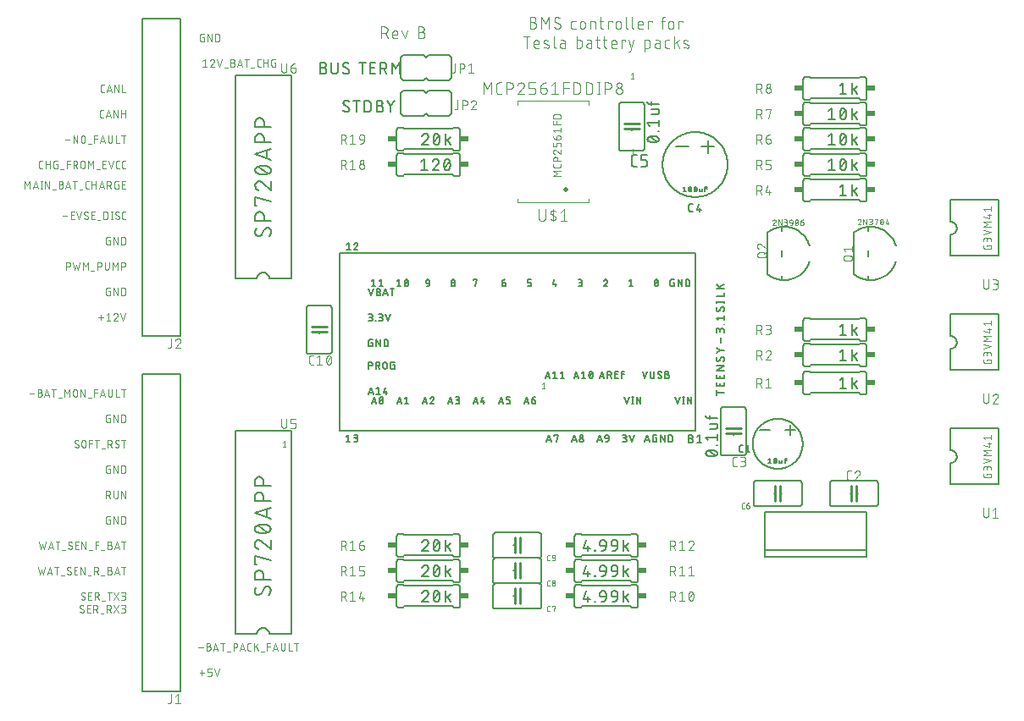
<source format=gbr>
G04 EAGLE Gerber RS-274X export*
G75*
%MOMM*%
%FSLAX34Y34*%
%LPD*%
%INSilkscreen Top*%
%IPPOS*%
%AMOC8*
5,1,8,0,0,1.08239X$1,22.5*%
G01*
%ADD10C,0.076200*%
%ADD11C,0.101600*%
%ADD12C,0.050800*%
%ADD13C,0.203200*%
%ADD14C,0.127000*%
%ADD15C,0.152400*%
%ADD16R,0.863600X0.609600*%
%ADD17C,0.177800*%
%ADD18C,0.254000*%
%ADD19C,0.500000*%
%ADD20C,0.120000*%


D10*
X93890Y34742D02*
X98801Y34742D01*
X96346Y37197D02*
X96346Y32286D01*
X102102Y31877D02*
X104558Y31877D01*
X104636Y31879D01*
X104714Y31884D01*
X104791Y31894D01*
X104868Y31907D01*
X104944Y31923D01*
X105019Y31943D01*
X105093Y31967D01*
X105166Y31994D01*
X105238Y32025D01*
X105308Y32059D01*
X105377Y32096D01*
X105443Y32137D01*
X105508Y32181D01*
X105570Y32227D01*
X105630Y32277D01*
X105688Y32329D01*
X105743Y32384D01*
X105795Y32442D01*
X105845Y32502D01*
X105891Y32564D01*
X105935Y32629D01*
X105976Y32696D01*
X106013Y32764D01*
X106047Y32834D01*
X106078Y32906D01*
X106105Y32979D01*
X106129Y33053D01*
X106149Y33128D01*
X106165Y33204D01*
X106178Y33281D01*
X106188Y33358D01*
X106193Y33436D01*
X106195Y33514D01*
X106195Y34332D01*
X106193Y34410D01*
X106188Y34488D01*
X106178Y34565D01*
X106165Y34642D01*
X106149Y34718D01*
X106129Y34793D01*
X106105Y34867D01*
X106078Y34940D01*
X106047Y35012D01*
X106013Y35082D01*
X105976Y35151D01*
X105935Y35217D01*
X105891Y35282D01*
X105845Y35344D01*
X105795Y35404D01*
X105743Y35462D01*
X105688Y35517D01*
X105630Y35569D01*
X105570Y35619D01*
X105508Y35665D01*
X105443Y35709D01*
X105377Y35750D01*
X105308Y35787D01*
X105238Y35821D01*
X105166Y35852D01*
X105093Y35879D01*
X105019Y35903D01*
X104944Y35923D01*
X104868Y35939D01*
X104791Y35952D01*
X104714Y35962D01*
X104636Y35967D01*
X104558Y35969D01*
X102102Y35969D01*
X102102Y39243D01*
X106195Y39243D01*
X109008Y39243D02*
X111464Y31877D01*
X113919Y39243D01*
X97239Y60142D02*
X92329Y60142D01*
X100902Y61369D02*
X102949Y61369D01*
X103038Y61367D01*
X103127Y61361D01*
X103216Y61351D01*
X103304Y61338D01*
X103392Y61321D01*
X103479Y61299D01*
X103564Y61274D01*
X103649Y61246D01*
X103732Y61213D01*
X103814Y61177D01*
X103894Y61138D01*
X103972Y61095D01*
X104048Y61049D01*
X104123Y60999D01*
X104195Y60946D01*
X104264Y60890D01*
X104331Y60831D01*
X104396Y60770D01*
X104457Y60705D01*
X104516Y60638D01*
X104572Y60569D01*
X104625Y60497D01*
X104675Y60422D01*
X104721Y60346D01*
X104764Y60268D01*
X104803Y60188D01*
X104839Y60106D01*
X104872Y60023D01*
X104900Y59938D01*
X104925Y59853D01*
X104947Y59766D01*
X104964Y59678D01*
X104977Y59590D01*
X104987Y59501D01*
X104993Y59412D01*
X104995Y59323D01*
X104993Y59234D01*
X104987Y59145D01*
X104977Y59056D01*
X104964Y58968D01*
X104947Y58880D01*
X104925Y58793D01*
X104900Y58708D01*
X104872Y58623D01*
X104839Y58540D01*
X104803Y58458D01*
X104764Y58378D01*
X104721Y58300D01*
X104675Y58224D01*
X104625Y58149D01*
X104572Y58077D01*
X104516Y58008D01*
X104457Y57941D01*
X104396Y57876D01*
X104331Y57815D01*
X104264Y57756D01*
X104195Y57700D01*
X104123Y57647D01*
X104048Y57597D01*
X103972Y57551D01*
X103894Y57508D01*
X103814Y57469D01*
X103732Y57433D01*
X103649Y57400D01*
X103564Y57372D01*
X103479Y57347D01*
X103392Y57325D01*
X103304Y57308D01*
X103216Y57295D01*
X103127Y57285D01*
X103038Y57279D01*
X102949Y57277D01*
X100902Y57277D01*
X100902Y64643D01*
X102949Y64643D01*
X103028Y64641D01*
X103107Y64635D01*
X103186Y64626D01*
X103264Y64613D01*
X103341Y64595D01*
X103417Y64575D01*
X103492Y64550D01*
X103566Y64522D01*
X103639Y64491D01*
X103710Y64455D01*
X103779Y64417D01*
X103846Y64375D01*
X103911Y64330D01*
X103974Y64282D01*
X104035Y64231D01*
X104092Y64177D01*
X104148Y64121D01*
X104200Y64062D01*
X104250Y64000D01*
X104296Y63936D01*
X104340Y63870D01*
X104380Y63802D01*
X104416Y63732D01*
X104450Y63660D01*
X104480Y63586D01*
X104506Y63512D01*
X104529Y63436D01*
X104547Y63359D01*
X104563Y63282D01*
X104574Y63203D01*
X104582Y63125D01*
X104586Y63046D01*
X104586Y62966D01*
X104582Y62887D01*
X104574Y62809D01*
X104563Y62730D01*
X104547Y62653D01*
X104529Y62576D01*
X104506Y62500D01*
X104480Y62426D01*
X104450Y62352D01*
X104416Y62280D01*
X104380Y62210D01*
X104340Y62142D01*
X104296Y62076D01*
X104250Y62012D01*
X104200Y61950D01*
X104148Y61891D01*
X104092Y61835D01*
X104035Y61781D01*
X103974Y61730D01*
X103911Y61682D01*
X103846Y61637D01*
X103779Y61595D01*
X103710Y61557D01*
X103639Y61521D01*
X103566Y61490D01*
X103492Y61462D01*
X103417Y61437D01*
X103341Y61417D01*
X103264Y61399D01*
X103186Y61386D01*
X103107Y61377D01*
X103028Y61371D01*
X102949Y61369D01*
X107447Y57277D02*
X109902Y64643D01*
X112358Y57277D01*
X111744Y59119D02*
X108061Y59119D01*
X116730Y57277D02*
X116730Y64643D01*
X114684Y64643D02*
X118776Y64643D01*
X121189Y56459D02*
X124463Y56459D01*
X127725Y57277D02*
X127725Y64643D01*
X129771Y64643D01*
X129860Y64641D01*
X129949Y64635D01*
X130038Y64625D01*
X130126Y64612D01*
X130214Y64595D01*
X130301Y64573D01*
X130386Y64548D01*
X130471Y64520D01*
X130554Y64487D01*
X130636Y64451D01*
X130716Y64412D01*
X130794Y64369D01*
X130870Y64323D01*
X130945Y64273D01*
X131017Y64220D01*
X131086Y64164D01*
X131153Y64105D01*
X131218Y64044D01*
X131279Y63979D01*
X131338Y63912D01*
X131394Y63843D01*
X131447Y63771D01*
X131497Y63696D01*
X131543Y63620D01*
X131586Y63542D01*
X131625Y63462D01*
X131661Y63380D01*
X131694Y63297D01*
X131722Y63212D01*
X131747Y63127D01*
X131769Y63040D01*
X131786Y62952D01*
X131799Y62864D01*
X131809Y62775D01*
X131815Y62686D01*
X131817Y62597D01*
X131815Y62508D01*
X131809Y62419D01*
X131799Y62330D01*
X131786Y62242D01*
X131769Y62154D01*
X131747Y62067D01*
X131722Y61982D01*
X131694Y61897D01*
X131661Y61814D01*
X131625Y61732D01*
X131586Y61652D01*
X131543Y61574D01*
X131497Y61498D01*
X131447Y61423D01*
X131394Y61351D01*
X131338Y61282D01*
X131279Y61215D01*
X131218Y61150D01*
X131153Y61089D01*
X131086Y61030D01*
X131017Y60974D01*
X130945Y60921D01*
X130870Y60871D01*
X130794Y60825D01*
X130716Y60782D01*
X130636Y60743D01*
X130554Y60707D01*
X130471Y60674D01*
X130386Y60646D01*
X130301Y60621D01*
X130214Y60599D01*
X130126Y60582D01*
X130038Y60569D01*
X129949Y60559D01*
X129860Y60553D01*
X129771Y60551D01*
X127725Y60551D01*
X134269Y57277D02*
X136724Y64643D01*
X139180Y57277D01*
X138566Y59119D02*
X134883Y59119D01*
X143607Y57277D02*
X145244Y57277D01*
X143607Y57277D02*
X143529Y57279D01*
X143451Y57284D01*
X143374Y57294D01*
X143297Y57307D01*
X143221Y57323D01*
X143146Y57343D01*
X143072Y57367D01*
X142999Y57394D01*
X142927Y57425D01*
X142857Y57459D01*
X142789Y57496D01*
X142722Y57537D01*
X142657Y57581D01*
X142595Y57627D01*
X142535Y57677D01*
X142477Y57729D01*
X142422Y57784D01*
X142370Y57842D01*
X142320Y57902D01*
X142274Y57964D01*
X142230Y58029D01*
X142189Y58096D01*
X142152Y58164D01*
X142118Y58234D01*
X142087Y58306D01*
X142060Y58379D01*
X142036Y58453D01*
X142016Y58528D01*
X142000Y58604D01*
X141987Y58681D01*
X141977Y58758D01*
X141972Y58836D01*
X141970Y58914D01*
X141970Y63006D01*
X141972Y63086D01*
X141978Y63166D01*
X141988Y63246D01*
X142001Y63325D01*
X142019Y63404D01*
X142040Y63481D01*
X142066Y63557D01*
X142095Y63632D01*
X142127Y63706D01*
X142163Y63778D01*
X142203Y63848D01*
X142246Y63915D01*
X142292Y63981D01*
X142342Y64044D01*
X142394Y64105D01*
X142449Y64164D01*
X142508Y64219D01*
X142568Y64271D01*
X142632Y64321D01*
X142698Y64367D01*
X142765Y64410D01*
X142835Y64450D01*
X142907Y64486D01*
X142981Y64518D01*
X143055Y64547D01*
X143132Y64573D01*
X143209Y64594D01*
X143288Y64612D01*
X143367Y64625D01*
X143447Y64635D01*
X143527Y64641D01*
X143607Y64643D01*
X145244Y64643D01*
X148451Y64643D02*
X148451Y57277D01*
X148451Y60142D02*
X152543Y64643D01*
X150088Y61778D02*
X152543Y57277D01*
X155082Y56459D02*
X158356Y56459D01*
X161516Y57277D02*
X161516Y64643D01*
X164790Y64643D01*
X164790Y61369D02*
X161516Y61369D01*
X167187Y57277D02*
X169643Y64643D01*
X172098Y57277D01*
X171484Y59119D02*
X167801Y59119D01*
X175156Y59323D02*
X175156Y64643D01*
X175156Y59323D02*
X175158Y59234D01*
X175164Y59145D01*
X175174Y59056D01*
X175187Y58968D01*
X175204Y58880D01*
X175226Y58793D01*
X175251Y58708D01*
X175279Y58623D01*
X175312Y58540D01*
X175348Y58458D01*
X175387Y58378D01*
X175430Y58300D01*
X175476Y58224D01*
X175526Y58149D01*
X175579Y58077D01*
X175635Y58008D01*
X175694Y57941D01*
X175755Y57876D01*
X175820Y57815D01*
X175887Y57756D01*
X175956Y57700D01*
X176028Y57647D01*
X176103Y57597D01*
X176179Y57551D01*
X176257Y57508D01*
X176337Y57469D01*
X176419Y57433D01*
X176502Y57400D01*
X176587Y57372D01*
X176672Y57347D01*
X176759Y57325D01*
X176847Y57308D01*
X176935Y57295D01*
X177024Y57285D01*
X177113Y57279D01*
X177202Y57277D01*
X177291Y57279D01*
X177380Y57285D01*
X177469Y57295D01*
X177557Y57308D01*
X177645Y57325D01*
X177732Y57347D01*
X177817Y57372D01*
X177902Y57400D01*
X177985Y57433D01*
X178067Y57469D01*
X178147Y57508D01*
X178225Y57551D01*
X178301Y57597D01*
X178376Y57647D01*
X178448Y57700D01*
X178517Y57756D01*
X178584Y57815D01*
X178649Y57876D01*
X178710Y57941D01*
X178769Y58008D01*
X178825Y58077D01*
X178878Y58149D01*
X178928Y58224D01*
X178974Y58300D01*
X179017Y58378D01*
X179056Y58458D01*
X179092Y58540D01*
X179125Y58623D01*
X179153Y58708D01*
X179178Y58793D01*
X179200Y58880D01*
X179217Y58968D01*
X179230Y59056D01*
X179240Y59145D01*
X179246Y59234D01*
X179248Y59323D01*
X179248Y64643D01*
X182974Y64643D02*
X182974Y57277D01*
X186248Y57277D01*
X190613Y57277D02*
X190613Y64643D01*
X188567Y64643D02*
X192659Y64643D01*
X-21757Y97014D02*
X-21759Y96936D01*
X-21764Y96858D01*
X-21774Y96781D01*
X-21787Y96704D01*
X-21803Y96628D01*
X-21823Y96553D01*
X-21847Y96479D01*
X-21874Y96406D01*
X-21905Y96334D01*
X-21939Y96264D01*
X-21976Y96195D01*
X-22017Y96129D01*
X-22061Y96064D01*
X-22107Y96002D01*
X-22157Y95942D01*
X-22209Y95884D01*
X-22264Y95829D01*
X-22322Y95777D01*
X-22382Y95727D01*
X-22444Y95681D01*
X-22509Y95637D01*
X-22576Y95596D01*
X-22644Y95559D01*
X-22714Y95525D01*
X-22786Y95494D01*
X-22859Y95467D01*
X-22933Y95443D01*
X-23008Y95423D01*
X-23084Y95407D01*
X-23161Y95394D01*
X-23238Y95384D01*
X-23316Y95379D01*
X-23394Y95377D01*
X-23508Y95379D01*
X-23621Y95384D01*
X-23735Y95394D01*
X-23848Y95407D01*
X-23960Y95424D01*
X-24072Y95444D01*
X-24183Y95468D01*
X-24294Y95496D01*
X-24403Y95527D01*
X-24511Y95562D01*
X-24618Y95601D01*
X-24724Y95643D01*
X-24828Y95688D01*
X-24931Y95737D01*
X-25032Y95790D01*
X-25131Y95845D01*
X-25229Y95904D01*
X-25324Y95966D01*
X-25417Y96031D01*
X-25509Y96099D01*
X-25597Y96170D01*
X-25684Y96244D01*
X-25768Y96321D01*
X-25849Y96400D01*
X-25645Y101106D02*
X-25643Y101184D01*
X-25638Y101262D01*
X-25628Y101339D01*
X-25615Y101416D01*
X-25599Y101492D01*
X-25579Y101567D01*
X-25555Y101641D01*
X-25528Y101714D01*
X-25497Y101786D01*
X-25463Y101856D01*
X-25426Y101925D01*
X-25385Y101991D01*
X-25341Y102056D01*
X-25295Y102118D01*
X-25245Y102178D01*
X-25193Y102236D01*
X-25138Y102291D01*
X-25080Y102343D01*
X-25020Y102393D01*
X-24958Y102439D01*
X-24893Y102483D01*
X-24827Y102524D01*
X-24758Y102561D01*
X-24688Y102595D01*
X-24616Y102626D01*
X-24543Y102653D01*
X-24469Y102677D01*
X-24394Y102697D01*
X-24318Y102713D01*
X-24241Y102726D01*
X-24164Y102736D01*
X-24086Y102741D01*
X-24008Y102743D01*
X-23898Y102741D01*
X-23789Y102735D01*
X-23679Y102725D01*
X-23571Y102712D01*
X-23462Y102694D01*
X-23355Y102673D01*
X-23248Y102647D01*
X-23142Y102618D01*
X-23037Y102586D01*
X-22934Y102549D01*
X-22832Y102509D01*
X-22731Y102465D01*
X-22632Y102417D01*
X-22535Y102367D01*
X-22440Y102312D01*
X-22347Y102254D01*
X-22256Y102193D01*
X-22167Y102129D01*
X-24827Y99673D02*
X-24894Y99715D01*
X-24959Y99759D01*
X-25021Y99807D01*
X-25081Y99857D01*
X-25139Y99910D01*
X-25194Y99966D01*
X-25246Y100025D01*
X-25296Y100085D01*
X-25343Y100149D01*
X-25386Y100214D01*
X-25427Y100281D01*
X-25464Y100350D01*
X-25498Y100421D01*
X-25529Y100493D01*
X-25556Y100567D01*
X-25580Y100641D01*
X-25600Y100717D01*
X-25616Y100794D01*
X-25629Y100871D01*
X-25639Y100949D01*
X-25644Y101028D01*
X-25646Y101106D01*
X-22576Y98446D02*
X-22510Y98405D01*
X-22445Y98360D01*
X-22383Y98313D01*
X-22323Y98262D01*
X-22265Y98209D01*
X-22210Y98153D01*
X-22157Y98095D01*
X-22108Y98034D01*
X-22061Y97971D01*
X-22018Y97906D01*
X-21977Y97839D01*
X-21940Y97770D01*
X-21906Y97699D01*
X-21875Y97627D01*
X-21848Y97553D01*
X-21824Y97478D01*
X-21804Y97403D01*
X-21788Y97326D01*
X-21775Y97249D01*
X-21765Y97171D01*
X-21760Y97092D01*
X-21758Y97014D01*
X-22576Y98446D02*
X-24827Y99674D01*
X-18519Y95377D02*
X-15245Y95377D01*
X-18519Y95377D02*
X-18519Y102743D01*
X-15245Y102743D01*
X-16064Y99469D02*
X-18519Y99469D01*
X-12144Y102743D02*
X-12144Y95377D01*
X-12144Y102743D02*
X-10097Y102743D01*
X-10008Y102741D01*
X-9919Y102735D01*
X-9830Y102725D01*
X-9742Y102712D01*
X-9654Y102695D01*
X-9567Y102673D01*
X-9482Y102648D01*
X-9397Y102620D01*
X-9314Y102587D01*
X-9232Y102551D01*
X-9152Y102512D01*
X-9074Y102469D01*
X-8998Y102423D01*
X-8923Y102373D01*
X-8851Y102320D01*
X-8782Y102264D01*
X-8715Y102205D01*
X-8650Y102144D01*
X-8589Y102079D01*
X-8530Y102012D01*
X-8474Y101943D01*
X-8421Y101871D01*
X-8371Y101796D01*
X-8325Y101720D01*
X-8282Y101642D01*
X-8243Y101562D01*
X-8207Y101480D01*
X-8174Y101397D01*
X-8146Y101312D01*
X-8121Y101227D01*
X-8099Y101140D01*
X-8082Y101052D01*
X-8069Y100964D01*
X-8059Y100875D01*
X-8053Y100786D01*
X-8051Y100697D01*
X-8053Y100608D01*
X-8059Y100519D01*
X-8069Y100430D01*
X-8082Y100342D01*
X-8099Y100254D01*
X-8121Y100167D01*
X-8146Y100082D01*
X-8174Y99997D01*
X-8207Y99914D01*
X-8243Y99832D01*
X-8282Y99752D01*
X-8325Y99674D01*
X-8371Y99598D01*
X-8421Y99523D01*
X-8474Y99451D01*
X-8530Y99382D01*
X-8589Y99315D01*
X-8650Y99250D01*
X-8715Y99189D01*
X-8782Y99130D01*
X-8851Y99074D01*
X-8923Y99021D01*
X-8998Y98971D01*
X-9074Y98925D01*
X-9152Y98882D01*
X-9232Y98843D01*
X-9314Y98807D01*
X-9397Y98774D01*
X-9482Y98746D01*
X-9567Y98721D01*
X-9654Y98699D01*
X-9742Y98682D01*
X-9830Y98669D01*
X-9919Y98659D01*
X-10008Y98653D01*
X-10097Y98651D01*
X-12144Y98651D01*
X-9688Y98651D02*
X-8051Y95377D01*
X-5202Y94559D02*
X-1928Y94559D01*
X1268Y95377D02*
X1268Y102743D01*
X3314Y102743D01*
X3403Y102741D01*
X3492Y102735D01*
X3581Y102725D01*
X3669Y102712D01*
X3757Y102695D01*
X3844Y102673D01*
X3929Y102648D01*
X4014Y102620D01*
X4097Y102587D01*
X4179Y102551D01*
X4259Y102512D01*
X4337Y102469D01*
X4413Y102423D01*
X4488Y102373D01*
X4560Y102320D01*
X4629Y102264D01*
X4696Y102205D01*
X4761Y102144D01*
X4822Y102079D01*
X4881Y102012D01*
X4937Y101943D01*
X4990Y101871D01*
X5040Y101796D01*
X5086Y101720D01*
X5129Y101642D01*
X5168Y101562D01*
X5204Y101480D01*
X5237Y101397D01*
X5265Y101312D01*
X5290Y101227D01*
X5312Y101140D01*
X5329Y101052D01*
X5342Y100964D01*
X5352Y100875D01*
X5358Y100786D01*
X5360Y100697D01*
X5358Y100608D01*
X5352Y100519D01*
X5342Y100430D01*
X5329Y100342D01*
X5312Y100254D01*
X5290Y100167D01*
X5265Y100082D01*
X5237Y99997D01*
X5204Y99914D01*
X5168Y99832D01*
X5129Y99752D01*
X5086Y99674D01*
X5040Y99598D01*
X4990Y99523D01*
X4937Y99451D01*
X4881Y99382D01*
X4822Y99315D01*
X4761Y99250D01*
X4696Y99189D01*
X4629Y99130D01*
X4560Y99074D01*
X4488Y99021D01*
X4413Y98971D01*
X4337Y98925D01*
X4259Y98882D01*
X4179Y98843D01*
X4097Y98807D01*
X4014Y98774D01*
X3929Y98746D01*
X3844Y98721D01*
X3757Y98699D01*
X3669Y98682D01*
X3581Y98669D01*
X3492Y98659D01*
X3403Y98653D01*
X3314Y98651D01*
X1268Y98651D01*
X3723Y98651D02*
X5360Y95377D01*
X8122Y95377D02*
X13033Y102743D01*
X8122Y102743D02*
X13033Y95377D01*
X15847Y95377D02*
X17893Y95377D01*
X17982Y95379D01*
X18071Y95385D01*
X18160Y95395D01*
X18248Y95408D01*
X18336Y95425D01*
X18423Y95447D01*
X18508Y95472D01*
X18593Y95500D01*
X18676Y95533D01*
X18758Y95569D01*
X18838Y95608D01*
X18916Y95651D01*
X18992Y95697D01*
X19067Y95747D01*
X19139Y95800D01*
X19208Y95856D01*
X19275Y95915D01*
X19340Y95976D01*
X19401Y96041D01*
X19460Y96108D01*
X19516Y96177D01*
X19569Y96249D01*
X19619Y96324D01*
X19665Y96400D01*
X19708Y96478D01*
X19747Y96558D01*
X19783Y96640D01*
X19816Y96723D01*
X19844Y96808D01*
X19869Y96893D01*
X19891Y96980D01*
X19908Y97068D01*
X19921Y97156D01*
X19931Y97245D01*
X19937Y97334D01*
X19939Y97423D01*
X19937Y97512D01*
X19931Y97601D01*
X19921Y97690D01*
X19908Y97778D01*
X19891Y97866D01*
X19869Y97953D01*
X19844Y98038D01*
X19816Y98123D01*
X19783Y98206D01*
X19747Y98288D01*
X19708Y98368D01*
X19665Y98446D01*
X19619Y98522D01*
X19569Y98597D01*
X19516Y98669D01*
X19460Y98738D01*
X19401Y98805D01*
X19340Y98870D01*
X19275Y98931D01*
X19208Y98990D01*
X19139Y99046D01*
X19067Y99099D01*
X18992Y99149D01*
X18916Y99195D01*
X18838Y99238D01*
X18758Y99277D01*
X18676Y99313D01*
X18593Y99346D01*
X18508Y99374D01*
X18423Y99399D01*
X18336Y99421D01*
X18248Y99438D01*
X18160Y99451D01*
X18071Y99461D01*
X17982Y99467D01*
X17893Y99469D01*
X18302Y102743D02*
X15847Y102743D01*
X18302Y102743D02*
X18381Y102741D01*
X18460Y102735D01*
X18539Y102726D01*
X18617Y102713D01*
X18694Y102695D01*
X18770Y102675D01*
X18845Y102650D01*
X18919Y102622D01*
X18992Y102591D01*
X19063Y102555D01*
X19132Y102517D01*
X19199Y102475D01*
X19264Y102430D01*
X19327Y102382D01*
X19388Y102331D01*
X19445Y102277D01*
X19501Y102221D01*
X19553Y102162D01*
X19603Y102100D01*
X19649Y102036D01*
X19693Y101970D01*
X19733Y101902D01*
X19769Y101832D01*
X19803Y101760D01*
X19833Y101686D01*
X19859Y101612D01*
X19882Y101536D01*
X19900Y101459D01*
X19916Y101382D01*
X19927Y101303D01*
X19935Y101225D01*
X19939Y101146D01*
X19939Y101066D01*
X19935Y100987D01*
X19927Y100909D01*
X19916Y100830D01*
X19900Y100753D01*
X19882Y100676D01*
X19859Y100600D01*
X19833Y100526D01*
X19803Y100452D01*
X19769Y100380D01*
X19733Y100310D01*
X19693Y100242D01*
X19649Y100176D01*
X19603Y100112D01*
X19553Y100050D01*
X19501Y99991D01*
X19445Y99935D01*
X19388Y99881D01*
X19327Y99830D01*
X19264Y99782D01*
X19199Y99737D01*
X19132Y99695D01*
X19063Y99657D01*
X18992Y99621D01*
X18919Y99590D01*
X18845Y99562D01*
X18770Y99537D01*
X18694Y99517D01*
X18617Y99499D01*
X18539Y99486D01*
X18460Y99477D01*
X18381Y99471D01*
X18302Y99469D01*
X16665Y99469D01*
X-20538Y109714D02*
X-20540Y109636D01*
X-20545Y109558D01*
X-20555Y109481D01*
X-20568Y109404D01*
X-20584Y109328D01*
X-20604Y109253D01*
X-20628Y109179D01*
X-20655Y109106D01*
X-20686Y109034D01*
X-20720Y108964D01*
X-20757Y108895D01*
X-20798Y108829D01*
X-20842Y108764D01*
X-20888Y108702D01*
X-20938Y108642D01*
X-20990Y108584D01*
X-21045Y108529D01*
X-21103Y108477D01*
X-21163Y108427D01*
X-21225Y108381D01*
X-21290Y108337D01*
X-21357Y108296D01*
X-21425Y108259D01*
X-21495Y108225D01*
X-21567Y108194D01*
X-21640Y108167D01*
X-21714Y108143D01*
X-21789Y108123D01*
X-21865Y108107D01*
X-21942Y108094D01*
X-22019Y108084D01*
X-22097Y108079D01*
X-22175Y108077D01*
X-22289Y108079D01*
X-22402Y108084D01*
X-22516Y108094D01*
X-22629Y108107D01*
X-22741Y108124D01*
X-22853Y108144D01*
X-22964Y108168D01*
X-23075Y108196D01*
X-23184Y108227D01*
X-23292Y108262D01*
X-23399Y108301D01*
X-23505Y108343D01*
X-23609Y108388D01*
X-23712Y108437D01*
X-23813Y108490D01*
X-23912Y108545D01*
X-24010Y108604D01*
X-24105Y108666D01*
X-24198Y108731D01*
X-24290Y108799D01*
X-24378Y108870D01*
X-24465Y108944D01*
X-24549Y109021D01*
X-24630Y109100D01*
X-24426Y113806D02*
X-24424Y113884D01*
X-24419Y113962D01*
X-24409Y114039D01*
X-24396Y114116D01*
X-24380Y114192D01*
X-24360Y114267D01*
X-24336Y114341D01*
X-24309Y114414D01*
X-24278Y114486D01*
X-24244Y114556D01*
X-24207Y114625D01*
X-24166Y114691D01*
X-24122Y114756D01*
X-24076Y114818D01*
X-24026Y114878D01*
X-23974Y114936D01*
X-23919Y114991D01*
X-23861Y115043D01*
X-23801Y115093D01*
X-23739Y115139D01*
X-23674Y115183D01*
X-23608Y115224D01*
X-23539Y115261D01*
X-23469Y115295D01*
X-23397Y115326D01*
X-23324Y115353D01*
X-23250Y115377D01*
X-23175Y115397D01*
X-23099Y115413D01*
X-23022Y115426D01*
X-22945Y115436D01*
X-22867Y115441D01*
X-22789Y115443D01*
X-22679Y115441D01*
X-22570Y115435D01*
X-22460Y115425D01*
X-22352Y115412D01*
X-22243Y115394D01*
X-22136Y115373D01*
X-22029Y115347D01*
X-21923Y115318D01*
X-21818Y115286D01*
X-21715Y115249D01*
X-21613Y115209D01*
X-21512Y115165D01*
X-21413Y115117D01*
X-21316Y115067D01*
X-21221Y115012D01*
X-21128Y114954D01*
X-21037Y114893D01*
X-20948Y114829D01*
X-23607Y112373D02*
X-23674Y112415D01*
X-23739Y112459D01*
X-23801Y112507D01*
X-23861Y112557D01*
X-23919Y112610D01*
X-23974Y112666D01*
X-24026Y112725D01*
X-24076Y112785D01*
X-24123Y112849D01*
X-24166Y112914D01*
X-24207Y112981D01*
X-24244Y113050D01*
X-24278Y113121D01*
X-24309Y113193D01*
X-24336Y113267D01*
X-24360Y113341D01*
X-24380Y113417D01*
X-24396Y113494D01*
X-24409Y113571D01*
X-24419Y113649D01*
X-24424Y113728D01*
X-24426Y113806D01*
X-21357Y111146D02*
X-21291Y111105D01*
X-21226Y111060D01*
X-21164Y111013D01*
X-21104Y110962D01*
X-21046Y110909D01*
X-20991Y110853D01*
X-20938Y110795D01*
X-20889Y110734D01*
X-20842Y110671D01*
X-20799Y110606D01*
X-20758Y110539D01*
X-20721Y110470D01*
X-20687Y110399D01*
X-20656Y110327D01*
X-20629Y110253D01*
X-20605Y110178D01*
X-20585Y110103D01*
X-20569Y110026D01*
X-20556Y109949D01*
X-20546Y109871D01*
X-20541Y109792D01*
X-20539Y109714D01*
X-21357Y111146D02*
X-23608Y112374D01*
X-17300Y108077D02*
X-14026Y108077D01*
X-17300Y108077D02*
X-17300Y115443D01*
X-14026Y115443D01*
X-14844Y112169D02*
X-17300Y112169D01*
X-10924Y115443D02*
X-10924Y108077D01*
X-10924Y115443D02*
X-8878Y115443D01*
X-8789Y115441D01*
X-8700Y115435D01*
X-8611Y115425D01*
X-8523Y115412D01*
X-8435Y115395D01*
X-8348Y115373D01*
X-8263Y115348D01*
X-8178Y115320D01*
X-8095Y115287D01*
X-8013Y115251D01*
X-7933Y115212D01*
X-7855Y115169D01*
X-7779Y115123D01*
X-7704Y115073D01*
X-7632Y115020D01*
X-7563Y114964D01*
X-7496Y114905D01*
X-7431Y114844D01*
X-7370Y114779D01*
X-7311Y114712D01*
X-7255Y114643D01*
X-7202Y114571D01*
X-7152Y114496D01*
X-7106Y114420D01*
X-7063Y114342D01*
X-7024Y114262D01*
X-6988Y114180D01*
X-6955Y114097D01*
X-6927Y114012D01*
X-6902Y113927D01*
X-6880Y113840D01*
X-6863Y113752D01*
X-6850Y113664D01*
X-6840Y113575D01*
X-6834Y113486D01*
X-6832Y113397D01*
X-6834Y113308D01*
X-6840Y113219D01*
X-6850Y113130D01*
X-6863Y113042D01*
X-6880Y112954D01*
X-6902Y112867D01*
X-6927Y112782D01*
X-6955Y112697D01*
X-6988Y112614D01*
X-7024Y112532D01*
X-7063Y112452D01*
X-7106Y112374D01*
X-7152Y112298D01*
X-7202Y112223D01*
X-7255Y112151D01*
X-7311Y112082D01*
X-7370Y112015D01*
X-7431Y111950D01*
X-7496Y111889D01*
X-7563Y111830D01*
X-7632Y111774D01*
X-7704Y111721D01*
X-7779Y111671D01*
X-7855Y111625D01*
X-7933Y111582D01*
X-8013Y111543D01*
X-8095Y111507D01*
X-8178Y111474D01*
X-8263Y111446D01*
X-8348Y111421D01*
X-8435Y111399D01*
X-8523Y111382D01*
X-8611Y111369D01*
X-8700Y111359D01*
X-8789Y111353D01*
X-8878Y111351D01*
X-10924Y111351D01*
X-8469Y111351D02*
X-6832Y108077D01*
X-3983Y107259D02*
X-709Y107259D01*
X3750Y108077D02*
X3750Y115443D01*
X1704Y115443D02*
X5796Y115443D01*
X13033Y115443D02*
X8122Y108077D01*
X13033Y108077D02*
X8122Y115443D01*
X15847Y108077D02*
X17893Y108077D01*
X17982Y108079D01*
X18071Y108085D01*
X18160Y108095D01*
X18248Y108108D01*
X18336Y108125D01*
X18423Y108147D01*
X18508Y108172D01*
X18593Y108200D01*
X18676Y108233D01*
X18758Y108269D01*
X18838Y108308D01*
X18916Y108351D01*
X18992Y108397D01*
X19067Y108447D01*
X19139Y108500D01*
X19208Y108556D01*
X19275Y108615D01*
X19340Y108676D01*
X19401Y108741D01*
X19460Y108808D01*
X19516Y108877D01*
X19569Y108949D01*
X19619Y109024D01*
X19665Y109100D01*
X19708Y109178D01*
X19747Y109258D01*
X19783Y109340D01*
X19816Y109423D01*
X19844Y109508D01*
X19869Y109593D01*
X19891Y109680D01*
X19908Y109768D01*
X19921Y109856D01*
X19931Y109945D01*
X19937Y110034D01*
X19939Y110123D01*
X19937Y110212D01*
X19931Y110301D01*
X19921Y110390D01*
X19908Y110478D01*
X19891Y110566D01*
X19869Y110653D01*
X19844Y110738D01*
X19816Y110823D01*
X19783Y110906D01*
X19747Y110988D01*
X19708Y111068D01*
X19665Y111146D01*
X19619Y111222D01*
X19569Y111297D01*
X19516Y111369D01*
X19460Y111438D01*
X19401Y111505D01*
X19340Y111570D01*
X19275Y111631D01*
X19208Y111690D01*
X19139Y111746D01*
X19067Y111799D01*
X18992Y111849D01*
X18916Y111895D01*
X18838Y111938D01*
X18758Y111977D01*
X18676Y112013D01*
X18593Y112046D01*
X18508Y112074D01*
X18423Y112099D01*
X18336Y112121D01*
X18248Y112138D01*
X18160Y112151D01*
X18071Y112161D01*
X17982Y112167D01*
X17893Y112169D01*
X18302Y115443D02*
X15847Y115443D01*
X18302Y115443D02*
X18381Y115441D01*
X18460Y115435D01*
X18539Y115426D01*
X18617Y115413D01*
X18694Y115395D01*
X18770Y115375D01*
X18845Y115350D01*
X18919Y115322D01*
X18992Y115291D01*
X19063Y115255D01*
X19132Y115217D01*
X19199Y115175D01*
X19264Y115130D01*
X19327Y115082D01*
X19388Y115031D01*
X19445Y114977D01*
X19501Y114921D01*
X19553Y114862D01*
X19603Y114800D01*
X19649Y114736D01*
X19693Y114670D01*
X19733Y114602D01*
X19769Y114532D01*
X19803Y114460D01*
X19833Y114386D01*
X19859Y114312D01*
X19882Y114236D01*
X19900Y114159D01*
X19916Y114082D01*
X19927Y114003D01*
X19935Y113925D01*
X19939Y113846D01*
X19939Y113766D01*
X19935Y113687D01*
X19927Y113609D01*
X19916Y113530D01*
X19900Y113453D01*
X19882Y113376D01*
X19859Y113300D01*
X19833Y113226D01*
X19803Y113152D01*
X19769Y113080D01*
X19733Y113010D01*
X19693Y112942D01*
X19649Y112876D01*
X19603Y112812D01*
X19553Y112750D01*
X19501Y112691D01*
X19445Y112635D01*
X19388Y112581D01*
X19327Y112530D01*
X19264Y112482D01*
X19199Y112437D01*
X19132Y112395D01*
X19063Y112357D01*
X18992Y112321D01*
X18919Y112290D01*
X18845Y112262D01*
X18770Y112237D01*
X18694Y112217D01*
X18617Y112199D01*
X18539Y112186D01*
X18460Y112177D01*
X18381Y112171D01*
X18302Y112169D01*
X16665Y112169D01*
X-65918Y133477D02*
X-67555Y140843D01*
X-64281Y138388D02*
X-65918Y133477D01*
X-62644Y133477D02*
X-64281Y138388D01*
X-61007Y140843D02*
X-62644Y133477D01*
X-58446Y133477D02*
X-55990Y140843D01*
X-53535Y133477D01*
X-54149Y135319D02*
X-57832Y135319D01*
X-49163Y133477D02*
X-49163Y140843D01*
X-51209Y140843D02*
X-47117Y140843D01*
X-44704Y132659D02*
X-41430Y132659D01*
X-36318Y133477D02*
X-36240Y133479D01*
X-36162Y133484D01*
X-36085Y133494D01*
X-36008Y133507D01*
X-35932Y133523D01*
X-35857Y133543D01*
X-35783Y133567D01*
X-35710Y133594D01*
X-35638Y133625D01*
X-35568Y133659D01*
X-35500Y133696D01*
X-35433Y133737D01*
X-35368Y133781D01*
X-35306Y133827D01*
X-35246Y133877D01*
X-35188Y133929D01*
X-35133Y133984D01*
X-35081Y134042D01*
X-35031Y134102D01*
X-34985Y134164D01*
X-34941Y134229D01*
X-34900Y134295D01*
X-34863Y134364D01*
X-34829Y134434D01*
X-34798Y134506D01*
X-34771Y134579D01*
X-34747Y134653D01*
X-34727Y134728D01*
X-34711Y134804D01*
X-34698Y134881D01*
X-34688Y134958D01*
X-34683Y135036D01*
X-34681Y135114D01*
X-36318Y133477D02*
X-36432Y133479D01*
X-36545Y133484D01*
X-36659Y133494D01*
X-36772Y133507D01*
X-36884Y133524D01*
X-36996Y133544D01*
X-37107Y133568D01*
X-37218Y133596D01*
X-37327Y133627D01*
X-37435Y133662D01*
X-37542Y133701D01*
X-37648Y133743D01*
X-37752Y133788D01*
X-37855Y133837D01*
X-37956Y133890D01*
X-38055Y133945D01*
X-38153Y134004D01*
X-38248Y134066D01*
X-38341Y134131D01*
X-38433Y134199D01*
X-38521Y134270D01*
X-38608Y134344D01*
X-38692Y134421D01*
X-38773Y134500D01*
X-38569Y139206D02*
X-38567Y139284D01*
X-38562Y139362D01*
X-38552Y139439D01*
X-38539Y139516D01*
X-38523Y139592D01*
X-38503Y139667D01*
X-38479Y139741D01*
X-38452Y139814D01*
X-38421Y139886D01*
X-38387Y139956D01*
X-38350Y140025D01*
X-38309Y140091D01*
X-38265Y140156D01*
X-38219Y140218D01*
X-38169Y140278D01*
X-38117Y140336D01*
X-38062Y140391D01*
X-38004Y140443D01*
X-37944Y140493D01*
X-37882Y140539D01*
X-37817Y140583D01*
X-37751Y140624D01*
X-37682Y140661D01*
X-37612Y140695D01*
X-37540Y140726D01*
X-37467Y140753D01*
X-37393Y140777D01*
X-37318Y140797D01*
X-37242Y140813D01*
X-37165Y140826D01*
X-37088Y140836D01*
X-37010Y140841D01*
X-36932Y140843D01*
X-36822Y140841D01*
X-36713Y140835D01*
X-36603Y140825D01*
X-36495Y140812D01*
X-36386Y140794D01*
X-36279Y140773D01*
X-36172Y140747D01*
X-36066Y140718D01*
X-35961Y140686D01*
X-35858Y140649D01*
X-35756Y140609D01*
X-35655Y140565D01*
X-35556Y140517D01*
X-35459Y140467D01*
X-35364Y140412D01*
X-35271Y140354D01*
X-35180Y140293D01*
X-35091Y140229D01*
X-37750Y137773D02*
X-37817Y137815D01*
X-37882Y137859D01*
X-37944Y137907D01*
X-38004Y137957D01*
X-38062Y138010D01*
X-38117Y138066D01*
X-38169Y138125D01*
X-38219Y138185D01*
X-38266Y138249D01*
X-38309Y138314D01*
X-38350Y138381D01*
X-38387Y138450D01*
X-38421Y138521D01*
X-38452Y138593D01*
X-38479Y138667D01*
X-38503Y138741D01*
X-38523Y138817D01*
X-38539Y138894D01*
X-38552Y138971D01*
X-38562Y139049D01*
X-38567Y139128D01*
X-38569Y139206D01*
X-35499Y136546D02*
X-35433Y136505D01*
X-35368Y136460D01*
X-35306Y136413D01*
X-35246Y136362D01*
X-35188Y136309D01*
X-35133Y136253D01*
X-35080Y136195D01*
X-35031Y136134D01*
X-34984Y136071D01*
X-34941Y136006D01*
X-34900Y135939D01*
X-34863Y135870D01*
X-34829Y135799D01*
X-34798Y135727D01*
X-34771Y135653D01*
X-34747Y135578D01*
X-34727Y135503D01*
X-34711Y135426D01*
X-34698Y135349D01*
X-34688Y135271D01*
X-34683Y135192D01*
X-34681Y135114D01*
X-35499Y136546D02*
X-37750Y137774D01*
X-31442Y133477D02*
X-28169Y133477D01*
X-31442Y133477D02*
X-31442Y140843D01*
X-28169Y140843D01*
X-28987Y137569D02*
X-31442Y137569D01*
X-25118Y140843D02*
X-25118Y133477D01*
X-21026Y133477D02*
X-25118Y140843D01*
X-21026Y140843D02*
X-21026Y133477D01*
X-17881Y132659D02*
X-14608Y132659D01*
X-11412Y133477D02*
X-11412Y140843D01*
X-9366Y140843D01*
X-9277Y140841D01*
X-9188Y140835D01*
X-9099Y140825D01*
X-9011Y140812D01*
X-8923Y140795D01*
X-8836Y140773D01*
X-8751Y140748D01*
X-8666Y140720D01*
X-8583Y140687D01*
X-8501Y140651D01*
X-8421Y140612D01*
X-8343Y140569D01*
X-8267Y140523D01*
X-8192Y140473D01*
X-8120Y140420D01*
X-8051Y140364D01*
X-7984Y140305D01*
X-7919Y140244D01*
X-7858Y140179D01*
X-7799Y140112D01*
X-7743Y140043D01*
X-7690Y139971D01*
X-7640Y139896D01*
X-7594Y139820D01*
X-7551Y139742D01*
X-7512Y139662D01*
X-7476Y139580D01*
X-7443Y139497D01*
X-7415Y139412D01*
X-7390Y139327D01*
X-7368Y139240D01*
X-7351Y139152D01*
X-7338Y139064D01*
X-7328Y138975D01*
X-7322Y138886D01*
X-7320Y138797D01*
X-7322Y138708D01*
X-7328Y138619D01*
X-7338Y138530D01*
X-7351Y138442D01*
X-7368Y138354D01*
X-7390Y138267D01*
X-7415Y138182D01*
X-7443Y138097D01*
X-7476Y138014D01*
X-7512Y137932D01*
X-7551Y137852D01*
X-7594Y137774D01*
X-7640Y137698D01*
X-7690Y137623D01*
X-7743Y137551D01*
X-7799Y137482D01*
X-7858Y137415D01*
X-7919Y137350D01*
X-7984Y137289D01*
X-8051Y137230D01*
X-8120Y137174D01*
X-8192Y137121D01*
X-8267Y137071D01*
X-8343Y137025D01*
X-8421Y136982D01*
X-8501Y136943D01*
X-8583Y136907D01*
X-8666Y136874D01*
X-8751Y136846D01*
X-8836Y136821D01*
X-8923Y136799D01*
X-9011Y136782D01*
X-9099Y136769D01*
X-9188Y136759D01*
X-9277Y136753D01*
X-9366Y136751D01*
X-11412Y136751D01*
X-8957Y136751D02*
X-7320Y133477D01*
X-4470Y132659D02*
X-1197Y132659D01*
X2066Y137569D02*
X4112Y137569D01*
X4201Y137567D01*
X4290Y137561D01*
X4379Y137551D01*
X4467Y137538D01*
X4555Y137521D01*
X4642Y137499D01*
X4727Y137474D01*
X4812Y137446D01*
X4895Y137413D01*
X4977Y137377D01*
X5057Y137338D01*
X5135Y137295D01*
X5211Y137249D01*
X5286Y137199D01*
X5358Y137146D01*
X5427Y137090D01*
X5494Y137031D01*
X5559Y136970D01*
X5620Y136905D01*
X5679Y136838D01*
X5735Y136769D01*
X5788Y136697D01*
X5838Y136622D01*
X5884Y136546D01*
X5927Y136468D01*
X5966Y136388D01*
X6002Y136306D01*
X6035Y136223D01*
X6063Y136138D01*
X6088Y136053D01*
X6110Y135966D01*
X6127Y135878D01*
X6140Y135790D01*
X6150Y135701D01*
X6156Y135612D01*
X6158Y135523D01*
X6156Y135434D01*
X6150Y135345D01*
X6140Y135256D01*
X6127Y135168D01*
X6110Y135080D01*
X6088Y134993D01*
X6063Y134908D01*
X6035Y134823D01*
X6002Y134740D01*
X5966Y134658D01*
X5927Y134578D01*
X5884Y134500D01*
X5838Y134424D01*
X5788Y134349D01*
X5735Y134277D01*
X5679Y134208D01*
X5620Y134141D01*
X5559Y134076D01*
X5494Y134015D01*
X5427Y133956D01*
X5358Y133900D01*
X5286Y133847D01*
X5211Y133797D01*
X5135Y133751D01*
X5057Y133708D01*
X4977Y133669D01*
X4895Y133633D01*
X4812Y133600D01*
X4727Y133572D01*
X4642Y133547D01*
X4555Y133525D01*
X4467Y133508D01*
X4379Y133495D01*
X4290Y133485D01*
X4201Y133479D01*
X4112Y133477D01*
X2066Y133477D01*
X2066Y140843D01*
X4112Y140843D01*
X4191Y140841D01*
X4270Y140835D01*
X4349Y140826D01*
X4427Y140813D01*
X4504Y140795D01*
X4580Y140775D01*
X4655Y140750D01*
X4729Y140722D01*
X4802Y140691D01*
X4873Y140655D01*
X4942Y140617D01*
X5009Y140575D01*
X5074Y140530D01*
X5137Y140482D01*
X5198Y140431D01*
X5255Y140377D01*
X5311Y140321D01*
X5363Y140262D01*
X5413Y140200D01*
X5459Y140136D01*
X5503Y140070D01*
X5543Y140002D01*
X5579Y139932D01*
X5613Y139860D01*
X5643Y139786D01*
X5669Y139712D01*
X5692Y139636D01*
X5710Y139559D01*
X5726Y139482D01*
X5737Y139403D01*
X5745Y139325D01*
X5749Y139246D01*
X5749Y139166D01*
X5745Y139087D01*
X5737Y139009D01*
X5726Y138930D01*
X5710Y138853D01*
X5692Y138776D01*
X5669Y138700D01*
X5643Y138626D01*
X5613Y138552D01*
X5579Y138480D01*
X5543Y138410D01*
X5503Y138342D01*
X5459Y138276D01*
X5413Y138212D01*
X5363Y138150D01*
X5311Y138091D01*
X5255Y138035D01*
X5198Y137981D01*
X5137Y137930D01*
X5074Y137882D01*
X5009Y137837D01*
X4942Y137795D01*
X4873Y137757D01*
X4802Y137721D01*
X4729Y137690D01*
X4655Y137662D01*
X4580Y137637D01*
X4504Y137617D01*
X4427Y137599D01*
X4349Y137586D01*
X4270Y137577D01*
X4191Y137571D01*
X4112Y137569D01*
X8610Y133477D02*
X11065Y140843D01*
X13521Y133477D01*
X12907Y135319D02*
X9224Y135319D01*
X17893Y133477D02*
X17893Y140843D01*
X15847Y140843D02*
X19939Y140843D01*
X-64699Y158877D02*
X-66335Y166243D01*
X-63062Y163788D02*
X-64699Y158877D01*
X-61425Y158877D02*
X-63062Y163788D01*
X-59788Y166243D02*
X-61425Y158877D01*
X-57227Y158877D02*
X-54771Y166243D01*
X-52316Y158877D01*
X-52930Y160719D02*
X-56613Y160719D01*
X-47944Y158877D02*
X-47944Y166243D01*
X-49990Y166243D02*
X-45898Y166243D01*
X-43485Y158059D02*
X-40211Y158059D01*
X-35099Y158877D02*
X-35021Y158879D01*
X-34943Y158884D01*
X-34866Y158894D01*
X-34789Y158907D01*
X-34713Y158923D01*
X-34638Y158943D01*
X-34564Y158967D01*
X-34491Y158994D01*
X-34419Y159025D01*
X-34349Y159059D01*
X-34281Y159096D01*
X-34214Y159137D01*
X-34149Y159181D01*
X-34087Y159227D01*
X-34027Y159277D01*
X-33969Y159329D01*
X-33914Y159384D01*
X-33862Y159442D01*
X-33812Y159502D01*
X-33766Y159564D01*
X-33722Y159629D01*
X-33681Y159695D01*
X-33644Y159764D01*
X-33610Y159834D01*
X-33579Y159906D01*
X-33552Y159979D01*
X-33528Y160053D01*
X-33508Y160128D01*
X-33492Y160204D01*
X-33479Y160281D01*
X-33469Y160358D01*
X-33464Y160436D01*
X-33462Y160514D01*
X-35099Y158877D02*
X-35213Y158879D01*
X-35326Y158884D01*
X-35440Y158894D01*
X-35553Y158907D01*
X-35665Y158924D01*
X-35777Y158944D01*
X-35888Y158968D01*
X-35999Y158996D01*
X-36108Y159027D01*
X-36216Y159062D01*
X-36323Y159101D01*
X-36429Y159143D01*
X-36533Y159188D01*
X-36636Y159237D01*
X-36737Y159290D01*
X-36836Y159345D01*
X-36934Y159404D01*
X-37029Y159466D01*
X-37122Y159531D01*
X-37214Y159599D01*
X-37302Y159670D01*
X-37389Y159744D01*
X-37473Y159821D01*
X-37554Y159900D01*
X-37349Y164606D02*
X-37347Y164684D01*
X-37342Y164762D01*
X-37332Y164839D01*
X-37319Y164916D01*
X-37303Y164992D01*
X-37283Y165067D01*
X-37259Y165141D01*
X-37232Y165214D01*
X-37201Y165286D01*
X-37167Y165356D01*
X-37130Y165425D01*
X-37089Y165491D01*
X-37045Y165556D01*
X-36999Y165618D01*
X-36949Y165678D01*
X-36897Y165736D01*
X-36842Y165791D01*
X-36784Y165843D01*
X-36724Y165893D01*
X-36662Y165939D01*
X-36597Y165983D01*
X-36531Y166024D01*
X-36462Y166061D01*
X-36392Y166095D01*
X-36320Y166126D01*
X-36247Y166153D01*
X-36173Y166177D01*
X-36098Y166197D01*
X-36022Y166213D01*
X-35945Y166226D01*
X-35868Y166236D01*
X-35790Y166241D01*
X-35712Y166243D01*
X-35602Y166241D01*
X-35493Y166235D01*
X-35383Y166225D01*
X-35275Y166212D01*
X-35166Y166194D01*
X-35059Y166173D01*
X-34952Y166147D01*
X-34846Y166118D01*
X-34741Y166086D01*
X-34638Y166049D01*
X-34536Y166009D01*
X-34435Y165965D01*
X-34336Y165917D01*
X-34239Y165867D01*
X-34144Y165812D01*
X-34051Y165754D01*
X-33960Y165693D01*
X-33871Y165629D01*
X-36531Y163173D02*
X-36598Y163215D01*
X-36663Y163259D01*
X-36725Y163307D01*
X-36785Y163357D01*
X-36843Y163410D01*
X-36898Y163466D01*
X-36950Y163525D01*
X-37000Y163585D01*
X-37047Y163649D01*
X-37090Y163714D01*
X-37131Y163781D01*
X-37168Y163850D01*
X-37202Y163921D01*
X-37233Y163993D01*
X-37260Y164067D01*
X-37284Y164141D01*
X-37304Y164217D01*
X-37320Y164294D01*
X-37333Y164371D01*
X-37343Y164449D01*
X-37348Y164528D01*
X-37350Y164606D01*
X-34280Y161946D02*
X-34214Y161905D01*
X-34149Y161860D01*
X-34087Y161813D01*
X-34027Y161762D01*
X-33969Y161709D01*
X-33914Y161653D01*
X-33861Y161595D01*
X-33812Y161534D01*
X-33765Y161471D01*
X-33722Y161406D01*
X-33681Y161339D01*
X-33644Y161270D01*
X-33610Y161199D01*
X-33579Y161127D01*
X-33552Y161053D01*
X-33528Y160978D01*
X-33508Y160903D01*
X-33492Y160826D01*
X-33479Y160749D01*
X-33469Y160671D01*
X-33464Y160592D01*
X-33462Y160514D01*
X-34280Y161946D02*
X-36531Y163174D01*
X-30223Y158877D02*
X-26949Y158877D01*
X-30223Y158877D02*
X-30223Y166243D01*
X-26949Y166243D01*
X-27768Y162969D02*
X-30223Y162969D01*
X-23899Y166243D02*
X-23899Y158877D01*
X-19807Y158877D02*
X-23899Y166243D01*
X-19807Y166243D02*
X-19807Y158877D01*
X-16662Y158059D02*
X-13389Y158059D01*
X-10228Y158877D02*
X-10228Y166243D01*
X-6955Y166243D01*
X-6955Y162969D02*
X-10228Y162969D01*
X-4470Y158059D02*
X-1197Y158059D01*
X2066Y162969D02*
X4112Y162969D01*
X4201Y162967D01*
X4290Y162961D01*
X4379Y162951D01*
X4467Y162938D01*
X4555Y162921D01*
X4642Y162899D01*
X4727Y162874D01*
X4812Y162846D01*
X4895Y162813D01*
X4977Y162777D01*
X5057Y162738D01*
X5135Y162695D01*
X5211Y162649D01*
X5286Y162599D01*
X5358Y162546D01*
X5427Y162490D01*
X5494Y162431D01*
X5559Y162370D01*
X5620Y162305D01*
X5679Y162238D01*
X5735Y162169D01*
X5788Y162097D01*
X5838Y162022D01*
X5884Y161946D01*
X5927Y161868D01*
X5966Y161788D01*
X6002Y161706D01*
X6035Y161623D01*
X6063Y161538D01*
X6088Y161453D01*
X6110Y161366D01*
X6127Y161278D01*
X6140Y161190D01*
X6150Y161101D01*
X6156Y161012D01*
X6158Y160923D01*
X6156Y160834D01*
X6150Y160745D01*
X6140Y160656D01*
X6127Y160568D01*
X6110Y160480D01*
X6088Y160393D01*
X6063Y160308D01*
X6035Y160223D01*
X6002Y160140D01*
X5966Y160058D01*
X5927Y159978D01*
X5884Y159900D01*
X5838Y159824D01*
X5788Y159749D01*
X5735Y159677D01*
X5679Y159608D01*
X5620Y159541D01*
X5559Y159476D01*
X5494Y159415D01*
X5427Y159356D01*
X5358Y159300D01*
X5286Y159247D01*
X5211Y159197D01*
X5135Y159151D01*
X5057Y159108D01*
X4977Y159069D01*
X4895Y159033D01*
X4812Y159000D01*
X4727Y158972D01*
X4642Y158947D01*
X4555Y158925D01*
X4467Y158908D01*
X4379Y158895D01*
X4290Y158885D01*
X4201Y158879D01*
X4112Y158877D01*
X2066Y158877D01*
X2066Y166243D01*
X4112Y166243D01*
X4191Y166241D01*
X4270Y166235D01*
X4349Y166226D01*
X4427Y166213D01*
X4504Y166195D01*
X4580Y166175D01*
X4655Y166150D01*
X4729Y166122D01*
X4802Y166091D01*
X4873Y166055D01*
X4942Y166017D01*
X5009Y165975D01*
X5074Y165930D01*
X5137Y165882D01*
X5198Y165831D01*
X5255Y165777D01*
X5311Y165721D01*
X5363Y165662D01*
X5413Y165600D01*
X5459Y165536D01*
X5503Y165470D01*
X5543Y165402D01*
X5579Y165332D01*
X5613Y165260D01*
X5643Y165186D01*
X5669Y165112D01*
X5692Y165036D01*
X5710Y164959D01*
X5726Y164882D01*
X5737Y164803D01*
X5745Y164725D01*
X5749Y164646D01*
X5749Y164566D01*
X5745Y164487D01*
X5737Y164409D01*
X5726Y164330D01*
X5710Y164253D01*
X5692Y164176D01*
X5669Y164100D01*
X5643Y164026D01*
X5613Y163952D01*
X5579Y163880D01*
X5543Y163810D01*
X5503Y163742D01*
X5459Y163676D01*
X5413Y163612D01*
X5363Y163550D01*
X5311Y163491D01*
X5255Y163435D01*
X5198Y163381D01*
X5137Y163330D01*
X5074Y163282D01*
X5009Y163237D01*
X4942Y163195D01*
X4873Y163157D01*
X4802Y163121D01*
X4729Y163090D01*
X4655Y163062D01*
X4580Y163037D01*
X4504Y163017D01*
X4427Y162999D01*
X4349Y162986D01*
X4270Y162977D01*
X4191Y162971D01*
X4112Y162969D01*
X8610Y158877D02*
X11065Y166243D01*
X13521Y158877D01*
X12907Y160719D02*
X9224Y160719D01*
X17893Y158877D02*
X17893Y166243D01*
X15847Y166243D02*
X19939Y166243D01*
X4333Y188369D02*
X3106Y188369D01*
X4333Y188369D02*
X4333Y184277D01*
X1878Y184277D01*
X1800Y184279D01*
X1722Y184284D01*
X1645Y184294D01*
X1568Y184307D01*
X1492Y184323D01*
X1417Y184343D01*
X1343Y184367D01*
X1270Y184394D01*
X1198Y184425D01*
X1128Y184459D01*
X1059Y184496D01*
X993Y184537D01*
X928Y184581D01*
X866Y184627D01*
X806Y184677D01*
X748Y184729D01*
X693Y184784D01*
X641Y184842D01*
X591Y184902D01*
X545Y184964D01*
X501Y185029D01*
X460Y185096D01*
X423Y185164D01*
X389Y185234D01*
X358Y185306D01*
X331Y185379D01*
X307Y185453D01*
X287Y185528D01*
X271Y185604D01*
X258Y185681D01*
X248Y185758D01*
X243Y185836D01*
X241Y185914D01*
X241Y190006D01*
X243Y190086D01*
X249Y190166D01*
X259Y190246D01*
X272Y190325D01*
X290Y190404D01*
X311Y190481D01*
X337Y190557D01*
X366Y190632D01*
X398Y190706D01*
X434Y190778D01*
X474Y190848D01*
X517Y190915D01*
X563Y190981D01*
X613Y191044D01*
X665Y191105D01*
X720Y191164D01*
X779Y191219D01*
X839Y191271D01*
X903Y191321D01*
X969Y191367D01*
X1036Y191410D01*
X1106Y191450D01*
X1178Y191486D01*
X1252Y191518D01*
X1326Y191547D01*
X1403Y191573D01*
X1480Y191594D01*
X1559Y191612D01*
X1638Y191625D01*
X1718Y191635D01*
X1798Y191641D01*
X1878Y191643D01*
X4333Y191643D01*
X8044Y191643D02*
X8044Y184277D01*
X12136Y184277D02*
X8044Y191643D01*
X12136Y191643D02*
X12136Y184277D01*
X15847Y184277D02*
X15847Y191643D01*
X17893Y191643D01*
X17982Y191641D01*
X18071Y191635D01*
X18160Y191625D01*
X18248Y191612D01*
X18336Y191595D01*
X18423Y191573D01*
X18508Y191548D01*
X18593Y191520D01*
X18676Y191487D01*
X18758Y191451D01*
X18838Y191412D01*
X18916Y191369D01*
X18992Y191323D01*
X19067Y191273D01*
X19139Y191220D01*
X19208Y191164D01*
X19275Y191105D01*
X19340Y191044D01*
X19401Y190979D01*
X19460Y190912D01*
X19516Y190843D01*
X19569Y190771D01*
X19619Y190696D01*
X19665Y190620D01*
X19708Y190542D01*
X19747Y190462D01*
X19783Y190380D01*
X19816Y190297D01*
X19844Y190212D01*
X19869Y190127D01*
X19891Y190040D01*
X19908Y189952D01*
X19921Y189864D01*
X19931Y189775D01*
X19937Y189686D01*
X19939Y189597D01*
X19939Y186323D01*
X19937Y186234D01*
X19931Y186145D01*
X19921Y186056D01*
X19908Y185968D01*
X19891Y185880D01*
X19869Y185793D01*
X19844Y185708D01*
X19816Y185623D01*
X19783Y185540D01*
X19747Y185458D01*
X19708Y185378D01*
X19665Y185300D01*
X19619Y185224D01*
X19569Y185149D01*
X19516Y185077D01*
X19460Y185008D01*
X19401Y184941D01*
X19340Y184876D01*
X19275Y184815D01*
X19208Y184756D01*
X19139Y184700D01*
X19067Y184647D01*
X18992Y184597D01*
X18916Y184551D01*
X18838Y184508D01*
X18758Y184469D01*
X18676Y184433D01*
X18593Y184400D01*
X18508Y184372D01*
X18423Y184347D01*
X18336Y184325D01*
X18248Y184308D01*
X18160Y184295D01*
X18071Y184285D01*
X17982Y184279D01*
X17893Y184277D01*
X15847Y184277D01*
X4333Y239169D02*
X3106Y239169D01*
X4333Y239169D02*
X4333Y235077D01*
X1878Y235077D01*
X1800Y235079D01*
X1722Y235084D01*
X1645Y235094D01*
X1568Y235107D01*
X1492Y235123D01*
X1417Y235143D01*
X1343Y235167D01*
X1270Y235194D01*
X1198Y235225D01*
X1128Y235259D01*
X1059Y235296D01*
X993Y235337D01*
X928Y235381D01*
X866Y235427D01*
X806Y235477D01*
X748Y235529D01*
X693Y235584D01*
X641Y235642D01*
X591Y235702D01*
X545Y235764D01*
X501Y235829D01*
X460Y235896D01*
X423Y235964D01*
X389Y236034D01*
X358Y236106D01*
X331Y236179D01*
X307Y236253D01*
X287Y236328D01*
X271Y236404D01*
X258Y236481D01*
X248Y236558D01*
X243Y236636D01*
X241Y236714D01*
X241Y240806D01*
X243Y240886D01*
X249Y240966D01*
X259Y241046D01*
X272Y241125D01*
X290Y241204D01*
X311Y241281D01*
X337Y241357D01*
X366Y241432D01*
X398Y241506D01*
X434Y241578D01*
X474Y241648D01*
X517Y241715D01*
X563Y241781D01*
X613Y241844D01*
X665Y241905D01*
X720Y241964D01*
X779Y242019D01*
X839Y242071D01*
X903Y242121D01*
X969Y242167D01*
X1036Y242210D01*
X1106Y242250D01*
X1178Y242286D01*
X1252Y242318D01*
X1326Y242347D01*
X1403Y242373D01*
X1480Y242394D01*
X1559Y242412D01*
X1638Y242425D01*
X1718Y242435D01*
X1798Y242441D01*
X1878Y242443D01*
X4333Y242443D01*
X8044Y242443D02*
X8044Y235077D01*
X12136Y235077D02*
X8044Y242443D01*
X12136Y242443D02*
X12136Y235077D01*
X15847Y235077D02*
X15847Y242443D01*
X17893Y242443D01*
X17982Y242441D01*
X18071Y242435D01*
X18160Y242425D01*
X18248Y242412D01*
X18336Y242395D01*
X18423Y242373D01*
X18508Y242348D01*
X18593Y242320D01*
X18676Y242287D01*
X18758Y242251D01*
X18838Y242212D01*
X18916Y242169D01*
X18992Y242123D01*
X19067Y242073D01*
X19139Y242020D01*
X19208Y241964D01*
X19275Y241905D01*
X19340Y241844D01*
X19401Y241779D01*
X19460Y241712D01*
X19516Y241643D01*
X19569Y241571D01*
X19619Y241496D01*
X19665Y241420D01*
X19708Y241342D01*
X19747Y241262D01*
X19783Y241180D01*
X19816Y241097D01*
X19844Y241012D01*
X19869Y240927D01*
X19891Y240840D01*
X19908Y240752D01*
X19921Y240664D01*
X19931Y240575D01*
X19937Y240486D01*
X19939Y240397D01*
X19939Y237123D01*
X19937Y237034D01*
X19931Y236945D01*
X19921Y236856D01*
X19908Y236768D01*
X19891Y236680D01*
X19869Y236593D01*
X19844Y236508D01*
X19816Y236423D01*
X19783Y236340D01*
X19747Y236258D01*
X19708Y236178D01*
X19665Y236100D01*
X19619Y236024D01*
X19569Y235949D01*
X19516Y235877D01*
X19460Y235808D01*
X19401Y235741D01*
X19340Y235676D01*
X19275Y235615D01*
X19208Y235556D01*
X19139Y235500D01*
X19067Y235447D01*
X18992Y235397D01*
X18916Y235351D01*
X18838Y235308D01*
X18758Y235269D01*
X18676Y235233D01*
X18593Y235200D01*
X18508Y235172D01*
X18423Y235147D01*
X18336Y235125D01*
X18248Y235108D01*
X18160Y235095D01*
X18071Y235085D01*
X17982Y235079D01*
X17893Y235077D01*
X15847Y235077D01*
X-26878Y262114D02*
X-26880Y262036D01*
X-26885Y261958D01*
X-26895Y261881D01*
X-26908Y261804D01*
X-26924Y261728D01*
X-26944Y261653D01*
X-26968Y261579D01*
X-26995Y261506D01*
X-27026Y261434D01*
X-27060Y261364D01*
X-27097Y261295D01*
X-27138Y261229D01*
X-27182Y261164D01*
X-27228Y261102D01*
X-27278Y261042D01*
X-27330Y260984D01*
X-27385Y260929D01*
X-27443Y260877D01*
X-27503Y260827D01*
X-27565Y260781D01*
X-27630Y260737D01*
X-27697Y260696D01*
X-27765Y260659D01*
X-27835Y260625D01*
X-27907Y260594D01*
X-27980Y260567D01*
X-28054Y260543D01*
X-28129Y260523D01*
X-28205Y260507D01*
X-28282Y260494D01*
X-28359Y260484D01*
X-28437Y260479D01*
X-28515Y260477D01*
X-28629Y260479D01*
X-28742Y260484D01*
X-28856Y260494D01*
X-28969Y260507D01*
X-29081Y260524D01*
X-29193Y260544D01*
X-29304Y260568D01*
X-29415Y260596D01*
X-29524Y260627D01*
X-29632Y260662D01*
X-29739Y260701D01*
X-29845Y260743D01*
X-29949Y260788D01*
X-30052Y260837D01*
X-30153Y260890D01*
X-30252Y260945D01*
X-30350Y261004D01*
X-30445Y261066D01*
X-30538Y261131D01*
X-30630Y261199D01*
X-30718Y261270D01*
X-30805Y261344D01*
X-30889Y261421D01*
X-30970Y261500D01*
X-30766Y266206D02*
X-30764Y266284D01*
X-30759Y266362D01*
X-30749Y266439D01*
X-30736Y266516D01*
X-30720Y266592D01*
X-30700Y266667D01*
X-30676Y266741D01*
X-30649Y266814D01*
X-30618Y266886D01*
X-30584Y266956D01*
X-30547Y267025D01*
X-30506Y267091D01*
X-30462Y267156D01*
X-30416Y267218D01*
X-30366Y267278D01*
X-30314Y267336D01*
X-30259Y267391D01*
X-30201Y267443D01*
X-30141Y267493D01*
X-30079Y267539D01*
X-30014Y267583D01*
X-29948Y267624D01*
X-29879Y267661D01*
X-29809Y267695D01*
X-29737Y267726D01*
X-29664Y267753D01*
X-29590Y267777D01*
X-29515Y267797D01*
X-29439Y267813D01*
X-29362Y267826D01*
X-29285Y267836D01*
X-29207Y267841D01*
X-29129Y267843D01*
X-29019Y267841D01*
X-28910Y267835D01*
X-28800Y267825D01*
X-28692Y267812D01*
X-28583Y267794D01*
X-28476Y267773D01*
X-28369Y267747D01*
X-28263Y267718D01*
X-28158Y267686D01*
X-28055Y267649D01*
X-27953Y267609D01*
X-27852Y267565D01*
X-27753Y267517D01*
X-27656Y267467D01*
X-27561Y267412D01*
X-27468Y267354D01*
X-27377Y267293D01*
X-27288Y267229D01*
X-29947Y264773D02*
X-30014Y264815D01*
X-30079Y264859D01*
X-30141Y264907D01*
X-30201Y264957D01*
X-30259Y265010D01*
X-30314Y265066D01*
X-30366Y265125D01*
X-30416Y265185D01*
X-30463Y265249D01*
X-30506Y265314D01*
X-30547Y265381D01*
X-30584Y265450D01*
X-30618Y265521D01*
X-30649Y265593D01*
X-30676Y265667D01*
X-30700Y265741D01*
X-30720Y265817D01*
X-30736Y265894D01*
X-30749Y265971D01*
X-30759Y266049D01*
X-30764Y266128D01*
X-30766Y266206D01*
X-27697Y263546D02*
X-27631Y263505D01*
X-27566Y263460D01*
X-27504Y263413D01*
X-27444Y263362D01*
X-27386Y263309D01*
X-27331Y263253D01*
X-27278Y263195D01*
X-27229Y263134D01*
X-27182Y263071D01*
X-27139Y263006D01*
X-27098Y262939D01*
X-27061Y262870D01*
X-27027Y262799D01*
X-26996Y262727D01*
X-26969Y262653D01*
X-26945Y262578D01*
X-26925Y262503D01*
X-26909Y262426D01*
X-26896Y262349D01*
X-26886Y262271D01*
X-26881Y262192D01*
X-26879Y262114D01*
X-27697Y263546D02*
X-29947Y264774D01*
X-23899Y265797D02*
X-23899Y262523D01*
X-23899Y265797D02*
X-23897Y265886D01*
X-23891Y265975D01*
X-23881Y266064D01*
X-23868Y266152D01*
X-23851Y266240D01*
X-23829Y266327D01*
X-23804Y266412D01*
X-23776Y266497D01*
X-23743Y266580D01*
X-23707Y266662D01*
X-23668Y266742D01*
X-23625Y266820D01*
X-23579Y266896D01*
X-23529Y266971D01*
X-23476Y267043D01*
X-23420Y267112D01*
X-23361Y267179D01*
X-23300Y267244D01*
X-23235Y267305D01*
X-23168Y267364D01*
X-23099Y267420D01*
X-23027Y267473D01*
X-22952Y267523D01*
X-22876Y267569D01*
X-22798Y267612D01*
X-22718Y267651D01*
X-22636Y267687D01*
X-22553Y267720D01*
X-22468Y267748D01*
X-22383Y267773D01*
X-22296Y267795D01*
X-22208Y267812D01*
X-22120Y267825D01*
X-22031Y267835D01*
X-21942Y267841D01*
X-21853Y267843D01*
X-21764Y267841D01*
X-21675Y267835D01*
X-21586Y267825D01*
X-21498Y267812D01*
X-21410Y267795D01*
X-21323Y267773D01*
X-21238Y267748D01*
X-21153Y267720D01*
X-21070Y267687D01*
X-20988Y267651D01*
X-20908Y267612D01*
X-20830Y267569D01*
X-20754Y267523D01*
X-20679Y267473D01*
X-20607Y267420D01*
X-20538Y267364D01*
X-20471Y267305D01*
X-20406Y267244D01*
X-20345Y267179D01*
X-20286Y267112D01*
X-20230Y267043D01*
X-20177Y266971D01*
X-20127Y266896D01*
X-20081Y266820D01*
X-20038Y266742D01*
X-19999Y266662D01*
X-19963Y266580D01*
X-19930Y266497D01*
X-19902Y266412D01*
X-19877Y266327D01*
X-19855Y266240D01*
X-19838Y266152D01*
X-19825Y266064D01*
X-19815Y265975D01*
X-19809Y265886D01*
X-19807Y265797D01*
X-19807Y262523D01*
X-19809Y262434D01*
X-19815Y262345D01*
X-19825Y262256D01*
X-19838Y262168D01*
X-19855Y262080D01*
X-19877Y261993D01*
X-19902Y261908D01*
X-19930Y261823D01*
X-19963Y261740D01*
X-19999Y261658D01*
X-20038Y261578D01*
X-20081Y261500D01*
X-20127Y261424D01*
X-20177Y261349D01*
X-20230Y261277D01*
X-20286Y261208D01*
X-20345Y261141D01*
X-20406Y261076D01*
X-20471Y261015D01*
X-20538Y260956D01*
X-20607Y260900D01*
X-20679Y260847D01*
X-20754Y260797D01*
X-20830Y260751D01*
X-20908Y260708D01*
X-20988Y260669D01*
X-21070Y260633D01*
X-21153Y260600D01*
X-21238Y260572D01*
X-21323Y260547D01*
X-21410Y260525D01*
X-21498Y260508D01*
X-21586Y260495D01*
X-21675Y260485D01*
X-21764Y260479D01*
X-21853Y260477D01*
X-21942Y260479D01*
X-22031Y260485D01*
X-22120Y260495D01*
X-22208Y260508D01*
X-22296Y260525D01*
X-22383Y260547D01*
X-22468Y260572D01*
X-22553Y260600D01*
X-22636Y260633D01*
X-22718Y260669D01*
X-22798Y260708D01*
X-22876Y260751D01*
X-22952Y260797D01*
X-23027Y260847D01*
X-23099Y260900D01*
X-23168Y260956D01*
X-23235Y261015D01*
X-23300Y261076D01*
X-23361Y261141D01*
X-23420Y261208D01*
X-23476Y261277D01*
X-23529Y261349D01*
X-23579Y261424D01*
X-23625Y261500D01*
X-23668Y261578D01*
X-23707Y261658D01*
X-23743Y261740D01*
X-23776Y261823D01*
X-23804Y261908D01*
X-23829Y261993D01*
X-23851Y262080D01*
X-23868Y262168D01*
X-23881Y262256D01*
X-23891Y262345D01*
X-23897Y262434D01*
X-23899Y262523D01*
X-16324Y260477D02*
X-16324Y267843D01*
X-13051Y267843D01*
X-13051Y264569D02*
X-16324Y264569D01*
X-8686Y267843D02*
X-8686Y260477D01*
X-10732Y267843D02*
X-6640Y267843D01*
X-4227Y259659D02*
X-953Y259659D01*
X2243Y260477D02*
X2243Y267843D01*
X4289Y267843D01*
X4378Y267841D01*
X4467Y267835D01*
X4556Y267825D01*
X4644Y267812D01*
X4732Y267795D01*
X4819Y267773D01*
X4904Y267748D01*
X4989Y267720D01*
X5072Y267687D01*
X5154Y267651D01*
X5234Y267612D01*
X5312Y267569D01*
X5388Y267523D01*
X5463Y267473D01*
X5535Y267420D01*
X5604Y267364D01*
X5671Y267305D01*
X5736Y267244D01*
X5797Y267179D01*
X5856Y267112D01*
X5912Y267043D01*
X5965Y266971D01*
X6015Y266896D01*
X6061Y266820D01*
X6104Y266742D01*
X6143Y266662D01*
X6179Y266580D01*
X6212Y266497D01*
X6240Y266412D01*
X6265Y266327D01*
X6287Y266240D01*
X6304Y266152D01*
X6317Y266064D01*
X6327Y265975D01*
X6333Y265886D01*
X6335Y265797D01*
X6333Y265708D01*
X6327Y265619D01*
X6317Y265530D01*
X6304Y265442D01*
X6287Y265354D01*
X6265Y265267D01*
X6240Y265182D01*
X6212Y265097D01*
X6179Y265014D01*
X6143Y264932D01*
X6104Y264852D01*
X6061Y264774D01*
X6015Y264698D01*
X5965Y264623D01*
X5912Y264551D01*
X5856Y264482D01*
X5797Y264415D01*
X5736Y264350D01*
X5671Y264289D01*
X5604Y264230D01*
X5535Y264174D01*
X5463Y264121D01*
X5388Y264071D01*
X5312Y264025D01*
X5234Y263982D01*
X5154Y263943D01*
X5072Y263907D01*
X4989Y263874D01*
X4904Y263846D01*
X4819Y263821D01*
X4732Y263799D01*
X4644Y263782D01*
X4556Y263769D01*
X4467Y263759D01*
X4378Y263753D01*
X4289Y263751D01*
X2243Y263751D01*
X4698Y263751D02*
X6335Y260477D01*
X11718Y260477D02*
X11796Y260479D01*
X11874Y260484D01*
X11951Y260494D01*
X12028Y260507D01*
X12104Y260523D01*
X12179Y260543D01*
X12253Y260567D01*
X12326Y260594D01*
X12398Y260625D01*
X12468Y260659D01*
X12537Y260696D01*
X12603Y260737D01*
X12668Y260781D01*
X12730Y260827D01*
X12790Y260877D01*
X12848Y260929D01*
X12903Y260984D01*
X12955Y261042D01*
X13005Y261102D01*
X13051Y261164D01*
X13095Y261229D01*
X13136Y261296D01*
X13173Y261364D01*
X13207Y261434D01*
X13238Y261506D01*
X13265Y261579D01*
X13289Y261653D01*
X13309Y261728D01*
X13325Y261804D01*
X13338Y261881D01*
X13348Y261958D01*
X13353Y262036D01*
X13355Y262114D01*
X11718Y260477D02*
X11604Y260479D01*
X11491Y260484D01*
X11377Y260494D01*
X11264Y260507D01*
X11152Y260524D01*
X11040Y260544D01*
X10929Y260568D01*
X10818Y260596D01*
X10709Y260627D01*
X10601Y260662D01*
X10494Y260701D01*
X10388Y260743D01*
X10284Y260788D01*
X10181Y260837D01*
X10080Y260890D01*
X9981Y260945D01*
X9883Y261004D01*
X9788Y261066D01*
X9695Y261131D01*
X9603Y261199D01*
X9515Y261270D01*
X9428Y261344D01*
X9344Y261421D01*
X9263Y261500D01*
X9468Y266206D02*
X9470Y266284D01*
X9475Y266362D01*
X9485Y266439D01*
X9498Y266516D01*
X9514Y266592D01*
X9534Y266667D01*
X9558Y266741D01*
X9585Y266814D01*
X9616Y266886D01*
X9650Y266956D01*
X9687Y267025D01*
X9728Y267091D01*
X9772Y267156D01*
X9818Y267218D01*
X9868Y267278D01*
X9920Y267336D01*
X9975Y267391D01*
X10033Y267443D01*
X10093Y267493D01*
X10155Y267539D01*
X10220Y267583D01*
X10287Y267624D01*
X10355Y267661D01*
X10425Y267695D01*
X10497Y267726D01*
X10570Y267753D01*
X10644Y267777D01*
X10719Y267797D01*
X10795Y267813D01*
X10872Y267826D01*
X10949Y267836D01*
X11027Y267841D01*
X11105Y267843D01*
X11215Y267841D01*
X11324Y267835D01*
X11434Y267825D01*
X11542Y267812D01*
X11651Y267794D01*
X11758Y267773D01*
X11865Y267747D01*
X11971Y267718D01*
X12076Y267686D01*
X12179Y267649D01*
X12281Y267609D01*
X12382Y267565D01*
X12481Y267517D01*
X12578Y267467D01*
X12673Y267412D01*
X12766Y267354D01*
X12857Y267293D01*
X12946Y267229D01*
X10286Y264773D02*
X10219Y264815D01*
X10154Y264859D01*
X10092Y264907D01*
X10032Y264957D01*
X9974Y265010D01*
X9919Y265066D01*
X9867Y265125D01*
X9817Y265185D01*
X9770Y265249D01*
X9727Y265314D01*
X9686Y265381D01*
X9649Y265450D01*
X9615Y265521D01*
X9584Y265593D01*
X9557Y265667D01*
X9533Y265741D01*
X9513Y265817D01*
X9497Y265894D01*
X9484Y265971D01*
X9474Y266049D01*
X9469Y266128D01*
X9467Y266206D01*
X12537Y263546D02*
X12603Y263504D01*
X12668Y263460D01*
X12730Y263413D01*
X12790Y263362D01*
X12848Y263309D01*
X12903Y263253D01*
X12956Y263195D01*
X13005Y263134D01*
X13052Y263071D01*
X13095Y263006D01*
X13136Y262939D01*
X13173Y262870D01*
X13207Y262799D01*
X13238Y262727D01*
X13265Y262653D01*
X13289Y262578D01*
X13309Y262503D01*
X13325Y262426D01*
X13338Y262349D01*
X13348Y262271D01*
X13353Y262192D01*
X13355Y262114D01*
X12537Y263546D02*
X10286Y264774D01*
X17893Y267843D02*
X17893Y260477D01*
X15847Y267843D02*
X19939Y267843D01*
X4333Y289969D02*
X3106Y289969D01*
X4333Y289969D02*
X4333Y285877D01*
X1878Y285877D01*
X1800Y285879D01*
X1722Y285884D01*
X1645Y285894D01*
X1568Y285907D01*
X1492Y285923D01*
X1417Y285943D01*
X1343Y285967D01*
X1270Y285994D01*
X1198Y286025D01*
X1128Y286059D01*
X1059Y286096D01*
X993Y286137D01*
X928Y286181D01*
X866Y286227D01*
X806Y286277D01*
X748Y286329D01*
X693Y286384D01*
X641Y286442D01*
X591Y286502D01*
X545Y286564D01*
X501Y286629D01*
X460Y286696D01*
X423Y286764D01*
X389Y286834D01*
X358Y286906D01*
X331Y286979D01*
X307Y287053D01*
X287Y287128D01*
X271Y287204D01*
X258Y287281D01*
X248Y287358D01*
X243Y287436D01*
X241Y287514D01*
X241Y291606D01*
X243Y291686D01*
X249Y291766D01*
X259Y291846D01*
X272Y291925D01*
X290Y292004D01*
X311Y292081D01*
X337Y292157D01*
X366Y292232D01*
X398Y292306D01*
X434Y292378D01*
X474Y292448D01*
X517Y292515D01*
X563Y292581D01*
X613Y292644D01*
X665Y292705D01*
X720Y292764D01*
X779Y292819D01*
X839Y292871D01*
X903Y292921D01*
X969Y292967D01*
X1036Y293010D01*
X1106Y293050D01*
X1178Y293086D01*
X1252Y293118D01*
X1326Y293147D01*
X1403Y293173D01*
X1480Y293194D01*
X1559Y293212D01*
X1638Y293225D01*
X1718Y293235D01*
X1798Y293241D01*
X1878Y293243D01*
X4333Y293243D01*
X8044Y293243D02*
X8044Y285877D01*
X12136Y285877D02*
X8044Y293243D01*
X12136Y293243D02*
X12136Y285877D01*
X15847Y285877D02*
X15847Y293243D01*
X17893Y293243D01*
X17982Y293241D01*
X18071Y293235D01*
X18160Y293225D01*
X18248Y293212D01*
X18336Y293195D01*
X18423Y293173D01*
X18508Y293148D01*
X18593Y293120D01*
X18676Y293087D01*
X18758Y293051D01*
X18838Y293012D01*
X18916Y292969D01*
X18992Y292923D01*
X19067Y292873D01*
X19139Y292820D01*
X19208Y292764D01*
X19275Y292705D01*
X19340Y292644D01*
X19401Y292579D01*
X19460Y292512D01*
X19516Y292443D01*
X19569Y292371D01*
X19619Y292296D01*
X19665Y292220D01*
X19708Y292142D01*
X19747Y292062D01*
X19783Y291980D01*
X19816Y291897D01*
X19844Y291812D01*
X19869Y291727D01*
X19891Y291640D01*
X19908Y291552D01*
X19921Y291464D01*
X19931Y291375D01*
X19937Y291286D01*
X19939Y291197D01*
X19939Y287923D01*
X19937Y287834D01*
X19931Y287745D01*
X19921Y287656D01*
X19908Y287568D01*
X19891Y287480D01*
X19869Y287393D01*
X19844Y287308D01*
X19816Y287223D01*
X19783Y287140D01*
X19747Y287058D01*
X19708Y286978D01*
X19665Y286900D01*
X19619Y286824D01*
X19569Y286749D01*
X19516Y286677D01*
X19460Y286608D01*
X19401Y286541D01*
X19340Y286476D01*
X19275Y286415D01*
X19208Y286356D01*
X19139Y286300D01*
X19067Y286247D01*
X18992Y286197D01*
X18916Y286151D01*
X18838Y286108D01*
X18758Y286069D01*
X18676Y286033D01*
X18593Y286000D01*
X18508Y285972D01*
X18423Y285947D01*
X18336Y285925D01*
X18248Y285908D01*
X18160Y285895D01*
X18071Y285885D01*
X17982Y285879D01*
X17893Y285877D01*
X15847Y285877D01*
X-71335Y314142D02*
X-76246Y314142D01*
X-67672Y315369D02*
X-65626Y315369D01*
X-65537Y315367D01*
X-65448Y315361D01*
X-65359Y315351D01*
X-65271Y315338D01*
X-65183Y315321D01*
X-65096Y315299D01*
X-65011Y315274D01*
X-64926Y315246D01*
X-64843Y315213D01*
X-64761Y315177D01*
X-64681Y315138D01*
X-64603Y315095D01*
X-64527Y315049D01*
X-64452Y314999D01*
X-64380Y314946D01*
X-64311Y314890D01*
X-64244Y314831D01*
X-64179Y314770D01*
X-64118Y314705D01*
X-64059Y314638D01*
X-64003Y314569D01*
X-63950Y314497D01*
X-63900Y314422D01*
X-63854Y314346D01*
X-63811Y314268D01*
X-63772Y314188D01*
X-63736Y314106D01*
X-63703Y314023D01*
X-63675Y313938D01*
X-63650Y313853D01*
X-63628Y313766D01*
X-63611Y313678D01*
X-63598Y313590D01*
X-63588Y313501D01*
X-63582Y313412D01*
X-63580Y313323D01*
X-63582Y313234D01*
X-63588Y313145D01*
X-63598Y313056D01*
X-63611Y312968D01*
X-63628Y312880D01*
X-63650Y312793D01*
X-63675Y312708D01*
X-63703Y312623D01*
X-63736Y312540D01*
X-63772Y312458D01*
X-63811Y312378D01*
X-63854Y312300D01*
X-63900Y312224D01*
X-63950Y312149D01*
X-64003Y312077D01*
X-64059Y312008D01*
X-64118Y311941D01*
X-64179Y311876D01*
X-64244Y311815D01*
X-64311Y311756D01*
X-64380Y311700D01*
X-64452Y311647D01*
X-64527Y311597D01*
X-64603Y311551D01*
X-64681Y311508D01*
X-64761Y311469D01*
X-64843Y311433D01*
X-64926Y311400D01*
X-65011Y311372D01*
X-65096Y311347D01*
X-65183Y311325D01*
X-65271Y311308D01*
X-65359Y311295D01*
X-65448Y311285D01*
X-65537Y311279D01*
X-65626Y311277D01*
X-67672Y311277D01*
X-67672Y318643D01*
X-65626Y318643D01*
X-65547Y318641D01*
X-65468Y318635D01*
X-65389Y318626D01*
X-65311Y318613D01*
X-65234Y318595D01*
X-65158Y318575D01*
X-65083Y318550D01*
X-65009Y318522D01*
X-64936Y318491D01*
X-64865Y318455D01*
X-64796Y318417D01*
X-64729Y318375D01*
X-64664Y318330D01*
X-64601Y318282D01*
X-64540Y318231D01*
X-64483Y318177D01*
X-64427Y318121D01*
X-64375Y318062D01*
X-64325Y318000D01*
X-64279Y317936D01*
X-64235Y317870D01*
X-64195Y317802D01*
X-64159Y317732D01*
X-64125Y317660D01*
X-64095Y317586D01*
X-64069Y317512D01*
X-64046Y317436D01*
X-64028Y317359D01*
X-64012Y317282D01*
X-64001Y317203D01*
X-63993Y317125D01*
X-63989Y317046D01*
X-63989Y316966D01*
X-63993Y316887D01*
X-64001Y316809D01*
X-64012Y316730D01*
X-64028Y316653D01*
X-64046Y316576D01*
X-64069Y316500D01*
X-64095Y316426D01*
X-64125Y316352D01*
X-64159Y316280D01*
X-64195Y316210D01*
X-64235Y316142D01*
X-64279Y316076D01*
X-64325Y316012D01*
X-64375Y315950D01*
X-64427Y315891D01*
X-64483Y315835D01*
X-64540Y315781D01*
X-64601Y315730D01*
X-64664Y315682D01*
X-64729Y315637D01*
X-64796Y315595D01*
X-64865Y315557D01*
X-64936Y315521D01*
X-65009Y315490D01*
X-65083Y315462D01*
X-65158Y315437D01*
X-65234Y315417D01*
X-65311Y315399D01*
X-65389Y315386D01*
X-65468Y315377D01*
X-65547Y315371D01*
X-65626Y315369D01*
X-61128Y311277D02*
X-58673Y318643D01*
X-56217Y311277D01*
X-56831Y313119D02*
X-60514Y313119D01*
X-51845Y311277D02*
X-51845Y318643D01*
X-53891Y318643D02*
X-49799Y318643D01*
X-47386Y310459D02*
X-44112Y310459D01*
X-40889Y311277D02*
X-40889Y318643D01*
X-38434Y314551D01*
X-35979Y318643D01*
X-35979Y311277D01*
X-32433Y313323D02*
X-32433Y316597D01*
X-32431Y316686D01*
X-32425Y316775D01*
X-32415Y316864D01*
X-32402Y316952D01*
X-32385Y317040D01*
X-32363Y317127D01*
X-32338Y317212D01*
X-32310Y317297D01*
X-32277Y317380D01*
X-32241Y317462D01*
X-32202Y317542D01*
X-32159Y317620D01*
X-32113Y317696D01*
X-32063Y317771D01*
X-32010Y317843D01*
X-31954Y317912D01*
X-31895Y317979D01*
X-31834Y318044D01*
X-31769Y318105D01*
X-31702Y318164D01*
X-31633Y318220D01*
X-31561Y318273D01*
X-31486Y318323D01*
X-31410Y318369D01*
X-31332Y318412D01*
X-31252Y318451D01*
X-31170Y318487D01*
X-31087Y318520D01*
X-31002Y318548D01*
X-30917Y318573D01*
X-30830Y318595D01*
X-30742Y318612D01*
X-30654Y318625D01*
X-30565Y318635D01*
X-30476Y318641D01*
X-30387Y318643D01*
X-30298Y318641D01*
X-30209Y318635D01*
X-30120Y318625D01*
X-30032Y318612D01*
X-29944Y318595D01*
X-29857Y318573D01*
X-29772Y318548D01*
X-29687Y318520D01*
X-29604Y318487D01*
X-29522Y318451D01*
X-29442Y318412D01*
X-29364Y318369D01*
X-29288Y318323D01*
X-29213Y318273D01*
X-29141Y318220D01*
X-29072Y318164D01*
X-29005Y318105D01*
X-28940Y318044D01*
X-28879Y317979D01*
X-28820Y317912D01*
X-28764Y317843D01*
X-28711Y317771D01*
X-28661Y317696D01*
X-28615Y317620D01*
X-28572Y317542D01*
X-28533Y317462D01*
X-28497Y317380D01*
X-28464Y317297D01*
X-28436Y317212D01*
X-28411Y317127D01*
X-28389Y317040D01*
X-28372Y316952D01*
X-28359Y316864D01*
X-28349Y316775D01*
X-28343Y316686D01*
X-28341Y316597D01*
X-28341Y313323D01*
X-28343Y313234D01*
X-28349Y313145D01*
X-28359Y313056D01*
X-28372Y312968D01*
X-28389Y312880D01*
X-28411Y312793D01*
X-28436Y312708D01*
X-28464Y312623D01*
X-28497Y312540D01*
X-28533Y312458D01*
X-28572Y312378D01*
X-28615Y312300D01*
X-28661Y312224D01*
X-28711Y312149D01*
X-28764Y312077D01*
X-28820Y312008D01*
X-28879Y311941D01*
X-28940Y311876D01*
X-29005Y311815D01*
X-29072Y311756D01*
X-29141Y311700D01*
X-29213Y311647D01*
X-29288Y311597D01*
X-29364Y311551D01*
X-29442Y311508D01*
X-29522Y311469D01*
X-29604Y311433D01*
X-29687Y311400D01*
X-29772Y311372D01*
X-29857Y311347D01*
X-29944Y311325D01*
X-30032Y311308D01*
X-30120Y311295D01*
X-30209Y311285D01*
X-30298Y311279D01*
X-30387Y311277D01*
X-30476Y311279D01*
X-30565Y311285D01*
X-30654Y311295D01*
X-30742Y311308D01*
X-30830Y311325D01*
X-30917Y311347D01*
X-31002Y311372D01*
X-31087Y311400D01*
X-31170Y311433D01*
X-31252Y311469D01*
X-31332Y311508D01*
X-31410Y311551D01*
X-31486Y311597D01*
X-31561Y311647D01*
X-31633Y311700D01*
X-31702Y311756D01*
X-31769Y311815D01*
X-31834Y311876D01*
X-31895Y311941D01*
X-31954Y312008D01*
X-32010Y312077D01*
X-32063Y312149D01*
X-32113Y312224D01*
X-32159Y312300D01*
X-32202Y312378D01*
X-32241Y312458D01*
X-32277Y312540D01*
X-32310Y312623D01*
X-32338Y312708D01*
X-32363Y312793D01*
X-32385Y312880D01*
X-32402Y312968D01*
X-32415Y313056D01*
X-32425Y313145D01*
X-32431Y313234D01*
X-32433Y313323D01*
X-24874Y311277D02*
X-24874Y318643D01*
X-20782Y311277D01*
X-20782Y318643D01*
X-17638Y310459D02*
X-14364Y310459D01*
X-11204Y311277D02*
X-11204Y318643D01*
X-7930Y318643D01*
X-7930Y315369D02*
X-11204Y315369D01*
X-5533Y311277D02*
X-3077Y318643D01*
X-622Y311277D01*
X-1236Y313119D02*
X-4919Y313119D01*
X2436Y313323D02*
X2436Y318643D01*
X2436Y313323D02*
X2438Y313234D01*
X2444Y313145D01*
X2454Y313056D01*
X2467Y312968D01*
X2484Y312880D01*
X2506Y312793D01*
X2531Y312708D01*
X2559Y312623D01*
X2592Y312540D01*
X2628Y312458D01*
X2667Y312378D01*
X2710Y312300D01*
X2756Y312224D01*
X2806Y312149D01*
X2859Y312077D01*
X2915Y312008D01*
X2974Y311941D01*
X3035Y311876D01*
X3100Y311815D01*
X3167Y311756D01*
X3236Y311700D01*
X3308Y311647D01*
X3383Y311597D01*
X3459Y311551D01*
X3537Y311508D01*
X3617Y311469D01*
X3699Y311433D01*
X3782Y311400D01*
X3867Y311372D01*
X3952Y311347D01*
X4039Y311325D01*
X4127Y311308D01*
X4215Y311295D01*
X4304Y311285D01*
X4393Y311279D01*
X4482Y311277D01*
X4571Y311279D01*
X4660Y311285D01*
X4749Y311295D01*
X4837Y311308D01*
X4925Y311325D01*
X5012Y311347D01*
X5097Y311372D01*
X5182Y311400D01*
X5265Y311433D01*
X5347Y311469D01*
X5427Y311508D01*
X5505Y311551D01*
X5581Y311597D01*
X5656Y311647D01*
X5728Y311700D01*
X5797Y311756D01*
X5864Y311815D01*
X5929Y311876D01*
X5990Y311941D01*
X6049Y312008D01*
X6105Y312077D01*
X6158Y312149D01*
X6208Y312224D01*
X6254Y312300D01*
X6297Y312378D01*
X6336Y312458D01*
X6372Y312540D01*
X6405Y312623D01*
X6433Y312708D01*
X6458Y312793D01*
X6480Y312880D01*
X6497Y312968D01*
X6510Y313056D01*
X6520Y313145D01*
X6526Y313234D01*
X6528Y313323D01*
X6528Y318643D01*
X10254Y318643D02*
X10254Y311277D01*
X13528Y311277D01*
X17893Y311277D02*
X17893Y318643D01*
X15847Y318643D02*
X19939Y318643D01*
X-2494Y390342D02*
X-7405Y390342D01*
X-4950Y392797D02*
X-4950Y387886D01*
X807Y393206D02*
X2853Y394843D01*
X2853Y387477D01*
X807Y387477D02*
X4899Y387477D01*
X12215Y393002D02*
X12213Y393087D01*
X12207Y393172D01*
X12197Y393256D01*
X12184Y393340D01*
X12166Y393424D01*
X12145Y393506D01*
X12120Y393587D01*
X12091Y393667D01*
X12058Y393746D01*
X12022Y393823D01*
X11982Y393898D01*
X11939Y393972D01*
X11893Y394043D01*
X11843Y394112D01*
X11790Y394179D01*
X11734Y394243D01*
X11675Y394304D01*
X11614Y394363D01*
X11550Y394419D01*
X11483Y394472D01*
X11414Y394522D01*
X11343Y394568D01*
X11269Y394611D01*
X11194Y394651D01*
X11117Y394687D01*
X11038Y394720D01*
X10958Y394749D01*
X10877Y394774D01*
X10795Y394795D01*
X10711Y394813D01*
X10627Y394826D01*
X10543Y394836D01*
X10458Y394842D01*
X10373Y394844D01*
X10373Y394843D02*
X10277Y394841D01*
X10181Y394835D01*
X10086Y394825D01*
X9991Y394812D01*
X9896Y394794D01*
X9803Y394773D01*
X9710Y394748D01*
X9619Y394719D01*
X9528Y394687D01*
X9439Y394651D01*
X9352Y394611D01*
X9266Y394568D01*
X9182Y394522D01*
X9100Y394472D01*
X9020Y394418D01*
X8943Y394362D01*
X8868Y394302D01*
X8795Y394240D01*
X8725Y394174D01*
X8657Y394106D01*
X8592Y394035D01*
X8531Y393962D01*
X8472Y393886D01*
X8416Y393807D01*
X8364Y393727D01*
X8315Y393644D01*
X8269Y393560D01*
X8227Y393474D01*
X8189Y393386D01*
X8154Y393297D01*
X8122Y393206D01*
X11601Y391570D02*
X11661Y391629D01*
X11718Y391691D01*
X11773Y391755D01*
X11824Y391822D01*
X11873Y391891D01*
X11919Y391961D01*
X11962Y392034D01*
X12002Y392108D01*
X12038Y392184D01*
X12071Y392262D01*
X12101Y392341D01*
X12128Y392421D01*
X12151Y392502D01*
X12170Y392584D01*
X12186Y392666D01*
X12199Y392750D01*
X12208Y392834D01*
X12213Y392918D01*
X12215Y393002D01*
X11601Y391569D02*
X8122Y387477D01*
X12215Y387477D01*
X17484Y387477D02*
X15028Y394843D01*
X19939Y394843D02*
X17484Y387477D01*
X4333Y416969D02*
X3106Y416969D01*
X4333Y416969D02*
X4333Y412877D01*
X1878Y412877D01*
X1800Y412879D01*
X1722Y412884D01*
X1645Y412894D01*
X1568Y412907D01*
X1492Y412923D01*
X1417Y412943D01*
X1343Y412967D01*
X1270Y412994D01*
X1198Y413025D01*
X1128Y413059D01*
X1059Y413096D01*
X993Y413137D01*
X928Y413181D01*
X866Y413227D01*
X806Y413277D01*
X748Y413329D01*
X693Y413384D01*
X641Y413442D01*
X591Y413502D01*
X545Y413564D01*
X501Y413629D01*
X460Y413696D01*
X423Y413764D01*
X389Y413834D01*
X358Y413906D01*
X331Y413979D01*
X307Y414053D01*
X287Y414128D01*
X271Y414204D01*
X258Y414281D01*
X248Y414358D01*
X243Y414436D01*
X241Y414514D01*
X241Y418606D01*
X243Y418686D01*
X249Y418766D01*
X259Y418846D01*
X272Y418925D01*
X290Y419004D01*
X311Y419081D01*
X337Y419157D01*
X366Y419232D01*
X398Y419306D01*
X434Y419378D01*
X474Y419448D01*
X517Y419515D01*
X563Y419581D01*
X613Y419644D01*
X665Y419705D01*
X720Y419764D01*
X779Y419819D01*
X839Y419871D01*
X903Y419921D01*
X969Y419967D01*
X1036Y420010D01*
X1106Y420050D01*
X1178Y420086D01*
X1252Y420118D01*
X1326Y420147D01*
X1403Y420173D01*
X1480Y420194D01*
X1559Y420212D01*
X1638Y420225D01*
X1718Y420235D01*
X1798Y420241D01*
X1878Y420243D01*
X4333Y420243D01*
X8044Y420243D02*
X8044Y412877D01*
X12136Y412877D02*
X8044Y420243D01*
X12136Y420243D02*
X12136Y412877D01*
X15847Y412877D02*
X15847Y420243D01*
X17893Y420243D01*
X17982Y420241D01*
X18071Y420235D01*
X18160Y420225D01*
X18248Y420212D01*
X18336Y420195D01*
X18423Y420173D01*
X18508Y420148D01*
X18593Y420120D01*
X18676Y420087D01*
X18758Y420051D01*
X18838Y420012D01*
X18916Y419969D01*
X18992Y419923D01*
X19067Y419873D01*
X19139Y419820D01*
X19208Y419764D01*
X19275Y419705D01*
X19340Y419644D01*
X19401Y419579D01*
X19460Y419512D01*
X19516Y419443D01*
X19569Y419371D01*
X19619Y419296D01*
X19665Y419220D01*
X19708Y419142D01*
X19747Y419062D01*
X19783Y418980D01*
X19816Y418897D01*
X19844Y418812D01*
X19869Y418727D01*
X19891Y418640D01*
X19908Y418552D01*
X19921Y418464D01*
X19931Y418375D01*
X19937Y418286D01*
X19939Y418197D01*
X19939Y414923D01*
X19937Y414834D01*
X19931Y414745D01*
X19921Y414656D01*
X19908Y414568D01*
X19891Y414480D01*
X19869Y414393D01*
X19844Y414308D01*
X19816Y414223D01*
X19783Y414140D01*
X19747Y414058D01*
X19708Y413978D01*
X19665Y413900D01*
X19619Y413824D01*
X19569Y413749D01*
X19516Y413677D01*
X19460Y413608D01*
X19401Y413541D01*
X19340Y413476D01*
X19275Y413415D01*
X19208Y413356D01*
X19139Y413300D01*
X19067Y413247D01*
X18992Y413197D01*
X18916Y413151D01*
X18838Y413108D01*
X18758Y413069D01*
X18676Y413033D01*
X18593Y413000D01*
X18508Y412972D01*
X18423Y412947D01*
X18336Y412925D01*
X18248Y412908D01*
X18160Y412895D01*
X18071Y412885D01*
X17982Y412879D01*
X17893Y412877D01*
X15847Y412877D01*
X-39261Y438277D02*
X-39261Y445643D01*
X-37215Y445643D01*
X-37126Y445641D01*
X-37037Y445635D01*
X-36948Y445625D01*
X-36860Y445612D01*
X-36772Y445595D01*
X-36685Y445573D01*
X-36600Y445548D01*
X-36515Y445520D01*
X-36432Y445487D01*
X-36350Y445451D01*
X-36270Y445412D01*
X-36192Y445369D01*
X-36116Y445323D01*
X-36041Y445273D01*
X-35969Y445220D01*
X-35900Y445164D01*
X-35833Y445105D01*
X-35768Y445044D01*
X-35707Y444979D01*
X-35648Y444912D01*
X-35592Y444843D01*
X-35539Y444771D01*
X-35489Y444696D01*
X-35443Y444620D01*
X-35400Y444542D01*
X-35361Y444462D01*
X-35325Y444380D01*
X-35292Y444297D01*
X-35264Y444212D01*
X-35239Y444127D01*
X-35217Y444040D01*
X-35200Y443952D01*
X-35187Y443864D01*
X-35177Y443775D01*
X-35171Y443686D01*
X-35169Y443597D01*
X-35171Y443508D01*
X-35177Y443419D01*
X-35187Y443330D01*
X-35200Y443242D01*
X-35217Y443154D01*
X-35239Y443067D01*
X-35264Y442982D01*
X-35292Y442897D01*
X-35325Y442814D01*
X-35361Y442732D01*
X-35400Y442652D01*
X-35443Y442574D01*
X-35489Y442498D01*
X-35539Y442423D01*
X-35592Y442351D01*
X-35648Y442282D01*
X-35707Y442215D01*
X-35768Y442150D01*
X-35833Y442089D01*
X-35900Y442030D01*
X-35969Y441974D01*
X-36041Y441921D01*
X-36116Y441871D01*
X-36192Y441825D01*
X-36270Y441782D01*
X-36350Y441743D01*
X-36432Y441707D01*
X-36515Y441674D01*
X-36600Y441646D01*
X-36685Y441621D01*
X-36772Y441599D01*
X-36860Y441582D01*
X-36948Y441569D01*
X-37037Y441559D01*
X-37126Y441553D01*
X-37215Y441551D01*
X-39261Y441551D01*
X-32560Y445643D02*
X-30923Y438277D01*
X-29286Y443188D01*
X-27649Y438277D01*
X-26012Y445643D01*
X-22719Y445643D02*
X-22719Y438277D01*
X-20264Y441551D02*
X-22719Y445643D01*
X-20264Y441551D02*
X-17808Y445643D01*
X-17808Y438277D01*
X-14585Y437459D02*
X-11312Y437459D01*
X-8049Y438277D02*
X-8049Y445643D01*
X-6003Y445643D01*
X-5914Y445641D01*
X-5825Y445635D01*
X-5736Y445625D01*
X-5648Y445612D01*
X-5560Y445595D01*
X-5473Y445573D01*
X-5388Y445548D01*
X-5303Y445520D01*
X-5220Y445487D01*
X-5138Y445451D01*
X-5058Y445412D01*
X-4980Y445369D01*
X-4904Y445323D01*
X-4829Y445273D01*
X-4757Y445220D01*
X-4688Y445164D01*
X-4621Y445105D01*
X-4556Y445044D01*
X-4495Y444979D01*
X-4436Y444912D01*
X-4380Y444843D01*
X-4327Y444771D01*
X-4277Y444696D01*
X-4231Y444620D01*
X-4188Y444542D01*
X-4149Y444462D01*
X-4113Y444380D01*
X-4080Y444297D01*
X-4052Y444212D01*
X-4027Y444127D01*
X-4005Y444040D01*
X-3988Y443952D01*
X-3975Y443864D01*
X-3965Y443775D01*
X-3959Y443686D01*
X-3957Y443597D01*
X-3959Y443508D01*
X-3965Y443419D01*
X-3975Y443330D01*
X-3988Y443242D01*
X-4005Y443154D01*
X-4027Y443067D01*
X-4052Y442982D01*
X-4080Y442897D01*
X-4113Y442814D01*
X-4149Y442732D01*
X-4188Y442652D01*
X-4231Y442574D01*
X-4277Y442498D01*
X-4327Y442423D01*
X-4380Y442351D01*
X-4436Y442282D01*
X-4495Y442215D01*
X-4556Y442150D01*
X-4621Y442089D01*
X-4688Y442030D01*
X-4757Y441974D01*
X-4829Y441921D01*
X-4904Y441871D01*
X-4980Y441825D01*
X-5058Y441782D01*
X-5138Y441743D01*
X-5220Y441707D01*
X-5303Y441674D01*
X-5388Y441646D01*
X-5473Y441621D01*
X-5560Y441599D01*
X-5648Y441582D01*
X-5736Y441569D01*
X-5825Y441559D01*
X-5914Y441553D01*
X-6003Y441551D01*
X-8049Y441551D01*
X-852Y440323D02*
X-852Y445643D01*
X-852Y440323D02*
X-850Y440234D01*
X-844Y440145D01*
X-834Y440056D01*
X-821Y439968D01*
X-804Y439880D01*
X-782Y439793D01*
X-757Y439708D01*
X-729Y439623D01*
X-696Y439540D01*
X-660Y439458D01*
X-621Y439378D01*
X-578Y439300D01*
X-532Y439224D01*
X-482Y439149D01*
X-429Y439077D01*
X-373Y439008D01*
X-314Y438941D01*
X-253Y438876D01*
X-188Y438815D01*
X-121Y438756D01*
X-52Y438700D01*
X20Y438647D01*
X95Y438597D01*
X171Y438551D01*
X249Y438508D01*
X329Y438469D01*
X411Y438433D01*
X494Y438400D01*
X579Y438372D01*
X664Y438347D01*
X751Y438325D01*
X839Y438308D01*
X927Y438295D01*
X1016Y438285D01*
X1105Y438279D01*
X1194Y438277D01*
X1283Y438279D01*
X1372Y438285D01*
X1461Y438295D01*
X1549Y438308D01*
X1637Y438325D01*
X1724Y438347D01*
X1809Y438372D01*
X1894Y438400D01*
X1977Y438433D01*
X2059Y438469D01*
X2139Y438508D01*
X2217Y438551D01*
X2293Y438597D01*
X2368Y438647D01*
X2440Y438700D01*
X2509Y438756D01*
X2576Y438815D01*
X2641Y438876D01*
X2702Y438941D01*
X2761Y439008D01*
X2817Y439077D01*
X2870Y439149D01*
X2920Y439224D01*
X2966Y439300D01*
X3009Y439378D01*
X3048Y439458D01*
X3084Y439540D01*
X3117Y439623D01*
X3145Y439708D01*
X3170Y439793D01*
X3192Y439880D01*
X3209Y439968D01*
X3222Y440056D01*
X3232Y440145D01*
X3238Y440234D01*
X3240Y440323D01*
X3240Y445643D01*
X7029Y445643D02*
X7029Y438277D01*
X9485Y441551D02*
X7029Y445643D01*
X9485Y441551D02*
X11940Y445643D01*
X11940Y438277D01*
X15847Y438277D02*
X15847Y445643D01*
X17893Y445643D01*
X17982Y445641D01*
X18071Y445635D01*
X18160Y445625D01*
X18248Y445612D01*
X18336Y445595D01*
X18423Y445573D01*
X18508Y445548D01*
X18593Y445520D01*
X18676Y445487D01*
X18758Y445451D01*
X18838Y445412D01*
X18916Y445369D01*
X18992Y445323D01*
X19067Y445273D01*
X19139Y445220D01*
X19208Y445164D01*
X19275Y445105D01*
X19340Y445044D01*
X19401Y444979D01*
X19460Y444912D01*
X19516Y444843D01*
X19569Y444771D01*
X19619Y444696D01*
X19665Y444620D01*
X19708Y444542D01*
X19747Y444462D01*
X19783Y444380D01*
X19816Y444297D01*
X19844Y444212D01*
X19869Y444127D01*
X19891Y444040D01*
X19908Y443952D01*
X19921Y443864D01*
X19931Y443775D01*
X19937Y443686D01*
X19939Y443597D01*
X19937Y443508D01*
X19931Y443419D01*
X19921Y443330D01*
X19908Y443242D01*
X19891Y443154D01*
X19869Y443067D01*
X19844Y442982D01*
X19816Y442897D01*
X19783Y442814D01*
X19747Y442732D01*
X19708Y442652D01*
X19665Y442574D01*
X19619Y442498D01*
X19569Y442423D01*
X19516Y442351D01*
X19460Y442282D01*
X19401Y442215D01*
X19340Y442150D01*
X19275Y442089D01*
X19208Y442030D01*
X19139Y441974D01*
X19067Y441921D01*
X18992Y441871D01*
X18916Y441825D01*
X18838Y441782D01*
X18758Y441743D01*
X18676Y441707D01*
X18593Y441674D01*
X18508Y441646D01*
X18423Y441621D01*
X18336Y441599D01*
X18248Y441582D01*
X18160Y441569D01*
X18071Y441559D01*
X17982Y441553D01*
X17893Y441551D01*
X15847Y441551D01*
X4333Y467769D02*
X3106Y467769D01*
X4333Y467769D02*
X4333Y463677D01*
X1878Y463677D01*
X1800Y463679D01*
X1722Y463684D01*
X1645Y463694D01*
X1568Y463707D01*
X1492Y463723D01*
X1417Y463743D01*
X1343Y463767D01*
X1270Y463794D01*
X1198Y463825D01*
X1128Y463859D01*
X1059Y463896D01*
X993Y463937D01*
X928Y463981D01*
X866Y464027D01*
X806Y464077D01*
X748Y464129D01*
X693Y464184D01*
X641Y464242D01*
X591Y464302D01*
X545Y464364D01*
X501Y464429D01*
X460Y464496D01*
X423Y464564D01*
X389Y464634D01*
X358Y464706D01*
X331Y464779D01*
X307Y464853D01*
X287Y464928D01*
X271Y465004D01*
X258Y465081D01*
X248Y465158D01*
X243Y465236D01*
X241Y465314D01*
X241Y469406D01*
X243Y469486D01*
X249Y469566D01*
X259Y469646D01*
X272Y469725D01*
X290Y469804D01*
X311Y469881D01*
X337Y469957D01*
X366Y470032D01*
X398Y470106D01*
X434Y470178D01*
X474Y470248D01*
X517Y470315D01*
X563Y470381D01*
X613Y470444D01*
X665Y470505D01*
X720Y470564D01*
X779Y470619D01*
X839Y470671D01*
X903Y470721D01*
X969Y470767D01*
X1036Y470810D01*
X1106Y470850D01*
X1178Y470886D01*
X1252Y470918D01*
X1326Y470947D01*
X1403Y470973D01*
X1480Y470994D01*
X1559Y471012D01*
X1638Y471025D01*
X1718Y471035D01*
X1798Y471041D01*
X1878Y471043D01*
X4333Y471043D01*
X8044Y471043D02*
X8044Y463677D01*
X12136Y463677D02*
X8044Y471043D01*
X12136Y471043D02*
X12136Y463677D01*
X15847Y463677D02*
X15847Y471043D01*
X17893Y471043D01*
X17982Y471041D01*
X18071Y471035D01*
X18160Y471025D01*
X18248Y471012D01*
X18336Y470995D01*
X18423Y470973D01*
X18508Y470948D01*
X18593Y470920D01*
X18676Y470887D01*
X18758Y470851D01*
X18838Y470812D01*
X18916Y470769D01*
X18992Y470723D01*
X19067Y470673D01*
X19139Y470620D01*
X19208Y470564D01*
X19275Y470505D01*
X19340Y470444D01*
X19401Y470379D01*
X19460Y470312D01*
X19516Y470243D01*
X19569Y470171D01*
X19619Y470096D01*
X19665Y470020D01*
X19708Y469942D01*
X19747Y469862D01*
X19783Y469780D01*
X19816Y469697D01*
X19844Y469612D01*
X19869Y469527D01*
X19891Y469440D01*
X19908Y469352D01*
X19921Y469264D01*
X19931Y469175D01*
X19937Y469086D01*
X19939Y468997D01*
X19939Y465723D01*
X19937Y465634D01*
X19931Y465545D01*
X19921Y465456D01*
X19908Y465368D01*
X19891Y465280D01*
X19869Y465193D01*
X19844Y465108D01*
X19816Y465023D01*
X19783Y464940D01*
X19747Y464858D01*
X19708Y464778D01*
X19665Y464700D01*
X19619Y464624D01*
X19569Y464549D01*
X19516Y464477D01*
X19460Y464408D01*
X19401Y464341D01*
X19340Y464276D01*
X19275Y464215D01*
X19208Y464156D01*
X19139Y464100D01*
X19067Y464047D01*
X18992Y463997D01*
X18916Y463951D01*
X18838Y463908D01*
X18758Y463869D01*
X18676Y463833D01*
X18593Y463800D01*
X18508Y463772D01*
X18423Y463747D01*
X18336Y463725D01*
X18248Y463708D01*
X18160Y463695D01*
X18071Y463685D01*
X17982Y463679D01*
X17893Y463677D01*
X15847Y463677D01*
X-38307Y491942D02*
X-43218Y491942D01*
X-34746Y489077D02*
X-31472Y489077D01*
X-34746Y489077D02*
X-34746Y496443D01*
X-31472Y496443D01*
X-32291Y493169D02*
X-34746Y493169D01*
X-29075Y496443D02*
X-26620Y489077D01*
X-24164Y496443D01*
X-17502Y490714D02*
X-17504Y490636D01*
X-17509Y490558D01*
X-17519Y490481D01*
X-17532Y490404D01*
X-17548Y490328D01*
X-17568Y490253D01*
X-17592Y490179D01*
X-17619Y490106D01*
X-17650Y490034D01*
X-17684Y489964D01*
X-17721Y489895D01*
X-17762Y489829D01*
X-17806Y489764D01*
X-17852Y489702D01*
X-17902Y489642D01*
X-17954Y489584D01*
X-18009Y489529D01*
X-18067Y489477D01*
X-18127Y489427D01*
X-18189Y489381D01*
X-18254Y489337D01*
X-18321Y489296D01*
X-18389Y489259D01*
X-18459Y489225D01*
X-18531Y489194D01*
X-18604Y489167D01*
X-18678Y489143D01*
X-18753Y489123D01*
X-18829Y489107D01*
X-18906Y489094D01*
X-18983Y489084D01*
X-19061Y489079D01*
X-19139Y489077D01*
X-19253Y489079D01*
X-19366Y489084D01*
X-19480Y489094D01*
X-19593Y489107D01*
X-19705Y489124D01*
X-19817Y489144D01*
X-19928Y489168D01*
X-20039Y489196D01*
X-20148Y489227D01*
X-20256Y489262D01*
X-20363Y489301D01*
X-20469Y489343D01*
X-20573Y489388D01*
X-20676Y489437D01*
X-20777Y489490D01*
X-20876Y489545D01*
X-20974Y489604D01*
X-21069Y489666D01*
X-21162Y489731D01*
X-21254Y489799D01*
X-21342Y489870D01*
X-21429Y489944D01*
X-21513Y490021D01*
X-21594Y490100D01*
X-21390Y494806D02*
X-21388Y494884D01*
X-21383Y494962D01*
X-21373Y495039D01*
X-21360Y495116D01*
X-21344Y495192D01*
X-21324Y495267D01*
X-21300Y495341D01*
X-21273Y495414D01*
X-21242Y495486D01*
X-21208Y495556D01*
X-21171Y495625D01*
X-21130Y495691D01*
X-21086Y495756D01*
X-21040Y495818D01*
X-20990Y495878D01*
X-20938Y495936D01*
X-20883Y495991D01*
X-20825Y496043D01*
X-20765Y496093D01*
X-20703Y496139D01*
X-20638Y496183D01*
X-20572Y496224D01*
X-20503Y496261D01*
X-20433Y496295D01*
X-20361Y496326D01*
X-20288Y496353D01*
X-20214Y496377D01*
X-20139Y496397D01*
X-20063Y496413D01*
X-19986Y496426D01*
X-19909Y496436D01*
X-19831Y496441D01*
X-19753Y496443D01*
X-19643Y496441D01*
X-19534Y496435D01*
X-19424Y496425D01*
X-19316Y496412D01*
X-19207Y496394D01*
X-19100Y496373D01*
X-18993Y496347D01*
X-18887Y496318D01*
X-18782Y496286D01*
X-18679Y496249D01*
X-18577Y496209D01*
X-18476Y496165D01*
X-18377Y496117D01*
X-18280Y496067D01*
X-18185Y496012D01*
X-18092Y495954D01*
X-18001Y495893D01*
X-17912Y495829D01*
X-20571Y493373D02*
X-20638Y493415D01*
X-20703Y493459D01*
X-20765Y493507D01*
X-20825Y493557D01*
X-20883Y493610D01*
X-20938Y493666D01*
X-20990Y493725D01*
X-21040Y493785D01*
X-21087Y493849D01*
X-21130Y493914D01*
X-21171Y493981D01*
X-21208Y494050D01*
X-21242Y494121D01*
X-21273Y494193D01*
X-21300Y494267D01*
X-21324Y494341D01*
X-21344Y494417D01*
X-21360Y494494D01*
X-21373Y494571D01*
X-21383Y494649D01*
X-21388Y494728D01*
X-21390Y494806D01*
X-18321Y492146D02*
X-18255Y492105D01*
X-18190Y492060D01*
X-18128Y492013D01*
X-18068Y491962D01*
X-18010Y491909D01*
X-17955Y491853D01*
X-17902Y491795D01*
X-17853Y491734D01*
X-17806Y491671D01*
X-17763Y491606D01*
X-17722Y491539D01*
X-17685Y491470D01*
X-17651Y491399D01*
X-17620Y491327D01*
X-17593Y491253D01*
X-17569Y491178D01*
X-17549Y491103D01*
X-17533Y491026D01*
X-17520Y490949D01*
X-17510Y490871D01*
X-17505Y490792D01*
X-17503Y490714D01*
X-18321Y492146D02*
X-20571Y493374D01*
X-14264Y489077D02*
X-10990Y489077D01*
X-14264Y489077D02*
X-14264Y496443D01*
X-10990Y496443D01*
X-11808Y493169D02*
X-14264Y493169D01*
X-8506Y488259D02*
X-5232Y488259D01*
X-2087Y489077D02*
X-2087Y496443D01*
X-41Y496443D01*
X48Y496441D01*
X137Y496435D01*
X226Y496425D01*
X314Y496412D01*
X402Y496395D01*
X489Y496373D01*
X574Y496348D01*
X659Y496320D01*
X742Y496287D01*
X824Y496251D01*
X904Y496212D01*
X982Y496169D01*
X1058Y496123D01*
X1133Y496073D01*
X1205Y496020D01*
X1274Y495964D01*
X1341Y495905D01*
X1406Y495844D01*
X1467Y495779D01*
X1526Y495712D01*
X1582Y495643D01*
X1635Y495571D01*
X1685Y495496D01*
X1731Y495420D01*
X1774Y495342D01*
X1813Y495262D01*
X1849Y495180D01*
X1882Y495097D01*
X1910Y495012D01*
X1935Y494927D01*
X1957Y494840D01*
X1974Y494752D01*
X1987Y494664D01*
X1997Y494575D01*
X2003Y494486D01*
X2005Y494397D01*
X2005Y491123D01*
X2003Y491034D01*
X1997Y490945D01*
X1987Y490856D01*
X1974Y490768D01*
X1957Y490680D01*
X1935Y490593D01*
X1910Y490508D01*
X1882Y490423D01*
X1849Y490340D01*
X1813Y490258D01*
X1774Y490178D01*
X1731Y490100D01*
X1685Y490024D01*
X1635Y489949D01*
X1582Y489877D01*
X1526Y489808D01*
X1467Y489741D01*
X1406Y489676D01*
X1341Y489615D01*
X1274Y489556D01*
X1205Y489500D01*
X1133Y489447D01*
X1058Y489397D01*
X982Y489351D01*
X904Y489308D01*
X824Y489269D01*
X742Y489233D01*
X659Y489200D01*
X574Y489172D01*
X489Y489147D01*
X402Y489125D01*
X314Y489108D01*
X226Y489095D01*
X137Y489085D01*
X48Y489079D01*
X-41Y489077D01*
X-2087Y489077D01*
X6055Y489077D02*
X6055Y496443D01*
X5236Y489077D02*
X6873Y489077D01*
X6873Y496443D02*
X5236Y496443D01*
X12072Y489077D02*
X12150Y489079D01*
X12228Y489084D01*
X12305Y489094D01*
X12382Y489107D01*
X12458Y489123D01*
X12533Y489143D01*
X12607Y489167D01*
X12680Y489194D01*
X12752Y489225D01*
X12822Y489259D01*
X12891Y489296D01*
X12957Y489337D01*
X13022Y489381D01*
X13084Y489427D01*
X13144Y489477D01*
X13202Y489529D01*
X13257Y489584D01*
X13309Y489642D01*
X13359Y489702D01*
X13405Y489764D01*
X13449Y489829D01*
X13490Y489896D01*
X13527Y489964D01*
X13561Y490034D01*
X13592Y490106D01*
X13619Y490179D01*
X13643Y490253D01*
X13663Y490328D01*
X13679Y490404D01*
X13692Y490481D01*
X13702Y490558D01*
X13707Y490636D01*
X13709Y490714D01*
X12072Y489077D02*
X11958Y489079D01*
X11845Y489084D01*
X11731Y489094D01*
X11618Y489107D01*
X11506Y489124D01*
X11394Y489144D01*
X11283Y489168D01*
X11172Y489196D01*
X11063Y489227D01*
X10955Y489262D01*
X10848Y489301D01*
X10742Y489343D01*
X10638Y489388D01*
X10535Y489437D01*
X10434Y489490D01*
X10335Y489545D01*
X10237Y489604D01*
X10142Y489666D01*
X10049Y489731D01*
X9957Y489799D01*
X9869Y489870D01*
X9782Y489944D01*
X9698Y490021D01*
X9617Y490100D01*
X9821Y494806D02*
X9823Y494884D01*
X9828Y494962D01*
X9838Y495039D01*
X9851Y495116D01*
X9867Y495192D01*
X9887Y495267D01*
X9911Y495341D01*
X9938Y495414D01*
X9969Y495486D01*
X10003Y495556D01*
X10040Y495625D01*
X10081Y495691D01*
X10125Y495756D01*
X10171Y495818D01*
X10221Y495878D01*
X10273Y495936D01*
X10328Y495991D01*
X10386Y496043D01*
X10446Y496093D01*
X10508Y496139D01*
X10573Y496183D01*
X10640Y496224D01*
X10708Y496261D01*
X10778Y496295D01*
X10850Y496326D01*
X10923Y496353D01*
X10997Y496377D01*
X11072Y496397D01*
X11148Y496413D01*
X11225Y496426D01*
X11302Y496436D01*
X11380Y496441D01*
X11458Y496443D01*
X11568Y496441D01*
X11677Y496435D01*
X11787Y496425D01*
X11895Y496412D01*
X12004Y496394D01*
X12111Y496373D01*
X12218Y496347D01*
X12324Y496318D01*
X12429Y496286D01*
X12532Y496249D01*
X12634Y496209D01*
X12735Y496165D01*
X12834Y496117D01*
X12931Y496067D01*
X13026Y496012D01*
X13119Y495954D01*
X13210Y495893D01*
X13299Y495829D01*
X10640Y493373D02*
X10573Y493415D01*
X10508Y493459D01*
X10446Y493507D01*
X10386Y493557D01*
X10328Y493610D01*
X10273Y493666D01*
X10221Y493725D01*
X10171Y493785D01*
X10124Y493849D01*
X10081Y493914D01*
X10040Y493981D01*
X10003Y494050D01*
X9969Y494121D01*
X9938Y494193D01*
X9911Y494267D01*
X9887Y494341D01*
X9867Y494417D01*
X9851Y494494D01*
X9838Y494571D01*
X9828Y494649D01*
X9823Y494728D01*
X9821Y494806D01*
X12891Y492146D02*
X12957Y492104D01*
X13022Y492060D01*
X13084Y492013D01*
X13144Y491962D01*
X13202Y491909D01*
X13257Y491853D01*
X13310Y491795D01*
X13359Y491734D01*
X13406Y491671D01*
X13449Y491606D01*
X13490Y491539D01*
X13527Y491470D01*
X13561Y491399D01*
X13592Y491327D01*
X13619Y491253D01*
X13643Y491178D01*
X13663Y491103D01*
X13679Y491026D01*
X13692Y490949D01*
X13702Y490871D01*
X13707Y490792D01*
X13709Y490714D01*
X12891Y492146D02*
X10640Y493374D01*
X18302Y489077D02*
X19939Y489077D01*
X18302Y489077D02*
X18224Y489079D01*
X18146Y489084D01*
X18069Y489094D01*
X17992Y489107D01*
X17916Y489123D01*
X17841Y489143D01*
X17767Y489167D01*
X17694Y489194D01*
X17622Y489225D01*
X17552Y489259D01*
X17483Y489296D01*
X17417Y489337D01*
X17352Y489381D01*
X17290Y489427D01*
X17230Y489477D01*
X17172Y489529D01*
X17117Y489584D01*
X17065Y489642D01*
X17015Y489702D01*
X16969Y489764D01*
X16925Y489829D01*
X16884Y489896D01*
X16847Y489964D01*
X16813Y490034D01*
X16782Y490106D01*
X16755Y490179D01*
X16731Y490253D01*
X16711Y490328D01*
X16695Y490404D01*
X16682Y490481D01*
X16672Y490558D01*
X16667Y490636D01*
X16665Y490714D01*
X16665Y494806D01*
X16667Y494886D01*
X16673Y494966D01*
X16683Y495046D01*
X16696Y495125D01*
X16714Y495204D01*
X16735Y495281D01*
X16761Y495357D01*
X16790Y495432D01*
X16822Y495506D01*
X16858Y495578D01*
X16898Y495648D01*
X16941Y495715D01*
X16987Y495781D01*
X17037Y495844D01*
X17089Y495905D01*
X17144Y495964D01*
X17203Y496019D01*
X17263Y496071D01*
X17327Y496121D01*
X17393Y496167D01*
X17460Y496210D01*
X17530Y496250D01*
X17602Y496286D01*
X17676Y496318D01*
X17750Y496347D01*
X17827Y496373D01*
X17904Y496394D01*
X17983Y496412D01*
X18062Y496425D01*
X18142Y496435D01*
X18222Y496441D01*
X18302Y496443D01*
X19939Y496443D01*
X-80808Y519557D02*
X-80808Y526923D01*
X-78352Y522831D01*
X-75897Y526923D01*
X-75897Y519557D01*
X-72761Y519557D02*
X-70306Y526923D01*
X-67850Y519557D01*
X-68464Y521399D02*
X-72147Y521399D01*
X-64453Y519557D02*
X-64453Y526923D01*
X-65272Y519557D02*
X-63635Y519557D01*
X-63635Y526923D02*
X-65272Y526923D01*
X-60404Y526923D02*
X-60404Y519557D01*
X-56311Y519557D02*
X-60404Y526923D01*
X-56311Y526923D02*
X-56311Y519557D01*
X-53167Y518739D02*
X-49893Y518739D01*
X-46631Y523649D02*
X-44585Y523649D01*
X-44496Y523647D01*
X-44407Y523641D01*
X-44318Y523631D01*
X-44230Y523618D01*
X-44142Y523601D01*
X-44055Y523579D01*
X-43970Y523554D01*
X-43885Y523526D01*
X-43802Y523493D01*
X-43720Y523457D01*
X-43640Y523418D01*
X-43562Y523375D01*
X-43486Y523329D01*
X-43411Y523279D01*
X-43339Y523226D01*
X-43270Y523170D01*
X-43203Y523111D01*
X-43138Y523050D01*
X-43077Y522985D01*
X-43018Y522918D01*
X-42962Y522849D01*
X-42909Y522777D01*
X-42859Y522702D01*
X-42813Y522626D01*
X-42770Y522548D01*
X-42731Y522468D01*
X-42695Y522386D01*
X-42662Y522303D01*
X-42634Y522218D01*
X-42609Y522133D01*
X-42587Y522046D01*
X-42570Y521958D01*
X-42557Y521870D01*
X-42547Y521781D01*
X-42541Y521692D01*
X-42539Y521603D01*
X-42541Y521514D01*
X-42547Y521425D01*
X-42557Y521336D01*
X-42570Y521248D01*
X-42587Y521160D01*
X-42609Y521073D01*
X-42634Y520988D01*
X-42662Y520903D01*
X-42695Y520820D01*
X-42731Y520738D01*
X-42770Y520658D01*
X-42813Y520580D01*
X-42859Y520504D01*
X-42909Y520429D01*
X-42962Y520357D01*
X-43018Y520288D01*
X-43077Y520221D01*
X-43138Y520156D01*
X-43203Y520095D01*
X-43270Y520036D01*
X-43339Y519980D01*
X-43411Y519927D01*
X-43486Y519877D01*
X-43562Y519831D01*
X-43640Y519788D01*
X-43720Y519749D01*
X-43802Y519713D01*
X-43885Y519680D01*
X-43970Y519652D01*
X-44055Y519627D01*
X-44142Y519605D01*
X-44230Y519588D01*
X-44318Y519575D01*
X-44407Y519565D01*
X-44496Y519559D01*
X-44585Y519557D01*
X-46631Y519557D01*
X-46631Y526923D01*
X-44585Y526923D01*
X-44506Y526921D01*
X-44427Y526915D01*
X-44348Y526906D01*
X-44270Y526893D01*
X-44193Y526875D01*
X-44117Y526855D01*
X-44042Y526830D01*
X-43968Y526802D01*
X-43895Y526771D01*
X-43824Y526735D01*
X-43755Y526697D01*
X-43688Y526655D01*
X-43623Y526610D01*
X-43560Y526562D01*
X-43499Y526511D01*
X-43442Y526457D01*
X-43386Y526401D01*
X-43334Y526342D01*
X-43284Y526280D01*
X-43238Y526216D01*
X-43194Y526150D01*
X-43154Y526082D01*
X-43118Y526012D01*
X-43084Y525940D01*
X-43054Y525866D01*
X-43028Y525792D01*
X-43005Y525716D01*
X-42987Y525639D01*
X-42971Y525562D01*
X-42960Y525483D01*
X-42952Y525405D01*
X-42948Y525326D01*
X-42948Y525246D01*
X-42952Y525167D01*
X-42960Y525089D01*
X-42971Y525010D01*
X-42987Y524933D01*
X-43005Y524856D01*
X-43028Y524780D01*
X-43054Y524706D01*
X-43084Y524632D01*
X-43118Y524560D01*
X-43154Y524490D01*
X-43194Y524422D01*
X-43238Y524356D01*
X-43284Y524292D01*
X-43334Y524230D01*
X-43386Y524171D01*
X-43442Y524115D01*
X-43499Y524061D01*
X-43560Y524010D01*
X-43623Y523962D01*
X-43688Y523917D01*
X-43755Y523875D01*
X-43824Y523837D01*
X-43895Y523801D01*
X-43968Y523770D01*
X-44042Y523742D01*
X-44117Y523717D01*
X-44193Y523697D01*
X-44270Y523679D01*
X-44348Y523666D01*
X-44427Y523657D01*
X-44506Y523651D01*
X-44585Y523649D01*
X-40087Y519557D02*
X-37631Y526923D01*
X-35176Y519557D01*
X-35790Y521399D02*
X-39473Y521399D01*
X-30804Y519557D02*
X-30804Y526923D01*
X-32850Y526923D02*
X-28758Y526923D01*
X-26345Y518739D02*
X-23071Y518739D01*
X-18556Y519557D02*
X-16919Y519557D01*
X-18556Y519557D02*
X-18634Y519559D01*
X-18712Y519564D01*
X-18789Y519574D01*
X-18866Y519587D01*
X-18942Y519603D01*
X-19017Y519623D01*
X-19091Y519647D01*
X-19164Y519674D01*
X-19236Y519705D01*
X-19306Y519739D01*
X-19375Y519776D01*
X-19441Y519817D01*
X-19506Y519861D01*
X-19568Y519907D01*
X-19628Y519957D01*
X-19686Y520009D01*
X-19741Y520064D01*
X-19793Y520122D01*
X-19843Y520182D01*
X-19889Y520244D01*
X-19933Y520309D01*
X-19974Y520376D01*
X-20011Y520444D01*
X-20045Y520514D01*
X-20076Y520586D01*
X-20103Y520659D01*
X-20127Y520733D01*
X-20147Y520808D01*
X-20163Y520884D01*
X-20176Y520961D01*
X-20186Y521038D01*
X-20191Y521116D01*
X-20193Y521194D01*
X-20193Y525286D01*
X-20191Y525364D01*
X-20186Y525442D01*
X-20176Y525519D01*
X-20163Y525596D01*
X-20147Y525672D01*
X-20127Y525747D01*
X-20103Y525821D01*
X-20076Y525894D01*
X-20045Y525966D01*
X-20011Y526036D01*
X-19974Y526105D01*
X-19933Y526171D01*
X-19889Y526236D01*
X-19843Y526298D01*
X-19793Y526358D01*
X-19741Y526416D01*
X-19686Y526471D01*
X-19628Y526523D01*
X-19568Y526573D01*
X-19506Y526619D01*
X-19441Y526663D01*
X-19375Y526704D01*
X-19306Y526741D01*
X-19236Y526775D01*
X-19164Y526806D01*
X-19091Y526833D01*
X-19017Y526857D01*
X-18942Y526877D01*
X-18866Y526893D01*
X-18789Y526906D01*
X-18712Y526916D01*
X-18634Y526921D01*
X-18556Y526923D01*
X-16919Y526923D01*
X-13830Y526923D02*
X-13830Y519557D01*
X-13830Y523649D02*
X-9738Y523649D01*
X-9738Y526923D02*
X-9738Y519557D01*
X-6681Y519557D02*
X-4225Y526923D01*
X-1770Y519557D01*
X-2384Y521399D02*
X-6067Y521399D01*
X1339Y519557D02*
X1339Y526923D01*
X3385Y526923D01*
X3474Y526921D01*
X3563Y526915D01*
X3652Y526905D01*
X3740Y526892D01*
X3828Y526875D01*
X3915Y526853D01*
X4000Y526828D01*
X4085Y526800D01*
X4168Y526767D01*
X4250Y526731D01*
X4330Y526692D01*
X4408Y526649D01*
X4484Y526603D01*
X4559Y526553D01*
X4631Y526500D01*
X4700Y526444D01*
X4767Y526385D01*
X4832Y526324D01*
X4893Y526259D01*
X4952Y526192D01*
X5008Y526123D01*
X5061Y526051D01*
X5111Y525976D01*
X5157Y525900D01*
X5200Y525822D01*
X5239Y525742D01*
X5275Y525660D01*
X5308Y525577D01*
X5336Y525492D01*
X5361Y525407D01*
X5383Y525320D01*
X5400Y525232D01*
X5413Y525144D01*
X5423Y525055D01*
X5429Y524966D01*
X5431Y524877D01*
X5429Y524788D01*
X5423Y524699D01*
X5413Y524610D01*
X5400Y524522D01*
X5383Y524434D01*
X5361Y524347D01*
X5336Y524262D01*
X5308Y524177D01*
X5275Y524094D01*
X5239Y524012D01*
X5200Y523932D01*
X5157Y523854D01*
X5111Y523778D01*
X5061Y523703D01*
X5008Y523631D01*
X4952Y523562D01*
X4893Y523495D01*
X4832Y523430D01*
X4767Y523369D01*
X4700Y523310D01*
X4631Y523254D01*
X4559Y523201D01*
X4484Y523151D01*
X4408Y523105D01*
X4330Y523062D01*
X4250Y523023D01*
X4168Y522987D01*
X4085Y522954D01*
X4000Y522926D01*
X3915Y522901D01*
X3828Y522879D01*
X3740Y522862D01*
X3652Y522849D01*
X3563Y522839D01*
X3474Y522833D01*
X3385Y522831D01*
X1339Y522831D01*
X3794Y522831D02*
X5431Y519557D01*
X11711Y523649D02*
X12939Y523649D01*
X12939Y519557D01*
X10484Y519557D01*
X10406Y519559D01*
X10328Y519564D01*
X10251Y519574D01*
X10174Y519587D01*
X10098Y519603D01*
X10023Y519623D01*
X9949Y519647D01*
X9876Y519674D01*
X9804Y519705D01*
X9734Y519739D01*
X9665Y519776D01*
X9599Y519817D01*
X9534Y519861D01*
X9472Y519907D01*
X9412Y519957D01*
X9354Y520009D01*
X9299Y520064D01*
X9247Y520122D01*
X9197Y520182D01*
X9151Y520244D01*
X9107Y520309D01*
X9066Y520376D01*
X9029Y520444D01*
X8995Y520514D01*
X8964Y520586D01*
X8937Y520659D01*
X8913Y520733D01*
X8893Y520808D01*
X8877Y520884D01*
X8864Y520961D01*
X8854Y521038D01*
X8849Y521116D01*
X8847Y521194D01*
X8847Y525286D01*
X8849Y525366D01*
X8855Y525446D01*
X8865Y525526D01*
X8878Y525605D01*
X8896Y525684D01*
X8917Y525761D01*
X8943Y525837D01*
X8972Y525912D01*
X9004Y525986D01*
X9040Y526058D01*
X9080Y526128D01*
X9123Y526195D01*
X9169Y526261D01*
X9219Y526324D01*
X9271Y526385D01*
X9326Y526444D01*
X9385Y526499D01*
X9445Y526551D01*
X9509Y526601D01*
X9575Y526647D01*
X9642Y526690D01*
X9712Y526730D01*
X9784Y526766D01*
X9858Y526798D01*
X9932Y526827D01*
X10009Y526853D01*
X10086Y526874D01*
X10165Y526892D01*
X10244Y526905D01*
X10324Y526915D01*
X10404Y526921D01*
X10484Y526923D01*
X12939Y526923D01*
X16665Y519557D02*
X19939Y519557D01*
X16665Y519557D02*
X16665Y526923D01*
X19939Y526923D01*
X19121Y523649D02*
X16665Y523649D01*
X-63210Y539877D02*
X-64847Y539877D01*
X-64925Y539879D01*
X-65003Y539884D01*
X-65080Y539894D01*
X-65157Y539907D01*
X-65233Y539923D01*
X-65308Y539943D01*
X-65382Y539967D01*
X-65455Y539994D01*
X-65527Y540025D01*
X-65597Y540059D01*
X-65666Y540096D01*
X-65732Y540137D01*
X-65797Y540181D01*
X-65859Y540227D01*
X-65919Y540277D01*
X-65977Y540329D01*
X-66032Y540384D01*
X-66084Y540442D01*
X-66134Y540502D01*
X-66180Y540564D01*
X-66224Y540629D01*
X-66265Y540696D01*
X-66302Y540764D01*
X-66336Y540834D01*
X-66367Y540906D01*
X-66394Y540979D01*
X-66418Y541053D01*
X-66438Y541128D01*
X-66454Y541204D01*
X-66467Y541281D01*
X-66477Y541358D01*
X-66482Y541436D01*
X-66484Y541514D01*
X-66484Y545606D01*
X-66482Y545684D01*
X-66477Y545762D01*
X-66467Y545839D01*
X-66454Y545916D01*
X-66438Y545992D01*
X-66418Y546067D01*
X-66394Y546141D01*
X-66367Y546214D01*
X-66336Y546286D01*
X-66302Y546356D01*
X-66265Y546425D01*
X-66224Y546491D01*
X-66180Y546556D01*
X-66134Y546618D01*
X-66084Y546678D01*
X-66032Y546736D01*
X-65977Y546791D01*
X-65919Y546843D01*
X-65859Y546893D01*
X-65797Y546939D01*
X-65732Y546983D01*
X-65666Y547024D01*
X-65597Y547061D01*
X-65527Y547095D01*
X-65455Y547126D01*
X-65382Y547153D01*
X-65308Y547177D01*
X-65233Y547197D01*
X-65157Y547213D01*
X-65080Y547226D01*
X-65003Y547236D01*
X-64925Y547241D01*
X-64847Y547243D01*
X-63210Y547243D01*
X-60121Y547243D02*
X-60121Y539877D01*
X-60121Y543969D02*
X-56029Y543969D01*
X-56029Y547243D02*
X-56029Y539877D01*
X-49454Y543969D02*
X-48226Y543969D01*
X-48226Y539877D01*
X-50681Y539877D01*
X-50759Y539879D01*
X-50837Y539884D01*
X-50914Y539894D01*
X-50991Y539907D01*
X-51067Y539923D01*
X-51142Y539943D01*
X-51216Y539967D01*
X-51289Y539994D01*
X-51361Y540025D01*
X-51431Y540059D01*
X-51500Y540096D01*
X-51566Y540137D01*
X-51631Y540181D01*
X-51693Y540227D01*
X-51753Y540277D01*
X-51811Y540329D01*
X-51866Y540384D01*
X-51918Y540442D01*
X-51968Y540502D01*
X-52014Y540564D01*
X-52058Y540629D01*
X-52099Y540696D01*
X-52136Y540764D01*
X-52170Y540834D01*
X-52201Y540906D01*
X-52228Y540979D01*
X-52252Y541053D01*
X-52272Y541128D01*
X-52288Y541204D01*
X-52301Y541281D01*
X-52311Y541358D01*
X-52316Y541436D01*
X-52318Y541514D01*
X-52318Y545606D01*
X-52316Y545684D01*
X-52311Y545762D01*
X-52301Y545839D01*
X-52288Y545916D01*
X-52272Y545992D01*
X-52252Y546067D01*
X-52228Y546141D01*
X-52201Y546214D01*
X-52170Y546286D01*
X-52136Y546356D01*
X-52099Y546425D01*
X-52058Y546491D01*
X-52014Y546556D01*
X-51968Y546618D01*
X-51918Y546678D01*
X-51866Y546736D01*
X-51811Y546791D01*
X-51753Y546843D01*
X-51693Y546893D01*
X-51631Y546939D01*
X-51566Y546983D01*
X-51500Y547024D01*
X-51431Y547061D01*
X-51361Y547095D01*
X-51289Y547126D01*
X-51216Y547153D01*
X-51142Y547177D01*
X-51067Y547197D01*
X-50991Y547213D01*
X-50914Y547226D01*
X-50837Y547236D01*
X-50759Y547241D01*
X-50681Y547243D01*
X-48226Y547243D01*
X-45081Y539059D02*
X-41808Y539059D01*
X-38647Y539877D02*
X-38647Y547243D01*
X-35374Y547243D01*
X-35374Y543969D02*
X-38647Y543969D01*
X-32272Y547243D02*
X-32272Y539877D01*
X-32272Y547243D02*
X-30226Y547243D01*
X-30137Y547241D01*
X-30048Y547235D01*
X-29959Y547225D01*
X-29871Y547212D01*
X-29783Y547195D01*
X-29696Y547173D01*
X-29611Y547148D01*
X-29526Y547120D01*
X-29443Y547087D01*
X-29361Y547051D01*
X-29281Y547012D01*
X-29203Y546969D01*
X-29127Y546923D01*
X-29052Y546873D01*
X-28980Y546820D01*
X-28911Y546764D01*
X-28844Y546705D01*
X-28779Y546644D01*
X-28718Y546579D01*
X-28659Y546512D01*
X-28603Y546443D01*
X-28550Y546371D01*
X-28500Y546296D01*
X-28454Y546220D01*
X-28411Y546142D01*
X-28372Y546062D01*
X-28336Y545980D01*
X-28303Y545897D01*
X-28275Y545812D01*
X-28250Y545727D01*
X-28228Y545640D01*
X-28211Y545552D01*
X-28198Y545464D01*
X-28188Y545375D01*
X-28182Y545286D01*
X-28180Y545197D01*
X-28182Y545108D01*
X-28188Y545019D01*
X-28198Y544930D01*
X-28211Y544842D01*
X-28228Y544754D01*
X-28250Y544667D01*
X-28275Y544582D01*
X-28303Y544497D01*
X-28336Y544414D01*
X-28372Y544332D01*
X-28411Y544252D01*
X-28454Y544174D01*
X-28500Y544098D01*
X-28550Y544023D01*
X-28603Y543951D01*
X-28659Y543882D01*
X-28718Y543815D01*
X-28779Y543750D01*
X-28844Y543689D01*
X-28911Y543630D01*
X-28980Y543574D01*
X-29052Y543521D01*
X-29127Y543471D01*
X-29203Y543425D01*
X-29281Y543382D01*
X-29361Y543343D01*
X-29443Y543307D01*
X-29526Y543274D01*
X-29611Y543246D01*
X-29696Y543221D01*
X-29783Y543199D01*
X-29871Y543182D01*
X-29959Y543169D01*
X-30048Y543159D01*
X-30137Y543153D01*
X-30226Y543151D01*
X-32272Y543151D01*
X-29817Y543151D02*
X-28180Y539877D01*
X-25008Y541923D02*
X-25008Y545197D01*
X-25006Y545286D01*
X-25000Y545375D01*
X-24990Y545464D01*
X-24977Y545552D01*
X-24960Y545640D01*
X-24938Y545727D01*
X-24913Y545812D01*
X-24885Y545897D01*
X-24852Y545980D01*
X-24816Y546062D01*
X-24777Y546142D01*
X-24734Y546220D01*
X-24688Y546296D01*
X-24638Y546371D01*
X-24585Y546443D01*
X-24529Y546512D01*
X-24470Y546579D01*
X-24409Y546644D01*
X-24344Y546705D01*
X-24277Y546764D01*
X-24208Y546820D01*
X-24136Y546873D01*
X-24061Y546923D01*
X-23985Y546969D01*
X-23907Y547012D01*
X-23827Y547051D01*
X-23745Y547087D01*
X-23662Y547120D01*
X-23577Y547148D01*
X-23492Y547173D01*
X-23405Y547195D01*
X-23317Y547212D01*
X-23229Y547225D01*
X-23140Y547235D01*
X-23051Y547241D01*
X-22962Y547243D01*
X-22873Y547241D01*
X-22784Y547235D01*
X-22695Y547225D01*
X-22607Y547212D01*
X-22519Y547195D01*
X-22432Y547173D01*
X-22347Y547148D01*
X-22262Y547120D01*
X-22179Y547087D01*
X-22097Y547051D01*
X-22017Y547012D01*
X-21939Y546969D01*
X-21863Y546923D01*
X-21788Y546873D01*
X-21716Y546820D01*
X-21647Y546764D01*
X-21580Y546705D01*
X-21515Y546644D01*
X-21454Y546579D01*
X-21395Y546512D01*
X-21339Y546443D01*
X-21286Y546371D01*
X-21236Y546296D01*
X-21190Y546220D01*
X-21147Y546142D01*
X-21108Y546062D01*
X-21072Y545980D01*
X-21039Y545897D01*
X-21011Y545812D01*
X-20986Y545727D01*
X-20964Y545640D01*
X-20947Y545552D01*
X-20934Y545464D01*
X-20924Y545375D01*
X-20918Y545286D01*
X-20916Y545197D01*
X-20916Y541923D01*
X-20918Y541834D01*
X-20924Y541745D01*
X-20934Y541656D01*
X-20947Y541568D01*
X-20964Y541480D01*
X-20986Y541393D01*
X-21011Y541308D01*
X-21039Y541223D01*
X-21072Y541140D01*
X-21108Y541058D01*
X-21147Y540978D01*
X-21190Y540900D01*
X-21236Y540824D01*
X-21286Y540749D01*
X-21339Y540677D01*
X-21395Y540608D01*
X-21454Y540541D01*
X-21515Y540476D01*
X-21580Y540415D01*
X-21647Y540356D01*
X-21716Y540300D01*
X-21788Y540247D01*
X-21863Y540197D01*
X-21939Y540151D01*
X-22017Y540108D01*
X-22097Y540069D01*
X-22179Y540033D01*
X-22262Y540000D01*
X-22347Y539972D01*
X-22432Y539947D01*
X-22519Y539925D01*
X-22607Y539908D01*
X-22695Y539895D01*
X-22784Y539885D01*
X-22873Y539879D01*
X-22962Y539877D01*
X-23051Y539879D01*
X-23140Y539885D01*
X-23229Y539895D01*
X-23317Y539908D01*
X-23405Y539925D01*
X-23492Y539947D01*
X-23577Y539972D01*
X-23662Y540000D01*
X-23745Y540033D01*
X-23827Y540069D01*
X-23907Y540108D01*
X-23985Y540151D01*
X-24061Y540197D01*
X-24136Y540247D01*
X-24208Y540300D01*
X-24277Y540356D01*
X-24344Y540415D01*
X-24409Y540476D01*
X-24470Y540541D01*
X-24529Y540608D01*
X-24585Y540677D01*
X-24638Y540749D01*
X-24688Y540824D01*
X-24734Y540900D01*
X-24777Y540978D01*
X-24816Y541058D01*
X-24852Y541140D01*
X-24885Y541223D01*
X-24913Y541308D01*
X-24938Y541393D01*
X-24960Y541480D01*
X-24977Y541568D01*
X-24990Y541656D01*
X-25000Y541745D01*
X-25006Y541834D01*
X-25008Y541923D01*
X-17371Y539877D02*
X-17371Y547243D01*
X-14915Y543151D01*
X-12460Y547243D01*
X-12460Y539877D01*
X-9237Y539059D02*
X-5963Y539059D01*
X-2803Y539877D02*
X471Y539877D01*
X-2803Y539877D02*
X-2803Y547243D01*
X471Y547243D01*
X-348Y543969D02*
X-2803Y543969D01*
X2868Y547243D02*
X5323Y539877D01*
X7779Y547243D01*
X12206Y539877D02*
X13843Y539877D01*
X12206Y539877D02*
X12128Y539879D01*
X12050Y539884D01*
X11973Y539894D01*
X11896Y539907D01*
X11820Y539923D01*
X11745Y539943D01*
X11671Y539967D01*
X11598Y539994D01*
X11526Y540025D01*
X11456Y540059D01*
X11387Y540096D01*
X11321Y540137D01*
X11256Y540181D01*
X11194Y540227D01*
X11134Y540277D01*
X11076Y540329D01*
X11021Y540384D01*
X10969Y540442D01*
X10919Y540502D01*
X10873Y540564D01*
X10829Y540629D01*
X10788Y540696D01*
X10751Y540764D01*
X10717Y540834D01*
X10686Y540906D01*
X10659Y540979D01*
X10635Y541053D01*
X10615Y541128D01*
X10599Y541204D01*
X10586Y541281D01*
X10576Y541358D01*
X10571Y541436D01*
X10569Y541514D01*
X10569Y545606D01*
X10571Y545686D01*
X10577Y545766D01*
X10587Y545846D01*
X10600Y545925D01*
X10618Y546004D01*
X10639Y546081D01*
X10665Y546157D01*
X10694Y546232D01*
X10726Y546306D01*
X10762Y546378D01*
X10802Y546448D01*
X10845Y546515D01*
X10891Y546581D01*
X10941Y546644D01*
X10993Y546705D01*
X11048Y546764D01*
X11107Y546819D01*
X11167Y546871D01*
X11231Y546921D01*
X11297Y546967D01*
X11364Y547010D01*
X11434Y547050D01*
X11506Y547086D01*
X11580Y547118D01*
X11654Y547147D01*
X11731Y547173D01*
X11808Y547194D01*
X11887Y547212D01*
X11966Y547225D01*
X12046Y547235D01*
X12126Y547241D01*
X12206Y547243D01*
X13843Y547243D01*
X18302Y539877D02*
X19939Y539877D01*
X18302Y539877D02*
X18224Y539879D01*
X18146Y539884D01*
X18069Y539894D01*
X17992Y539907D01*
X17916Y539923D01*
X17841Y539943D01*
X17767Y539967D01*
X17694Y539994D01*
X17622Y540025D01*
X17552Y540059D01*
X17483Y540096D01*
X17417Y540137D01*
X17352Y540181D01*
X17290Y540227D01*
X17230Y540277D01*
X17172Y540329D01*
X17117Y540384D01*
X17065Y540442D01*
X17015Y540502D01*
X16969Y540564D01*
X16925Y540629D01*
X16884Y540696D01*
X16847Y540764D01*
X16813Y540834D01*
X16782Y540906D01*
X16755Y540979D01*
X16731Y541053D01*
X16711Y541128D01*
X16695Y541204D01*
X16682Y541281D01*
X16672Y541358D01*
X16667Y541436D01*
X16665Y541514D01*
X16665Y545606D01*
X16667Y545686D01*
X16673Y545766D01*
X16683Y545846D01*
X16696Y545925D01*
X16714Y546004D01*
X16735Y546081D01*
X16761Y546157D01*
X16790Y546232D01*
X16822Y546306D01*
X16858Y546378D01*
X16898Y546448D01*
X16941Y546515D01*
X16987Y546581D01*
X17037Y546644D01*
X17089Y546705D01*
X17144Y546764D01*
X17203Y546819D01*
X17263Y546871D01*
X17327Y546921D01*
X17393Y546967D01*
X17460Y547010D01*
X17530Y547050D01*
X17602Y547086D01*
X17676Y547118D01*
X17750Y547147D01*
X17827Y547173D01*
X17904Y547194D01*
X17983Y547212D01*
X18062Y547225D01*
X18142Y547235D01*
X18222Y547241D01*
X18302Y547243D01*
X19939Y547243D01*
X-35735Y568142D02*
X-40645Y568142D01*
X-32190Y565277D02*
X-32190Y572643D01*
X-28097Y565277D01*
X-28097Y572643D01*
X-24631Y570597D02*
X-24631Y567323D01*
X-24630Y570597D02*
X-24628Y570686D01*
X-24622Y570775D01*
X-24612Y570864D01*
X-24599Y570952D01*
X-24582Y571040D01*
X-24560Y571127D01*
X-24535Y571212D01*
X-24507Y571297D01*
X-24474Y571380D01*
X-24438Y571462D01*
X-24399Y571542D01*
X-24356Y571620D01*
X-24310Y571696D01*
X-24260Y571771D01*
X-24207Y571843D01*
X-24151Y571912D01*
X-24092Y571979D01*
X-24031Y572044D01*
X-23966Y572105D01*
X-23899Y572164D01*
X-23830Y572220D01*
X-23758Y572273D01*
X-23683Y572323D01*
X-23607Y572369D01*
X-23529Y572412D01*
X-23449Y572451D01*
X-23367Y572487D01*
X-23284Y572520D01*
X-23199Y572548D01*
X-23114Y572573D01*
X-23027Y572595D01*
X-22939Y572612D01*
X-22851Y572625D01*
X-22762Y572635D01*
X-22673Y572641D01*
X-22584Y572643D01*
X-22495Y572641D01*
X-22406Y572635D01*
X-22317Y572625D01*
X-22229Y572612D01*
X-22141Y572595D01*
X-22054Y572573D01*
X-21969Y572548D01*
X-21884Y572520D01*
X-21801Y572487D01*
X-21719Y572451D01*
X-21639Y572412D01*
X-21561Y572369D01*
X-21485Y572323D01*
X-21410Y572273D01*
X-21338Y572220D01*
X-21269Y572164D01*
X-21202Y572105D01*
X-21137Y572044D01*
X-21076Y571979D01*
X-21017Y571912D01*
X-20961Y571843D01*
X-20908Y571771D01*
X-20858Y571696D01*
X-20812Y571620D01*
X-20769Y571542D01*
X-20730Y571462D01*
X-20694Y571380D01*
X-20661Y571297D01*
X-20633Y571212D01*
X-20608Y571127D01*
X-20586Y571040D01*
X-20569Y570952D01*
X-20556Y570864D01*
X-20546Y570775D01*
X-20540Y570686D01*
X-20538Y570597D01*
X-20538Y567323D01*
X-20540Y567234D01*
X-20546Y567145D01*
X-20556Y567056D01*
X-20569Y566968D01*
X-20586Y566880D01*
X-20608Y566793D01*
X-20633Y566708D01*
X-20661Y566623D01*
X-20694Y566540D01*
X-20730Y566458D01*
X-20769Y566378D01*
X-20812Y566300D01*
X-20858Y566224D01*
X-20908Y566149D01*
X-20961Y566077D01*
X-21017Y566008D01*
X-21076Y565941D01*
X-21137Y565876D01*
X-21202Y565815D01*
X-21269Y565756D01*
X-21338Y565700D01*
X-21410Y565647D01*
X-21485Y565597D01*
X-21561Y565551D01*
X-21639Y565508D01*
X-21719Y565469D01*
X-21801Y565433D01*
X-21884Y565400D01*
X-21969Y565372D01*
X-22054Y565347D01*
X-22141Y565325D01*
X-22229Y565308D01*
X-22317Y565295D01*
X-22406Y565285D01*
X-22495Y565279D01*
X-22584Y565277D01*
X-22673Y565279D01*
X-22762Y565285D01*
X-22851Y565295D01*
X-22939Y565308D01*
X-23027Y565325D01*
X-23114Y565347D01*
X-23199Y565372D01*
X-23284Y565400D01*
X-23367Y565433D01*
X-23449Y565469D01*
X-23529Y565508D01*
X-23607Y565551D01*
X-23683Y565597D01*
X-23758Y565647D01*
X-23830Y565700D01*
X-23899Y565756D01*
X-23966Y565815D01*
X-24031Y565876D01*
X-24092Y565941D01*
X-24151Y566008D01*
X-24207Y566077D01*
X-24260Y566149D01*
X-24310Y566224D01*
X-24356Y566300D01*
X-24399Y566378D01*
X-24438Y566458D01*
X-24474Y566540D01*
X-24507Y566623D01*
X-24535Y566708D01*
X-24560Y566793D01*
X-24582Y566880D01*
X-24599Y566968D01*
X-24612Y567056D01*
X-24622Y567145D01*
X-24628Y567234D01*
X-24630Y567323D01*
X-17638Y564459D02*
X-14364Y564459D01*
X-11204Y565277D02*
X-11204Y572643D01*
X-7930Y572643D01*
X-7930Y569369D02*
X-11204Y569369D01*
X-5533Y565277D02*
X-3077Y572643D01*
X-622Y565277D01*
X-1236Y567119D02*
X-4919Y567119D01*
X2436Y567323D02*
X2436Y572643D01*
X2436Y567323D02*
X2438Y567234D01*
X2444Y567145D01*
X2454Y567056D01*
X2467Y566968D01*
X2484Y566880D01*
X2506Y566793D01*
X2531Y566708D01*
X2559Y566623D01*
X2592Y566540D01*
X2628Y566458D01*
X2667Y566378D01*
X2710Y566300D01*
X2756Y566224D01*
X2806Y566149D01*
X2859Y566077D01*
X2915Y566008D01*
X2974Y565941D01*
X3035Y565876D01*
X3100Y565815D01*
X3167Y565756D01*
X3236Y565700D01*
X3308Y565647D01*
X3383Y565597D01*
X3459Y565551D01*
X3537Y565508D01*
X3617Y565469D01*
X3699Y565433D01*
X3782Y565400D01*
X3867Y565372D01*
X3952Y565347D01*
X4039Y565325D01*
X4127Y565308D01*
X4215Y565295D01*
X4304Y565285D01*
X4393Y565279D01*
X4482Y565277D01*
X4571Y565279D01*
X4660Y565285D01*
X4749Y565295D01*
X4837Y565308D01*
X4925Y565325D01*
X5012Y565347D01*
X5097Y565372D01*
X5182Y565400D01*
X5265Y565433D01*
X5347Y565469D01*
X5427Y565508D01*
X5505Y565551D01*
X5581Y565597D01*
X5656Y565647D01*
X5728Y565700D01*
X5797Y565756D01*
X5864Y565815D01*
X5929Y565876D01*
X5990Y565941D01*
X6049Y566008D01*
X6105Y566077D01*
X6158Y566149D01*
X6208Y566224D01*
X6254Y566300D01*
X6297Y566378D01*
X6336Y566458D01*
X6372Y566540D01*
X6405Y566623D01*
X6433Y566708D01*
X6458Y566793D01*
X6480Y566880D01*
X6497Y566968D01*
X6510Y567056D01*
X6520Y567145D01*
X6526Y567234D01*
X6528Y567323D01*
X6528Y572643D01*
X10254Y572643D02*
X10254Y565277D01*
X13528Y565277D01*
X17893Y565277D02*
X17893Y572643D01*
X15847Y572643D02*
X19939Y572643D01*
X-2360Y590677D02*
X-3997Y590677D01*
X-4075Y590679D01*
X-4153Y590684D01*
X-4230Y590694D01*
X-4307Y590707D01*
X-4383Y590723D01*
X-4458Y590743D01*
X-4532Y590767D01*
X-4605Y590794D01*
X-4677Y590825D01*
X-4747Y590859D01*
X-4816Y590896D01*
X-4882Y590937D01*
X-4947Y590981D01*
X-5009Y591027D01*
X-5069Y591077D01*
X-5127Y591129D01*
X-5182Y591184D01*
X-5234Y591242D01*
X-5284Y591302D01*
X-5330Y591364D01*
X-5374Y591429D01*
X-5415Y591496D01*
X-5452Y591564D01*
X-5486Y591634D01*
X-5517Y591706D01*
X-5544Y591779D01*
X-5568Y591853D01*
X-5588Y591928D01*
X-5604Y592004D01*
X-5617Y592081D01*
X-5627Y592158D01*
X-5632Y592236D01*
X-5634Y592314D01*
X-5634Y596406D01*
X-5632Y596484D01*
X-5627Y596562D01*
X-5617Y596639D01*
X-5604Y596716D01*
X-5588Y596792D01*
X-5568Y596867D01*
X-5544Y596941D01*
X-5517Y597014D01*
X-5486Y597086D01*
X-5452Y597156D01*
X-5415Y597225D01*
X-5374Y597291D01*
X-5330Y597356D01*
X-5284Y597418D01*
X-5234Y597478D01*
X-5182Y597536D01*
X-5127Y597591D01*
X-5069Y597643D01*
X-5009Y597693D01*
X-4947Y597739D01*
X-4882Y597783D01*
X-4816Y597824D01*
X-4747Y597861D01*
X-4677Y597895D01*
X-4605Y597926D01*
X-4532Y597953D01*
X-4458Y597977D01*
X-4383Y597997D01*
X-4307Y598013D01*
X-4230Y598026D01*
X-4153Y598036D01*
X-4075Y598041D01*
X-3997Y598043D01*
X-2360Y598043D01*
X2531Y598043D02*
X76Y590677D01*
X4986Y590677D02*
X2531Y598043D01*
X690Y592519D02*
X4373Y592519D01*
X8044Y590677D02*
X8044Y598043D01*
X12136Y590677D01*
X12136Y598043D01*
X15847Y598043D02*
X15847Y590677D01*
X15847Y594769D02*
X19939Y594769D01*
X19939Y598043D02*
X19939Y590677D01*
X-1558Y616077D02*
X-3194Y616077D01*
X-3272Y616079D01*
X-3350Y616084D01*
X-3427Y616094D01*
X-3504Y616107D01*
X-3580Y616123D01*
X-3655Y616143D01*
X-3729Y616167D01*
X-3802Y616194D01*
X-3874Y616225D01*
X-3944Y616259D01*
X-4013Y616296D01*
X-4079Y616337D01*
X-4144Y616381D01*
X-4206Y616427D01*
X-4266Y616477D01*
X-4324Y616529D01*
X-4379Y616584D01*
X-4431Y616642D01*
X-4481Y616702D01*
X-4527Y616764D01*
X-4571Y616829D01*
X-4612Y616896D01*
X-4649Y616964D01*
X-4683Y617034D01*
X-4714Y617106D01*
X-4741Y617179D01*
X-4765Y617253D01*
X-4785Y617328D01*
X-4801Y617404D01*
X-4814Y617481D01*
X-4824Y617558D01*
X-4829Y617636D01*
X-4831Y617714D01*
X-4831Y621806D01*
X-4829Y621884D01*
X-4824Y621962D01*
X-4814Y622039D01*
X-4801Y622116D01*
X-4785Y622192D01*
X-4765Y622267D01*
X-4741Y622341D01*
X-4714Y622414D01*
X-4683Y622486D01*
X-4649Y622556D01*
X-4612Y622625D01*
X-4571Y622691D01*
X-4527Y622756D01*
X-4481Y622818D01*
X-4431Y622878D01*
X-4379Y622936D01*
X-4324Y622991D01*
X-4266Y623043D01*
X-4206Y623093D01*
X-4144Y623139D01*
X-4079Y623183D01*
X-4013Y623224D01*
X-3944Y623261D01*
X-3874Y623295D01*
X-3802Y623326D01*
X-3729Y623353D01*
X-3655Y623377D01*
X-3580Y623397D01*
X-3504Y623413D01*
X-3427Y623426D01*
X-3350Y623436D01*
X-3272Y623441D01*
X-3194Y623443D01*
X-1558Y623443D01*
X3334Y623443D02*
X878Y616077D01*
X5789Y616077D02*
X3334Y623443D01*
X5175Y617919D02*
X1492Y617919D01*
X8847Y616077D02*
X8847Y623443D01*
X12939Y616077D01*
X12939Y623443D01*
X16665Y623443D02*
X16665Y616077D01*
X19939Y616077D01*
X96944Y647206D02*
X98990Y648843D01*
X98990Y641477D01*
X96944Y641477D02*
X101036Y641477D01*
X108352Y647002D02*
X108350Y647087D01*
X108344Y647172D01*
X108334Y647256D01*
X108321Y647340D01*
X108303Y647424D01*
X108282Y647506D01*
X108257Y647587D01*
X108228Y647667D01*
X108195Y647746D01*
X108159Y647823D01*
X108119Y647898D01*
X108076Y647972D01*
X108030Y648043D01*
X107980Y648112D01*
X107927Y648179D01*
X107871Y648243D01*
X107812Y648304D01*
X107751Y648363D01*
X107687Y648419D01*
X107620Y648472D01*
X107551Y648522D01*
X107480Y648568D01*
X107406Y648611D01*
X107331Y648651D01*
X107254Y648687D01*
X107175Y648720D01*
X107095Y648749D01*
X107014Y648774D01*
X106932Y648795D01*
X106848Y648813D01*
X106764Y648826D01*
X106680Y648836D01*
X106595Y648842D01*
X106510Y648844D01*
X106510Y648843D02*
X106414Y648841D01*
X106318Y648835D01*
X106223Y648825D01*
X106128Y648812D01*
X106033Y648794D01*
X105940Y648773D01*
X105847Y648748D01*
X105756Y648719D01*
X105665Y648687D01*
X105576Y648651D01*
X105489Y648611D01*
X105403Y648568D01*
X105319Y648522D01*
X105237Y648472D01*
X105157Y648418D01*
X105080Y648362D01*
X105005Y648302D01*
X104932Y648240D01*
X104862Y648174D01*
X104794Y648106D01*
X104729Y648035D01*
X104668Y647962D01*
X104609Y647886D01*
X104553Y647807D01*
X104501Y647727D01*
X104452Y647644D01*
X104406Y647560D01*
X104364Y647474D01*
X104326Y647386D01*
X104291Y647297D01*
X104259Y647206D01*
X107738Y645570D02*
X107798Y645629D01*
X107855Y645691D01*
X107910Y645755D01*
X107961Y645822D01*
X108010Y645891D01*
X108056Y645961D01*
X108099Y646034D01*
X108139Y646108D01*
X108175Y646184D01*
X108208Y646262D01*
X108238Y646341D01*
X108265Y646421D01*
X108288Y646502D01*
X108307Y646584D01*
X108323Y646666D01*
X108336Y646750D01*
X108345Y646834D01*
X108350Y646918D01*
X108352Y647002D01*
X107738Y645569D02*
X104259Y641477D01*
X108352Y641477D01*
X113621Y641477D02*
X111165Y648843D01*
X116076Y648843D02*
X113621Y641477D01*
X118567Y640659D02*
X121841Y640659D01*
X125103Y645569D02*
X127149Y645569D01*
X127238Y645567D01*
X127327Y645561D01*
X127416Y645551D01*
X127504Y645538D01*
X127592Y645521D01*
X127679Y645499D01*
X127764Y645474D01*
X127849Y645446D01*
X127932Y645413D01*
X128014Y645377D01*
X128094Y645338D01*
X128172Y645295D01*
X128248Y645249D01*
X128323Y645199D01*
X128395Y645146D01*
X128464Y645090D01*
X128531Y645031D01*
X128596Y644970D01*
X128657Y644905D01*
X128716Y644838D01*
X128772Y644769D01*
X128825Y644697D01*
X128875Y644622D01*
X128921Y644546D01*
X128964Y644468D01*
X129003Y644388D01*
X129039Y644306D01*
X129072Y644223D01*
X129100Y644138D01*
X129125Y644053D01*
X129147Y643966D01*
X129164Y643878D01*
X129177Y643790D01*
X129187Y643701D01*
X129193Y643612D01*
X129195Y643523D01*
X129193Y643434D01*
X129187Y643345D01*
X129177Y643256D01*
X129164Y643168D01*
X129147Y643080D01*
X129125Y642993D01*
X129100Y642908D01*
X129072Y642823D01*
X129039Y642740D01*
X129003Y642658D01*
X128964Y642578D01*
X128921Y642500D01*
X128875Y642424D01*
X128825Y642349D01*
X128772Y642277D01*
X128716Y642208D01*
X128657Y642141D01*
X128596Y642076D01*
X128531Y642015D01*
X128464Y641956D01*
X128395Y641900D01*
X128323Y641847D01*
X128248Y641797D01*
X128172Y641751D01*
X128094Y641708D01*
X128014Y641669D01*
X127932Y641633D01*
X127849Y641600D01*
X127764Y641572D01*
X127679Y641547D01*
X127592Y641525D01*
X127504Y641508D01*
X127416Y641495D01*
X127327Y641485D01*
X127238Y641479D01*
X127149Y641477D01*
X125103Y641477D01*
X125103Y648843D01*
X127149Y648843D01*
X127228Y648841D01*
X127307Y648835D01*
X127386Y648826D01*
X127464Y648813D01*
X127541Y648795D01*
X127617Y648775D01*
X127692Y648750D01*
X127766Y648722D01*
X127839Y648691D01*
X127910Y648655D01*
X127979Y648617D01*
X128046Y648575D01*
X128111Y648530D01*
X128174Y648482D01*
X128235Y648431D01*
X128292Y648377D01*
X128348Y648321D01*
X128400Y648262D01*
X128450Y648200D01*
X128496Y648136D01*
X128540Y648070D01*
X128580Y648002D01*
X128616Y647932D01*
X128650Y647860D01*
X128680Y647786D01*
X128706Y647712D01*
X128729Y647636D01*
X128747Y647559D01*
X128763Y647482D01*
X128774Y647403D01*
X128782Y647325D01*
X128786Y647246D01*
X128786Y647166D01*
X128782Y647087D01*
X128774Y647009D01*
X128763Y646930D01*
X128747Y646853D01*
X128729Y646776D01*
X128706Y646700D01*
X128680Y646626D01*
X128650Y646552D01*
X128616Y646480D01*
X128580Y646410D01*
X128540Y646342D01*
X128496Y646276D01*
X128450Y646212D01*
X128400Y646150D01*
X128348Y646091D01*
X128292Y646035D01*
X128235Y645981D01*
X128174Y645930D01*
X128111Y645882D01*
X128046Y645837D01*
X127979Y645795D01*
X127910Y645757D01*
X127839Y645721D01*
X127766Y645690D01*
X127692Y645662D01*
X127617Y645637D01*
X127541Y645617D01*
X127464Y645599D01*
X127386Y645586D01*
X127307Y645577D01*
X127228Y645571D01*
X127149Y645569D01*
X131648Y641477D02*
X134103Y648843D01*
X136558Y641477D01*
X135945Y643319D02*
X132262Y643319D01*
X140931Y641477D02*
X140931Y648843D01*
X138885Y648843D02*
X142977Y648843D01*
X145390Y640659D02*
X148663Y640659D01*
X153178Y641477D02*
X154815Y641477D01*
X153178Y641477D02*
X153100Y641479D01*
X153022Y641484D01*
X152945Y641494D01*
X152868Y641507D01*
X152792Y641523D01*
X152717Y641543D01*
X152643Y641567D01*
X152570Y641594D01*
X152498Y641625D01*
X152428Y641659D01*
X152360Y641696D01*
X152293Y641737D01*
X152228Y641781D01*
X152166Y641827D01*
X152106Y641877D01*
X152048Y641929D01*
X151993Y641984D01*
X151941Y642042D01*
X151891Y642102D01*
X151845Y642164D01*
X151801Y642229D01*
X151760Y642296D01*
X151723Y642364D01*
X151689Y642434D01*
X151658Y642506D01*
X151631Y642579D01*
X151607Y642653D01*
X151587Y642728D01*
X151571Y642804D01*
X151558Y642881D01*
X151548Y642958D01*
X151543Y643036D01*
X151541Y643114D01*
X151541Y647206D01*
X151543Y647286D01*
X151549Y647366D01*
X151559Y647446D01*
X151572Y647525D01*
X151590Y647604D01*
X151611Y647681D01*
X151637Y647757D01*
X151666Y647832D01*
X151698Y647906D01*
X151734Y647978D01*
X151774Y648048D01*
X151817Y648115D01*
X151863Y648181D01*
X151913Y648244D01*
X151965Y648305D01*
X152020Y648364D01*
X152079Y648419D01*
X152139Y648471D01*
X152203Y648521D01*
X152269Y648567D01*
X152336Y648610D01*
X152406Y648650D01*
X152478Y648686D01*
X152552Y648718D01*
X152626Y648747D01*
X152703Y648773D01*
X152780Y648794D01*
X152859Y648812D01*
X152938Y648825D01*
X153018Y648835D01*
X153098Y648841D01*
X153178Y648843D01*
X154815Y648843D01*
X157904Y648843D02*
X157904Y641477D01*
X157904Y645569D02*
X161996Y645569D01*
X161996Y648843D02*
X161996Y641477D01*
X168571Y645569D02*
X169799Y645569D01*
X169799Y641477D01*
X167344Y641477D01*
X167266Y641479D01*
X167188Y641484D01*
X167111Y641494D01*
X167034Y641507D01*
X166958Y641523D01*
X166883Y641543D01*
X166809Y641567D01*
X166736Y641594D01*
X166664Y641625D01*
X166594Y641659D01*
X166526Y641696D01*
X166459Y641737D01*
X166394Y641781D01*
X166332Y641827D01*
X166272Y641877D01*
X166214Y641929D01*
X166159Y641984D01*
X166107Y642042D01*
X166057Y642102D01*
X166011Y642164D01*
X165967Y642229D01*
X165926Y642296D01*
X165889Y642364D01*
X165855Y642434D01*
X165824Y642506D01*
X165797Y642579D01*
X165773Y642653D01*
X165753Y642728D01*
X165737Y642804D01*
X165724Y642881D01*
X165714Y642958D01*
X165709Y643036D01*
X165707Y643114D01*
X165707Y647206D01*
X165709Y647286D01*
X165715Y647366D01*
X165725Y647446D01*
X165738Y647525D01*
X165756Y647604D01*
X165777Y647681D01*
X165803Y647757D01*
X165832Y647832D01*
X165864Y647906D01*
X165900Y647978D01*
X165940Y648048D01*
X165983Y648115D01*
X166029Y648181D01*
X166079Y648244D01*
X166131Y648305D01*
X166186Y648364D01*
X166245Y648419D01*
X166305Y648471D01*
X166369Y648521D01*
X166435Y648567D01*
X166502Y648610D01*
X166572Y648650D01*
X166644Y648686D01*
X166718Y648718D01*
X166792Y648747D01*
X166869Y648773D01*
X166946Y648794D01*
X167025Y648812D01*
X167104Y648825D01*
X167184Y648835D01*
X167264Y648841D01*
X167344Y648843D01*
X169799Y648843D01*
X98313Y670969D02*
X97086Y670969D01*
X98313Y670969D02*
X98313Y666877D01*
X95858Y666877D01*
X95780Y666879D01*
X95702Y666884D01*
X95625Y666894D01*
X95548Y666907D01*
X95472Y666923D01*
X95397Y666943D01*
X95323Y666967D01*
X95250Y666994D01*
X95178Y667025D01*
X95108Y667059D01*
X95040Y667096D01*
X94973Y667137D01*
X94908Y667181D01*
X94846Y667227D01*
X94786Y667277D01*
X94728Y667329D01*
X94673Y667384D01*
X94621Y667442D01*
X94571Y667502D01*
X94525Y667564D01*
X94481Y667629D01*
X94440Y667696D01*
X94403Y667764D01*
X94369Y667834D01*
X94338Y667906D01*
X94311Y667979D01*
X94287Y668053D01*
X94267Y668128D01*
X94251Y668204D01*
X94238Y668281D01*
X94228Y668358D01*
X94223Y668436D01*
X94221Y668514D01*
X94221Y672606D01*
X94223Y672686D01*
X94229Y672766D01*
X94239Y672846D01*
X94252Y672925D01*
X94270Y673004D01*
X94291Y673081D01*
X94317Y673157D01*
X94346Y673232D01*
X94378Y673306D01*
X94414Y673378D01*
X94454Y673448D01*
X94497Y673515D01*
X94543Y673581D01*
X94593Y673644D01*
X94645Y673705D01*
X94700Y673764D01*
X94759Y673819D01*
X94819Y673871D01*
X94883Y673921D01*
X94949Y673967D01*
X95016Y674010D01*
X95086Y674050D01*
X95158Y674086D01*
X95232Y674118D01*
X95306Y674147D01*
X95383Y674173D01*
X95460Y674194D01*
X95539Y674212D01*
X95618Y674225D01*
X95698Y674235D01*
X95778Y674241D01*
X95858Y674243D01*
X98313Y674243D01*
X102024Y674243D02*
X102024Y666877D01*
X106116Y666877D02*
X102024Y674243D01*
X106116Y674243D02*
X106116Y666877D01*
X109827Y666877D02*
X109827Y674243D01*
X111873Y674243D01*
X111962Y674241D01*
X112051Y674235D01*
X112140Y674225D01*
X112228Y674212D01*
X112316Y674195D01*
X112403Y674173D01*
X112488Y674148D01*
X112573Y674120D01*
X112656Y674087D01*
X112738Y674051D01*
X112818Y674012D01*
X112896Y673969D01*
X112972Y673923D01*
X113047Y673873D01*
X113119Y673820D01*
X113188Y673764D01*
X113255Y673705D01*
X113320Y673644D01*
X113381Y673579D01*
X113440Y673512D01*
X113496Y673443D01*
X113549Y673371D01*
X113599Y673296D01*
X113645Y673220D01*
X113688Y673142D01*
X113727Y673062D01*
X113763Y672980D01*
X113796Y672897D01*
X113824Y672812D01*
X113849Y672727D01*
X113871Y672640D01*
X113888Y672552D01*
X113901Y672464D01*
X113911Y672375D01*
X113917Y672286D01*
X113919Y672197D01*
X113919Y668923D01*
X113917Y668834D01*
X113911Y668745D01*
X113901Y668656D01*
X113888Y668568D01*
X113871Y668480D01*
X113849Y668393D01*
X113824Y668308D01*
X113796Y668223D01*
X113763Y668140D01*
X113727Y668058D01*
X113688Y667978D01*
X113645Y667900D01*
X113599Y667824D01*
X113549Y667749D01*
X113496Y667677D01*
X113440Y667608D01*
X113381Y667541D01*
X113320Y667476D01*
X113255Y667415D01*
X113188Y667356D01*
X113119Y667300D01*
X113047Y667247D01*
X112972Y667197D01*
X112896Y667151D01*
X112818Y667108D01*
X112738Y667069D01*
X112656Y667033D01*
X112573Y667000D01*
X112488Y666972D01*
X112403Y666947D01*
X112316Y666925D01*
X112228Y666908D01*
X112140Y666895D01*
X112051Y666885D01*
X111962Y666879D01*
X111873Y666877D01*
X109827Y666877D01*
D11*
X424055Y685814D02*
X427301Y685814D01*
X427301Y685815D02*
X427414Y685813D01*
X427527Y685807D01*
X427640Y685797D01*
X427753Y685783D01*
X427865Y685766D01*
X427976Y685744D01*
X428086Y685719D01*
X428196Y685689D01*
X428304Y685656D01*
X428411Y685619D01*
X428517Y685579D01*
X428621Y685534D01*
X428724Y685486D01*
X428825Y685435D01*
X428924Y685380D01*
X429021Y685322D01*
X429116Y685260D01*
X429209Y685195D01*
X429299Y685127D01*
X429387Y685056D01*
X429473Y684981D01*
X429556Y684904D01*
X429636Y684824D01*
X429713Y684741D01*
X429788Y684655D01*
X429859Y684567D01*
X429927Y684477D01*
X429992Y684384D01*
X430054Y684289D01*
X430112Y684192D01*
X430167Y684093D01*
X430218Y683992D01*
X430266Y683889D01*
X430311Y683785D01*
X430351Y683679D01*
X430388Y683572D01*
X430421Y683464D01*
X430451Y683354D01*
X430476Y683244D01*
X430498Y683133D01*
X430515Y683021D01*
X430529Y682908D01*
X430539Y682795D01*
X430545Y682682D01*
X430547Y682569D01*
X430545Y682456D01*
X430539Y682343D01*
X430529Y682230D01*
X430515Y682117D01*
X430498Y682005D01*
X430476Y681894D01*
X430451Y681784D01*
X430421Y681674D01*
X430388Y681566D01*
X430351Y681459D01*
X430311Y681353D01*
X430266Y681249D01*
X430218Y681146D01*
X430167Y681045D01*
X430112Y680946D01*
X430054Y680849D01*
X429992Y680754D01*
X429927Y680661D01*
X429859Y680571D01*
X429788Y680483D01*
X429713Y680397D01*
X429636Y680314D01*
X429556Y680234D01*
X429473Y680157D01*
X429387Y680082D01*
X429299Y680011D01*
X429209Y679943D01*
X429116Y679878D01*
X429021Y679816D01*
X428924Y679758D01*
X428825Y679703D01*
X428724Y679652D01*
X428621Y679604D01*
X428517Y679559D01*
X428411Y679519D01*
X428304Y679482D01*
X428196Y679449D01*
X428086Y679419D01*
X427976Y679394D01*
X427865Y679372D01*
X427753Y679355D01*
X427640Y679341D01*
X427527Y679331D01*
X427414Y679325D01*
X427301Y679323D01*
X424055Y679323D01*
X424055Y691007D01*
X427301Y691007D01*
X427402Y691005D01*
X427502Y690999D01*
X427602Y690989D01*
X427702Y690976D01*
X427801Y690958D01*
X427900Y690937D01*
X427997Y690912D01*
X428094Y690883D01*
X428189Y690850D01*
X428283Y690814D01*
X428375Y690774D01*
X428466Y690731D01*
X428555Y690684D01*
X428642Y690634D01*
X428728Y690580D01*
X428811Y690523D01*
X428891Y690463D01*
X428970Y690400D01*
X429046Y690333D01*
X429119Y690264D01*
X429189Y690192D01*
X429257Y690118D01*
X429322Y690041D01*
X429383Y689961D01*
X429442Y689879D01*
X429497Y689795D01*
X429549Y689709D01*
X429598Y689621D01*
X429643Y689531D01*
X429685Y689439D01*
X429723Y689346D01*
X429757Y689251D01*
X429788Y689156D01*
X429815Y689059D01*
X429838Y688961D01*
X429858Y688862D01*
X429873Y688762D01*
X429885Y688662D01*
X429893Y688562D01*
X429897Y688461D01*
X429897Y688361D01*
X429893Y688260D01*
X429885Y688160D01*
X429873Y688060D01*
X429858Y687960D01*
X429838Y687861D01*
X429815Y687763D01*
X429788Y687666D01*
X429757Y687571D01*
X429723Y687476D01*
X429685Y687383D01*
X429643Y687291D01*
X429598Y687201D01*
X429549Y687113D01*
X429497Y687027D01*
X429442Y686943D01*
X429383Y686861D01*
X429322Y686781D01*
X429257Y686704D01*
X429189Y686630D01*
X429119Y686558D01*
X429046Y686489D01*
X428970Y686422D01*
X428891Y686359D01*
X428811Y686299D01*
X428728Y686242D01*
X428642Y686188D01*
X428555Y686138D01*
X428466Y686091D01*
X428375Y686048D01*
X428283Y686008D01*
X428189Y685972D01*
X428094Y685939D01*
X427997Y685910D01*
X427900Y685885D01*
X427801Y685864D01*
X427702Y685846D01*
X427602Y685833D01*
X427502Y685823D01*
X427402Y685817D01*
X427301Y685815D01*
X435429Y691007D02*
X435429Y679323D01*
X439323Y684516D02*
X435429Y691007D01*
X439323Y684516D02*
X443218Y691007D01*
X443218Y679323D01*
X452164Y679323D02*
X452263Y679325D01*
X452363Y679331D01*
X452462Y679340D01*
X452560Y679353D01*
X452658Y679370D01*
X452756Y679391D01*
X452852Y679416D01*
X452947Y679444D01*
X453041Y679476D01*
X453134Y679511D01*
X453226Y679550D01*
X453316Y679593D01*
X453404Y679638D01*
X453491Y679688D01*
X453575Y679740D01*
X453658Y679796D01*
X453738Y679854D01*
X453816Y679916D01*
X453891Y679981D01*
X453964Y680049D01*
X454034Y680119D01*
X454102Y680192D01*
X454167Y680267D01*
X454229Y680345D01*
X454287Y680425D01*
X454343Y680508D01*
X454395Y680592D01*
X454445Y680679D01*
X454490Y680767D01*
X454533Y680857D01*
X454572Y680949D01*
X454607Y681042D01*
X454639Y681136D01*
X454667Y681231D01*
X454692Y681327D01*
X454713Y681425D01*
X454730Y681523D01*
X454743Y681621D01*
X454752Y681720D01*
X454758Y681820D01*
X454760Y681919D01*
X452164Y679323D02*
X452020Y679325D01*
X451875Y679331D01*
X451731Y679340D01*
X451588Y679353D01*
X451444Y679370D01*
X451301Y679391D01*
X451159Y679416D01*
X451018Y679444D01*
X450877Y679476D01*
X450737Y679512D01*
X450598Y679551D01*
X450460Y679594D01*
X450324Y679641D01*
X450188Y679691D01*
X450054Y679745D01*
X449922Y679802D01*
X449791Y679863D01*
X449662Y679927D01*
X449534Y679995D01*
X449408Y680065D01*
X449284Y680140D01*
X449163Y680217D01*
X449043Y680298D01*
X448925Y680381D01*
X448810Y680468D01*
X448697Y680558D01*
X448586Y680651D01*
X448478Y680746D01*
X448372Y680845D01*
X448269Y680946D01*
X448595Y688411D02*
X448597Y688510D01*
X448603Y688610D01*
X448612Y688709D01*
X448625Y688807D01*
X448642Y688905D01*
X448663Y689003D01*
X448688Y689099D01*
X448716Y689194D01*
X448748Y689288D01*
X448783Y689381D01*
X448822Y689473D01*
X448865Y689563D01*
X448910Y689651D01*
X448960Y689738D01*
X449012Y689822D01*
X449068Y689905D01*
X449126Y689985D01*
X449188Y690063D01*
X449253Y690138D01*
X449321Y690211D01*
X449391Y690281D01*
X449464Y690349D01*
X449539Y690414D01*
X449617Y690476D01*
X449697Y690534D01*
X449780Y690590D01*
X449864Y690642D01*
X449951Y690692D01*
X450039Y690737D01*
X450129Y690780D01*
X450221Y690819D01*
X450314Y690854D01*
X450408Y690886D01*
X450503Y690914D01*
X450600Y690939D01*
X450697Y690960D01*
X450795Y690977D01*
X450893Y690990D01*
X450992Y690999D01*
X451092Y691005D01*
X451191Y691007D01*
X451327Y691005D01*
X451463Y690999D01*
X451599Y690990D01*
X451735Y690977D01*
X451870Y690959D01*
X452004Y690939D01*
X452138Y690914D01*
X452272Y690886D01*
X452404Y690853D01*
X452535Y690818D01*
X452666Y690778D01*
X452795Y690735D01*
X452923Y690689D01*
X453049Y690638D01*
X453175Y690585D01*
X453298Y690527D01*
X453420Y690467D01*
X453540Y690403D01*
X453659Y690335D01*
X453775Y690265D01*
X453889Y690191D01*
X454002Y690114D01*
X454112Y690033D01*
X449892Y686139D02*
X449806Y686192D01*
X449722Y686249D01*
X449640Y686308D01*
X449560Y686371D01*
X449483Y686437D01*
X449408Y686505D01*
X449336Y686577D01*
X449267Y686651D01*
X449201Y686728D01*
X449138Y686807D01*
X449078Y686889D01*
X449021Y686973D01*
X448967Y687059D01*
X448917Y687147D01*
X448870Y687237D01*
X448826Y687328D01*
X448787Y687422D01*
X448750Y687516D01*
X448718Y687612D01*
X448689Y687710D01*
X448664Y687808D01*
X448643Y687907D01*
X448625Y688007D01*
X448612Y688107D01*
X448602Y688208D01*
X448596Y688310D01*
X448594Y688411D01*
X453463Y684191D02*
X453549Y684138D01*
X453633Y684081D01*
X453715Y684022D01*
X453795Y683959D01*
X453872Y683893D01*
X453947Y683825D01*
X454019Y683753D01*
X454088Y683679D01*
X454154Y683602D01*
X454217Y683523D01*
X454277Y683441D01*
X454334Y683357D01*
X454388Y683271D01*
X454438Y683183D01*
X454485Y683093D01*
X454529Y683002D01*
X454568Y682908D01*
X454605Y682814D01*
X454637Y682718D01*
X454666Y682620D01*
X454691Y682522D01*
X454712Y682423D01*
X454730Y682323D01*
X454743Y682223D01*
X454753Y682122D01*
X454759Y682020D01*
X454761Y681919D01*
X453463Y684191D02*
X449893Y686139D01*
X467262Y679323D02*
X469859Y679323D01*
X467262Y679323D02*
X467175Y679325D01*
X467087Y679331D01*
X467001Y679341D01*
X466914Y679354D01*
X466829Y679372D01*
X466744Y679393D01*
X466660Y679418D01*
X466578Y679447D01*
X466497Y679480D01*
X466417Y679516D01*
X466339Y679555D01*
X466263Y679599D01*
X466189Y679645D01*
X466118Y679695D01*
X466048Y679748D01*
X465981Y679804D01*
X465917Y679863D01*
X465855Y679925D01*
X465796Y679989D01*
X465740Y680056D01*
X465687Y680126D01*
X465637Y680197D01*
X465591Y680271D01*
X465547Y680347D01*
X465508Y680425D01*
X465472Y680505D01*
X465439Y680586D01*
X465410Y680668D01*
X465385Y680752D01*
X465364Y680837D01*
X465346Y680922D01*
X465333Y681009D01*
X465323Y681095D01*
X465317Y681183D01*
X465315Y681270D01*
X465315Y685165D01*
X465317Y685252D01*
X465323Y685340D01*
X465333Y685426D01*
X465346Y685513D01*
X465364Y685598D01*
X465385Y685683D01*
X465410Y685767D01*
X465439Y685849D01*
X465472Y685930D01*
X465508Y686010D01*
X465547Y686088D01*
X465591Y686164D01*
X465637Y686238D01*
X465687Y686309D01*
X465740Y686379D01*
X465796Y686446D01*
X465855Y686510D01*
X465917Y686572D01*
X465981Y686631D01*
X466048Y686687D01*
X466118Y686740D01*
X466189Y686790D01*
X466263Y686836D01*
X466339Y686880D01*
X466417Y686919D01*
X466497Y686955D01*
X466578Y686988D01*
X466660Y687017D01*
X466744Y687042D01*
X466829Y687063D01*
X466914Y687081D01*
X467001Y687094D01*
X467087Y687104D01*
X467175Y687110D01*
X467262Y687112D01*
X469859Y687112D01*
X474065Y684516D02*
X474065Y681919D01*
X474065Y684516D02*
X474067Y684617D01*
X474073Y684717D01*
X474083Y684817D01*
X474096Y684917D01*
X474114Y685016D01*
X474135Y685115D01*
X474160Y685212D01*
X474189Y685309D01*
X474222Y685404D01*
X474258Y685498D01*
X474298Y685590D01*
X474341Y685681D01*
X474388Y685770D01*
X474438Y685857D01*
X474492Y685943D01*
X474549Y686026D01*
X474609Y686106D01*
X474672Y686185D01*
X474739Y686261D01*
X474808Y686334D01*
X474880Y686404D01*
X474954Y686472D01*
X475031Y686537D01*
X475111Y686598D01*
X475193Y686657D01*
X475277Y686712D01*
X475363Y686764D01*
X475451Y686813D01*
X475541Y686858D01*
X475633Y686900D01*
X475726Y686938D01*
X475821Y686972D01*
X475916Y687003D01*
X476013Y687030D01*
X476111Y687053D01*
X476210Y687073D01*
X476310Y687088D01*
X476410Y687100D01*
X476510Y687108D01*
X476611Y687112D01*
X476711Y687112D01*
X476812Y687108D01*
X476912Y687100D01*
X477012Y687088D01*
X477112Y687073D01*
X477211Y687053D01*
X477309Y687030D01*
X477406Y687003D01*
X477501Y686972D01*
X477596Y686938D01*
X477689Y686900D01*
X477781Y686858D01*
X477871Y686813D01*
X477959Y686764D01*
X478045Y686712D01*
X478129Y686657D01*
X478211Y686598D01*
X478291Y686537D01*
X478368Y686472D01*
X478442Y686404D01*
X478514Y686334D01*
X478583Y686261D01*
X478650Y686185D01*
X478713Y686106D01*
X478773Y686026D01*
X478830Y685943D01*
X478884Y685857D01*
X478934Y685770D01*
X478981Y685681D01*
X479024Y685590D01*
X479064Y685498D01*
X479100Y685404D01*
X479133Y685309D01*
X479162Y685212D01*
X479187Y685115D01*
X479208Y685016D01*
X479226Y684917D01*
X479239Y684817D01*
X479249Y684717D01*
X479255Y684617D01*
X479257Y684516D01*
X479258Y684516D02*
X479258Y681919D01*
X479257Y681919D02*
X479255Y681818D01*
X479249Y681718D01*
X479239Y681618D01*
X479226Y681518D01*
X479208Y681419D01*
X479187Y681320D01*
X479162Y681223D01*
X479133Y681126D01*
X479100Y681031D01*
X479064Y680937D01*
X479024Y680845D01*
X478981Y680754D01*
X478934Y680665D01*
X478884Y680578D01*
X478830Y680492D01*
X478773Y680409D01*
X478713Y680329D01*
X478650Y680250D01*
X478583Y680174D01*
X478514Y680101D01*
X478442Y680031D01*
X478368Y679963D01*
X478291Y679898D01*
X478211Y679837D01*
X478129Y679778D01*
X478045Y679723D01*
X477959Y679671D01*
X477871Y679622D01*
X477781Y679577D01*
X477689Y679535D01*
X477596Y679497D01*
X477501Y679463D01*
X477406Y679432D01*
X477309Y679405D01*
X477211Y679382D01*
X477112Y679362D01*
X477012Y679347D01*
X476912Y679335D01*
X476812Y679327D01*
X476711Y679323D01*
X476611Y679323D01*
X476510Y679327D01*
X476410Y679335D01*
X476310Y679347D01*
X476210Y679362D01*
X476111Y679382D01*
X476013Y679405D01*
X475916Y679432D01*
X475821Y679463D01*
X475726Y679497D01*
X475633Y679535D01*
X475541Y679577D01*
X475451Y679622D01*
X475363Y679671D01*
X475277Y679723D01*
X475193Y679778D01*
X475111Y679837D01*
X475031Y679898D01*
X474954Y679963D01*
X474880Y680031D01*
X474808Y680101D01*
X474739Y680174D01*
X474672Y680250D01*
X474609Y680329D01*
X474549Y680409D01*
X474492Y680492D01*
X474438Y680578D01*
X474388Y680665D01*
X474341Y680754D01*
X474298Y680845D01*
X474258Y680937D01*
X474222Y681031D01*
X474189Y681126D01*
X474160Y681223D01*
X474135Y681320D01*
X474114Y681419D01*
X474096Y681518D01*
X474083Y681618D01*
X474073Y681718D01*
X474067Y681818D01*
X474065Y681919D01*
X484352Y679323D02*
X484352Y687112D01*
X487597Y687112D01*
X487684Y687110D01*
X487772Y687104D01*
X487858Y687094D01*
X487945Y687081D01*
X488030Y687063D01*
X488115Y687042D01*
X488199Y687017D01*
X488281Y686988D01*
X488362Y686955D01*
X488442Y686919D01*
X488520Y686880D01*
X488596Y686836D01*
X488670Y686790D01*
X488741Y686740D01*
X488811Y686687D01*
X488878Y686631D01*
X488942Y686572D01*
X489004Y686511D01*
X489063Y686446D01*
X489119Y686379D01*
X489172Y686309D01*
X489222Y686238D01*
X489268Y686164D01*
X489312Y686088D01*
X489351Y686010D01*
X489387Y685930D01*
X489420Y685849D01*
X489449Y685767D01*
X489474Y685683D01*
X489495Y685598D01*
X489513Y685513D01*
X489526Y685426D01*
X489536Y685340D01*
X489542Y685252D01*
X489544Y685165D01*
X489545Y685165D02*
X489545Y679323D01*
X493672Y687112D02*
X497566Y687112D01*
X494970Y691007D02*
X494970Y681270D01*
X494972Y681183D01*
X494978Y681095D01*
X494988Y681009D01*
X495001Y680922D01*
X495019Y680837D01*
X495040Y680752D01*
X495065Y680668D01*
X495094Y680586D01*
X495127Y680505D01*
X495163Y680425D01*
X495202Y680347D01*
X495246Y680271D01*
X495292Y680197D01*
X495342Y680126D01*
X495395Y680056D01*
X495451Y679989D01*
X495510Y679925D01*
X495572Y679863D01*
X495636Y679804D01*
X495703Y679748D01*
X495773Y679695D01*
X495844Y679645D01*
X495918Y679599D01*
X495994Y679555D01*
X496072Y679516D01*
X496152Y679480D01*
X496233Y679447D01*
X496315Y679418D01*
X496399Y679393D01*
X496484Y679372D01*
X496569Y679354D01*
X496656Y679341D01*
X496742Y679331D01*
X496830Y679325D01*
X496917Y679323D01*
X497566Y679323D01*
X502325Y679323D02*
X502325Y687112D01*
X506220Y687112D01*
X506220Y685814D01*
X509879Y684516D02*
X509879Y681919D01*
X509879Y684516D02*
X509881Y684617D01*
X509887Y684717D01*
X509897Y684817D01*
X509910Y684917D01*
X509928Y685016D01*
X509949Y685115D01*
X509974Y685212D01*
X510003Y685309D01*
X510036Y685404D01*
X510072Y685498D01*
X510112Y685590D01*
X510155Y685681D01*
X510202Y685770D01*
X510252Y685857D01*
X510306Y685943D01*
X510363Y686026D01*
X510423Y686106D01*
X510486Y686185D01*
X510553Y686261D01*
X510622Y686334D01*
X510694Y686404D01*
X510768Y686472D01*
X510845Y686537D01*
X510925Y686598D01*
X511007Y686657D01*
X511091Y686712D01*
X511177Y686764D01*
X511265Y686813D01*
X511355Y686858D01*
X511447Y686900D01*
X511540Y686938D01*
X511635Y686972D01*
X511730Y687003D01*
X511827Y687030D01*
X511925Y687053D01*
X512024Y687073D01*
X512124Y687088D01*
X512224Y687100D01*
X512324Y687108D01*
X512425Y687112D01*
X512525Y687112D01*
X512626Y687108D01*
X512726Y687100D01*
X512826Y687088D01*
X512926Y687073D01*
X513025Y687053D01*
X513123Y687030D01*
X513220Y687003D01*
X513315Y686972D01*
X513410Y686938D01*
X513503Y686900D01*
X513595Y686858D01*
X513685Y686813D01*
X513773Y686764D01*
X513859Y686712D01*
X513943Y686657D01*
X514025Y686598D01*
X514105Y686537D01*
X514182Y686472D01*
X514256Y686404D01*
X514328Y686334D01*
X514397Y686261D01*
X514464Y686185D01*
X514527Y686106D01*
X514587Y686026D01*
X514644Y685943D01*
X514698Y685857D01*
X514748Y685770D01*
X514795Y685681D01*
X514838Y685590D01*
X514878Y685498D01*
X514914Y685404D01*
X514947Y685309D01*
X514976Y685212D01*
X515001Y685115D01*
X515022Y685016D01*
X515040Y684917D01*
X515053Y684817D01*
X515063Y684717D01*
X515069Y684617D01*
X515071Y684516D01*
X515072Y684516D02*
X515072Y681919D01*
X515071Y681919D02*
X515069Y681818D01*
X515063Y681718D01*
X515053Y681618D01*
X515040Y681518D01*
X515022Y681419D01*
X515001Y681320D01*
X514976Y681223D01*
X514947Y681126D01*
X514914Y681031D01*
X514878Y680937D01*
X514838Y680845D01*
X514795Y680754D01*
X514748Y680665D01*
X514698Y680578D01*
X514644Y680492D01*
X514587Y680409D01*
X514527Y680329D01*
X514464Y680250D01*
X514397Y680174D01*
X514328Y680101D01*
X514256Y680031D01*
X514182Y679963D01*
X514105Y679898D01*
X514025Y679837D01*
X513943Y679778D01*
X513859Y679723D01*
X513773Y679671D01*
X513685Y679622D01*
X513595Y679577D01*
X513503Y679535D01*
X513410Y679497D01*
X513315Y679463D01*
X513220Y679432D01*
X513123Y679405D01*
X513025Y679382D01*
X512926Y679362D01*
X512826Y679347D01*
X512726Y679335D01*
X512626Y679327D01*
X512525Y679323D01*
X512425Y679323D01*
X512324Y679327D01*
X512224Y679335D01*
X512124Y679347D01*
X512024Y679362D01*
X511925Y679382D01*
X511827Y679405D01*
X511730Y679432D01*
X511635Y679463D01*
X511540Y679497D01*
X511447Y679535D01*
X511355Y679577D01*
X511265Y679622D01*
X511177Y679671D01*
X511091Y679723D01*
X511007Y679778D01*
X510925Y679837D01*
X510845Y679898D01*
X510768Y679963D01*
X510694Y680031D01*
X510622Y680101D01*
X510553Y680174D01*
X510486Y680250D01*
X510423Y680329D01*
X510363Y680409D01*
X510306Y680492D01*
X510252Y680578D01*
X510202Y680665D01*
X510155Y680754D01*
X510112Y680845D01*
X510072Y680937D01*
X510036Y681031D01*
X510003Y681126D01*
X509974Y681223D01*
X509949Y681320D01*
X509928Y681419D01*
X509910Y681518D01*
X509897Y681618D01*
X509887Y681718D01*
X509881Y681818D01*
X509879Y681919D01*
X519934Y681270D02*
X519934Y691007D01*
X519935Y681270D02*
X519937Y681183D01*
X519943Y681095D01*
X519953Y681009D01*
X519966Y680922D01*
X519984Y680837D01*
X520005Y680752D01*
X520030Y680668D01*
X520059Y680586D01*
X520092Y680505D01*
X520128Y680425D01*
X520167Y680347D01*
X520211Y680271D01*
X520257Y680197D01*
X520307Y680126D01*
X520360Y680056D01*
X520416Y679989D01*
X520475Y679925D01*
X520537Y679863D01*
X520601Y679804D01*
X520668Y679748D01*
X520738Y679695D01*
X520809Y679645D01*
X520883Y679599D01*
X520959Y679555D01*
X521037Y679516D01*
X521117Y679480D01*
X521198Y679447D01*
X521280Y679418D01*
X521364Y679393D01*
X521449Y679372D01*
X521534Y679354D01*
X521621Y679341D01*
X521707Y679331D01*
X521795Y679325D01*
X521882Y679323D01*
X526030Y681270D02*
X526030Y691007D01*
X526031Y681270D02*
X526033Y681183D01*
X526039Y681095D01*
X526049Y681009D01*
X526062Y680922D01*
X526080Y680837D01*
X526101Y680752D01*
X526126Y680668D01*
X526155Y680586D01*
X526188Y680505D01*
X526224Y680425D01*
X526263Y680347D01*
X526307Y680271D01*
X526353Y680197D01*
X526403Y680126D01*
X526456Y680056D01*
X526512Y679989D01*
X526571Y679925D01*
X526633Y679863D01*
X526697Y679804D01*
X526764Y679748D01*
X526834Y679695D01*
X526905Y679645D01*
X526979Y679599D01*
X527055Y679555D01*
X527133Y679516D01*
X527213Y679480D01*
X527294Y679447D01*
X527376Y679418D01*
X527460Y679393D01*
X527545Y679372D01*
X527630Y679354D01*
X527717Y679341D01*
X527803Y679331D01*
X527891Y679325D01*
X527978Y679323D01*
X533924Y679323D02*
X537170Y679323D01*
X533924Y679323D02*
X533837Y679325D01*
X533749Y679331D01*
X533663Y679341D01*
X533576Y679354D01*
X533491Y679372D01*
X533406Y679393D01*
X533322Y679418D01*
X533240Y679447D01*
X533159Y679480D01*
X533079Y679516D01*
X533001Y679555D01*
X532925Y679599D01*
X532851Y679645D01*
X532780Y679695D01*
X532710Y679748D01*
X532643Y679804D01*
X532579Y679863D01*
X532517Y679925D01*
X532458Y679989D01*
X532402Y680056D01*
X532349Y680126D01*
X532299Y680197D01*
X532253Y680271D01*
X532209Y680347D01*
X532170Y680425D01*
X532134Y680505D01*
X532101Y680586D01*
X532072Y680668D01*
X532047Y680752D01*
X532026Y680837D01*
X532008Y680922D01*
X531995Y681009D01*
X531985Y681095D01*
X531979Y681183D01*
X531977Y681270D01*
X531977Y684516D01*
X531979Y684617D01*
X531985Y684717D01*
X531995Y684817D01*
X532008Y684917D01*
X532026Y685016D01*
X532047Y685115D01*
X532072Y685212D01*
X532101Y685309D01*
X532134Y685404D01*
X532170Y685498D01*
X532210Y685590D01*
X532253Y685681D01*
X532300Y685770D01*
X532350Y685857D01*
X532404Y685943D01*
X532461Y686026D01*
X532521Y686106D01*
X532584Y686185D01*
X532651Y686261D01*
X532720Y686334D01*
X532792Y686404D01*
X532866Y686472D01*
X532943Y686537D01*
X533023Y686598D01*
X533105Y686657D01*
X533189Y686712D01*
X533275Y686764D01*
X533363Y686813D01*
X533453Y686858D01*
X533545Y686900D01*
X533638Y686938D01*
X533733Y686972D01*
X533828Y687003D01*
X533925Y687030D01*
X534023Y687053D01*
X534122Y687073D01*
X534222Y687088D01*
X534322Y687100D01*
X534422Y687108D01*
X534523Y687112D01*
X534623Y687112D01*
X534724Y687108D01*
X534824Y687100D01*
X534924Y687088D01*
X535024Y687073D01*
X535123Y687053D01*
X535221Y687030D01*
X535318Y687003D01*
X535413Y686972D01*
X535508Y686938D01*
X535601Y686900D01*
X535693Y686858D01*
X535783Y686813D01*
X535871Y686764D01*
X535957Y686712D01*
X536041Y686657D01*
X536123Y686598D01*
X536203Y686537D01*
X536280Y686472D01*
X536354Y686404D01*
X536426Y686334D01*
X536495Y686261D01*
X536562Y686185D01*
X536625Y686106D01*
X536685Y686026D01*
X536742Y685943D01*
X536796Y685857D01*
X536846Y685770D01*
X536893Y685681D01*
X536936Y685590D01*
X536976Y685498D01*
X537012Y685404D01*
X537045Y685309D01*
X537074Y685212D01*
X537099Y685115D01*
X537120Y685016D01*
X537138Y684917D01*
X537151Y684817D01*
X537161Y684717D01*
X537167Y684617D01*
X537169Y684516D01*
X537170Y684516D02*
X537170Y683218D01*
X531977Y683218D01*
X542330Y679323D02*
X542330Y687112D01*
X546225Y687112D01*
X546225Y685814D01*
X556606Y689060D02*
X556606Y679323D01*
X556607Y689060D02*
X556609Y689147D01*
X556615Y689235D01*
X556625Y689321D01*
X556638Y689408D01*
X556656Y689493D01*
X556677Y689578D01*
X556702Y689662D01*
X556731Y689744D01*
X556764Y689825D01*
X556800Y689905D01*
X556839Y689983D01*
X556883Y690059D01*
X556929Y690133D01*
X556979Y690204D01*
X557032Y690274D01*
X557088Y690341D01*
X557147Y690405D01*
X557208Y690467D01*
X557273Y690526D01*
X557340Y690582D01*
X557410Y690635D01*
X557481Y690685D01*
X557555Y690731D01*
X557631Y690775D01*
X557709Y690814D01*
X557789Y690850D01*
X557870Y690883D01*
X557952Y690912D01*
X558036Y690937D01*
X558121Y690958D01*
X558206Y690976D01*
X558293Y690989D01*
X558379Y690999D01*
X558467Y691005D01*
X558554Y691007D01*
X559203Y691007D01*
X559203Y687112D02*
X555308Y687112D01*
X562457Y684516D02*
X562457Y681919D01*
X562457Y684516D02*
X562459Y684617D01*
X562465Y684717D01*
X562475Y684817D01*
X562488Y684917D01*
X562506Y685016D01*
X562527Y685115D01*
X562552Y685212D01*
X562581Y685309D01*
X562614Y685404D01*
X562650Y685498D01*
X562690Y685590D01*
X562733Y685681D01*
X562780Y685770D01*
X562830Y685857D01*
X562884Y685943D01*
X562941Y686026D01*
X563001Y686106D01*
X563064Y686185D01*
X563131Y686261D01*
X563200Y686334D01*
X563272Y686404D01*
X563346Y686472D01*
X563423Y686537D01*
X563503Y686598D01*
X563585Y686657D01*
X563669Y686712D01*
X563755Y686764D01*
X563843Y686813D01*
X563933Y686858D01*
X564025Y686900D01*
X564118Y686938D01*
X564213Y686972D01*
X564308Y687003D01*
X564405Y687030D01*
X564503Y687053D01*
X564602Y687073D01*
X564702Y687088D01*
X564802Y687100D01*
X564902Y687108D01*
X565003Y687112D01*
X565103Y687112D01*
X565204Y687108D01*
X565304Y687100D01*
X565404Y687088D01*
X565504Y687073D01*
X565603Y687053D01*
X565701Y687030D01*
X565798Y687003D01*
X565893Y686972D01*
X565988Y686938D01*
X566081Y686900D01*
X566173Y686858D01*
X566263Y686813D01*
X566351Y686764D01*
X566437Y686712D01*
X566521Y686657D01*
X566603Y686598D01*
X566683Y686537D01*
X566760Y686472D01*
X566834Y686404D01*
X566906Y686334D01*
X566975Y686261D01*
X567042Y686185D01*
X567105Y686106D01*
X567165Y686026D01*
X567222Y685943D01*
X567276Y685857D01*
X567326Y685770D01*
X567373Y685681D01*
X567416Y685590D01*
X567456Y685498D01*
X567492Y685404D01*
X567525Y685309D01*
X567554Y685212D01*
X567579Y685115D01*
X567600Y685016D01*
X567618Y684917D01*
X567631Y684817D01*
X567641Y684717D01*
X567647Y684617D01*
X567649Y684516D01*
X567650Y684516D02*
X567650Y681919D01*
X567649Y681919D02*
X567647Y681818D01*
X567641Y681718D01*
X567631Y681618D01*
X567618Y681518D01*
X567600Y681419D01*
X567579Y681320D01*
X567554Y681223D01*
X567525Y681126D01*
X567492Y681031D01*
X567456Y680937D01*
X567416Y680845D01*
X567373Y680754D01*
X567326Y680665D01*
X567276Y680578D01*
X567222Y680492D01*
X567165Y680409D01*
X567105Y680329D01*
X567042Y680250D01*
X566975Y680174D01*
X566906Y680101D01*
X566834Y680031D01*
X566760Y679963D01*
X566683Y679898D01*
X566603Y679837D01*
X566521Y679778D01*
X566437Y679723D01*
X566351Y679671D01*
X566263Y679622D01*
X566173Y679577D01*
X566081Y679535D01*
X565988Y679497D01*
X565893Y679463D01*
X565798Y679432D01*
X565701Y679405D01*
X565603Y679382D01*
X565504Y679362D01*
X565404Y679347D01*
X565304Y679335D01*
X565204Y679327D01*
X565103Y679323D01*
X565003Y679323D01*
X564902Y679327D01*
X564802Y679335D01*
X564702Y679347D01*
X564602Y679362D01*
X564503Y679382D01*
X564405Y679405D01*
X564308Y679432D01*
X564213Y679463D01*
X564118Y679497D01*
X564025Y679535D01*
X563933Y679577D01*
X563843Y679622D01*
X563755Y679671D01*
X563669Y679723D01*
X563585Y679778D01*
X563503Y679837D01*
X563423Y679898D01*
X563346Y679963D01*
X563272Y680031D01*
X563200Y680101D01*
X563131Y680174D01*
X563064Y680250D01*
X563001Y680329D01*
X562941Y680409D01*
X562884Y680492D01*
X562830Y680578D01*
X562780Y680665D01*
X562733Y680754D01*
X562690Y680845D01*
X562650Y680937D01*
X562614Y681031D01*
X562581Y681126D01*
X562552Y681223D01*
X562527Y681320D01*
X562506Y681419D01*
X562488Y681518D01*
X562475Y681618D01*
X562465Y681718D01*
X562459Y681818D01*
X562457Y681919D01*
X572810Y679323D02*
X572810Y687112D01*
X576705Y687112D01*
X576705Y685814D01*
X420723Y671957D02*
X420723Y660273D01*
X417477Y671957D02*
X423968Y671957D01*
X429980Y660273D02*
X433225Y660273D01*
X429980Y660273D02*
X429893Y660275D01*
X429805Y660281D01*
X429719Y660291D01*
X429632Y660304D01*
X429547Y660322D01*
X429462Y660343D01*
X429378Y660368D01*
X429296Y660397D01*
X429215Y660430D01*
X429135Y660466D01*
X429057Y660505D01*
X428981Y660549D01*
X428907Y660595D01*
X428836Y660645D01*
X428766Y660698D01*
X428699Y660754D01*
X428635Y660813D01*
X428573Y660875D01*
X428514Y660939D01*
X428458Y661006D01*
X428405Y661076D01*
X428355Y661147D01*
X428309Y661221D01*
X428265Y661297D01*
X428226Y661375D01*
X428190Y661455D01*
X428157Y661536D01*
X428128Y661618D01*
X428103Y661702D01*
X428082Y661787D01*
X428064Y661872D01*
X428051Y661959D01*
X428041Y662045D01*
X428035Y662133D01*
X428033Y662220D01*
X428032Y662220D02*
X428032Y665466D01*
X428033Y665466D02*
X428035Y665567D01*
X428041Y665667D01*
X428051Y665767D01*
X428064Y665867D01*
X428082Y665966D01*
X428103Y666065D01*
X428128Y666162D01*
X428157Y666259D01*
X428190Y666354D01*
X428226Y666448D01*
X428266Y666540D01*
X428309Y666631D01*
X428356Y666720D01*
X428406Y666807D01*
X428460Y666893D01*
X428517Y666976D01*
X428577Y667056D01*
X428640Y667135D01*
X428707Y667211D01*
X428776Y667284D01*
X428848Y667354D01*
X428922Y667422D01*
X428999Y667487D01*
X429079Y667548D01*
X429161Y667607D01*
X429245Y667662D01*
X429331Y667714D01*
X429419Y667763D01*
X429509Y667808D01*
X429601Y667850D01*
X429694Y667888D01*
X429789Y667922D01*
X429884Y667953D01*
X429981Y667980D01*
X430079Y668003D01*
X430178Y668023D01*
X430278Y668038D01*
X430378Y668050D01*
X430478Y668058D01*
X430579Y668062D01*
X430679Y668062D01*
X430780Y668058D01*
X430880Y668050D01*
X430980Y668038D01*
X431080Y668023D01*
X431179Y668003D01*
X431277Y667980D01*
X431374Y667953D01*
X431469Y667922D01*
X431564Y667888D01*
X431657Y667850D01*
X431749Y667808D01*
X431839Y667763D01*
X431927Y667714D01*
X432013Y667662D01*
X432097Y667607D01*
X432179Y667548D01*
X432259Y667487D01*
X432336Y667422D01*
X432410Y667354D01*
X432482Y667284D01*
X432551Y667211D01*
X432618Y667135D01*
X432681Y667056D01*
X432741Y666976D01*
X432798Y666893D01*
X432852Y666807D01*
X432902Y666720D01*
X432949Y666631D01*
X432992Y666540D01*
X433032Y666448D01*
X433068Y666354D01*
X433101Y666259D01*
X433130Y666162D01*
X433155Y666065D01*
X433176Y665966D01*
X433194Y665867D01*
X433207Y665767D01*
X433217Y665667D01*
X433223Y665567D01*
X433225Y665466D01*
X433225Y664168D01*
X428032Y664168D01*
X438912Y664817D02*
X442158Y663519D01*
X438912Y664816D02*
X438837Y664849D01*
X438763Y664885D01*
X438691Y664924D01*
X438621Y664967D01*
X438554Y665013D01*
X438488Y665063D01*
X438426Y665115D01*
X438365Y665171D01*
X438308Y665229D01*
X438253Y665290D01*
X438202Y665354D01*
X438154Y665420D01*
X438109Y665489D01*
X438067Y665559D01*
X438029Y665632D01*
X437994Y665706D01*
X437963Y665782D01*
X437936Y665859D01*
X437913Y665938D01*
X437893Y666017D01*
X437878Y666098D01*
X437866Y666179D01*
X437858Y666261D01*
X437854Y666342D01*
X437855Y666424D01*
X437859Y666506D01*
X437867Y666588D01*
X437879Y666669D01*
X437895Y666749D01*
X437915Y666829D01*
X437939Y666907D01*
X437967Y666984D01*
X437998Y667060D01*
X438033Y667134D01*
X438071Y667206D01*
X438113Y667277D01*
X438159Y667345D01*
X438207Y667411D01*
X438259Y667474D01*
X438314Y667535D01*
X438372Y667593D01*
X438432Y667649D01*
X438495Y667701D01*
X438561Y667750D01*
X438629Y667796D01*
X438699Y667838D01*
X438771Y667878D01*
X438845Y667913D01*
X438920Y667945D01*
X438997Y667973D01*
X439075Y667997D01*
X439155Y668018D01*
X439235Y668035D01*
X439316Y668047D01*
X439397Y668056D01*
X439479Y668061D01*
X439561Y668062D01*
X439738Y668058D01*
X439915Y668049D01*
X440092Y668035D01*
X440269Y668018D01*
X440444Y667996D01*
X440620Y667971D01*
X440794Y667940D01*
X440968Y667906D01*
X441141Y667868D01*
X441313Y667825D01*
X441484Y667778D01*
X441654Y667728D01*
X441823Y667673D01*
X441990Y667614D01*
X442155Y667551D01*
X442320Y667484D01*
X442482Y667413D01*
X442158Y663519D02*
X442233Y663486D01*
X442307Y663450D01*
X442379Y663411D01*
X442449Y663368D01*
X442516Y663322D01*
X442582Y663272D01*
X442644Y663220D01*
X442705Y663164D01*
X442762Y663106D01*
X442817Y663045D01*
X442868Y662981D01*
X442916Y662915D01*
X442961Y662846D01*
X443003Y662776D01*
X443041Y662703D01*
X443076Y662629D01*
X443107Y662553D01*
X443134Y662476D01*
X443157Y662397D01*
X443177Y662318D01*
X443192Y662237D01*
X443204Y662156D01*
X443212Y662074D01*
X443216Y661993D01*
X443215Y661911D01*
X443211Y661829D01*
X443203Y661747D01*
X443191Y661666D01*
X443175Y661586D01*
X443155Y661506D01*
X443131Y661428D01*
X443103Y661351D01*
X443072Y661275D01*
X443037Y661201D01*
X442999Y661129D01*
X442957Y661058D01*
X442911Y660990D01*
X442863Y660924D01*
X442811Y660861D01*
X442756Y660800D01*
X442698Y660742D01*
X442638Y660686D01*
X442575Y660634D01*
X442509Y660585D01*
X442441Y660539D01*
X442371Y660497D01*
X442299Y660457D01*
X442225Y660422D01*
X442150Y660390D01*
X442073Y660362D01*
X441995Y660338D01*
X441915Y660317D01*
X441835Y660300D01*
X441754Y660288D01*
X441673Y660279D01*
X441591Y660274D01*
X441509Y660273D01*
X441249Y660280D01*
X440989Y660293D01*
X440729Y660312D01*
X440470Y660337D01*
X440211Y660369D01*
X439954Y660406D01*
X439697Y660450D01*
X439441Y660499D01*
X439187Y660555D01*
X438934Y660616D01*
X438683Y660684D01*
X438433Y660758D01*
X438185Y660837D01*
X437939Y660922D01*
X447994Y662220D02*
X447994Y671957D01*
X447994Y662220D02*
X447996Y662133D01*
X448002Y662045D01*
X448012Y661959D01*
X448025Y661872D01*
X448043Y661787D01*
X448064Y661702D01*
X448089Y661618D01*
X448118Y661536D01*
X448151Y661455D01*
X448187Y661375D01*
X448226Y661297D01*
X448270Y661221D01*
X448316Y661147D01*
X448366Y661076D01*
X448419Y661006D01*
X448475Y660939D01*
X448534Y660875D01*
X448596Y660813D01*
X448660Y660754D01*
X448727Y660698D01*
X448797Y660645D01*
X448868Y660595D01*
X448942Y660549D01*
X449018Y660505D01*
X449096Y660466D01*
X449176Y660430D01*
X449257Y660397D01*
X449339Y660368D01*
X449423Y660343D01*
X449508Y660322D01*
X449593Y660304D01*
X449680Y660291D01*
X449766Y660281D01*
X449854Y660275D01*
X449941Y660273D01*
X456153Y664817D02*
X459074Y664817D01*
X456153Y664817D02*
X456059Y664815D01*
X455965Y664809D01*
X455872Y664800D01*
X455779Y664786D01*
X455687Y664769D01*
X455595Y664747D01*
X455505Y664723D01*
X455415Y664694D01*
X455327Y664662D01*
X455240Y664626D01*
X455155Y664586D01*
X455072Y664543D01*
X454990Y664497D01*
X454910Y664447D01*
X454833Y664394D01*
X454758Y664338D01*
X454685Y664279D01*
X454614Y664217D01*
X454546Y664152D01*
X454481Y664084D01*
X454419Y664013D01*
X454360Y663940D01*
X454304Y663865D01*
X454251Y663788D01*
X454201Y663708D01*
X454155Y663626D01*
X454112Y663543D01*
X454072Y663458D01*
X454036Y663371D01*
X454004Y663283D01*
X453975Y663193D01*
X453951Y663103D01*
X453929Y663011D01*
X453912Y662919D01*
X453898Y662826D01*
X453889Y662733D01*
X453883Y662639D01*
X453881Y662545D01*
X453883Y662451D01*
X453889Y662357D01*
X453898Y662264D01*
X453912Y662171D01*
X453929Y662079D01*
X453951Y661987D01*
X453975Y661897D01*
X454004Y661807D01*
X454036Y661719D01*
X454072Y661632D01*
X454112Y661547D01*
X454155Y661464D01*
X454201Y661382D01*
X454251Y661302D01*
X454304Y661225D01*
X454360Y661150D01*
X454419Y661077D01*
X454481Y661006D01*
X454546Y660938D01*
X454614Y660873D01*
X454685Y660811D01*
X454758Y660752D01*
X454833Y660696D01*
X454910Y660643D01*
X454990Y660593D01*
X455072Y660547D01*
X455155Y660504D01*
X455240Y660464D01*
X455327Y660428D01*
X455415Y660396D01*
X455505Y660367D01*
X455595Y660343D01*
X455687Y660321D01*
X455779Y660304D01*
X455872Y660290D01*
X455965Y660281D01*
X456059Y660275D01*
X456153Y660273D01*
X459074Y660273D01*
X459074Y666115D01*
X459072Y666202D01*
X459066Y666290D01*
X459056Y666376D01*
X459043Y666463D01*
X459025Y666548D01*
X459004Y666633D01*
X458979Y666717D01*
X458950Y666799D01*
X458917Y666880D01*
X458881Y666960D01*
X458842Y667038D01*
X458798Y667114D01*
X458752Y667188D01*
X458702Y667259D01*
X458649Y667329D01*
X458593Y667396D01*
X458534Y667460D01*
X458472Y667522D01*
X458408Y667581D01*
X458341Y667637D01*
X458271Y667690D01*
X458200Y667740D01*
X458126Y667786D01*
X458050Y667830D01*
X457972Y667869D01*
X457892Y667905D01*
X457811Y667938D01*
X457729Y667967D01*
X457645Y667992D01*
X457560Y668013D01*
X457475Y668031D01*
X457388Y668044D01*
X457302Y668054D01*
X457214Y668060D01*
X457127Y668062D01*
X454531Y668062D01*
X470763Y671957D02*
X470763Y660273D01*
X474009Y660273D01*
X474096Y660275D01*
X474184Y660281D01*
X474270Y660291D01*
X474357Y660304D01*
X474442Y660322D01*
X474527Y660343D01*
X474611Y660368D01*
X474693Y660397D01*
X474774Y660430D01*
X474854Y660466D01*
X474932Y660505D01*
X475008Y660549D01*
X475082Y660595D01*
X475153Y660645D01*
X475223Y660698D01*
X475290Y660754D01*
X475354Y660813D01*
X475416Y660874D01*
X475475Y660939D01*
X475531Y661006D01*
X475584Y661076D01*
X475634Y661147D01*
X475680Y661221D01*
X475724Y661297D01*
X475763Y661375D01*
X475799Y661455D01*
X475832Y661536D01*
X475861Y661618D01*
X475886Y661702D01*
X475907Y661787D01*
X475925Y661872D01*
X475938Y661959D01*
X475948Y662045D01*
X475954Y662133D01*
X475956Y662220D01*
X475956Y666115D01*
X475954Y666202D01*
X475948Y666290D01*
X475938Y666376D01*
X475925Y666463D01*
X475907Y666548D01*
X475886Y666633D01*
X475861Y666717D01*
X475832Y666799D01*
X475799Y666880D01*
X475763Y666960D01*
X475724Y667038D01*
X475680Y667114D01*
X475634Y667188D01*
X475584Y667259D01*
X475531Y667329D01*
X475475Y667396D01*
X475416Y667460D01*
X475354Y667522D01*
X475290Y667581D01*
X475223Y667637D01*
X475153Y667690D01*
X475082Y667740D01*
X475008Y667786D01*
X474932Y667830D01*
X474854Y667869D01*
X474774Y667905D01*
X474693Y667938D01*
X474611Y667967D01*
X474527Y667992D01*
X474442Y668013D01*
X474357Y668031D01*
X474270Y668044D01*
X474184Y668054D01*
X474096Y668060D01*
X474009Y668062D01*
X470763Y668062D01*
X482823Y664817D02*
X485744Y664817D01*
X482823Y664817D02*
X482729Y664815D01*
X482635Y664809D01*
X482542Y664800D01*
X482449Y664786D01*
X482357Y664769D01*
X482265Y664747D01*
X482175Y664723D01*
X482085Y664694D01*
X481997Y664662D01*
X481910Y664626D01*
X481825Y664586D01*
X481742Y664543D01*
X481660Y664497D01*
X481580Y664447D01*
X481503Y664394D01*
X481428Y664338D01*
X481355Y664279D01*
X481284Y664217D01*
X481216Y664152D01*
X481151Y664084D01*
X481089Y664013D01*
X481030Y663940D01*
X480974Y663865D01*
X480921Y663788D01*
X480871Y663708D01*
X480825Y663626D01*
X480782Y663543D01*
X480742Y663458D01*
X480706Y663371D01*
X480674Y663283D01*
X480645Y663193D01*
X480621Y663103D01*
X480599Y663011D01*
X480582Y662919D01*
X480568Y662826D01*
X480559Y662733D01*
X480553Y662639D01*
X480551Y662545D01*
X480553Y662451D01*
X480559Y662357D01*
X480568Y662264D01*
X480582Y662171D01*
X480599Y662079D01*
X480621Y661987D01*
X480645Y661897D01*
X480674Y661807D01*
X480706Y661719D01*
X480742Y661632D01*
X480782Y661547D01*
X480825Y661464D01*
X480871Y661382D01*
X480921Y661302D01*
X480974Y661225D01*
X481030Y661150D01*
X481089Y661077D01*
X481151Y661006D01*
X481216Y660938D01*
X481284Y660873D01*
X481355Y660811D01*
X481428Y660752D01*
X481503Y660696D01*
X481580Y660643D01*
X481660Y660593D01*
X481742Y660547D01*
X481825Y660504D01*
X481910Y660464D01*
X481997Y660428D01*
X482085Y660396D01*
X482175Y660367D01*
X482265Y660343D01*
X482357Y660321D01*
X482449Y660304D01*
X482542Y660290D01*
X482635Y660281D01*
X482729Y660275D01*
X482823Y660273D01*
X485744Y660273D01*
X485744Y666115D01*
X485742Y666202D01*
X485736Y666290D01*
X485726Y666376D01*
X485713Y666463D01*
X485695Y666548D01*
X485674Y666633D01*
X485649Y666717D01*
X485620Y666799D01*
X485587Y666880D01*
X485551Y666960D01*
X485512Y667038D01*
X485468Y667114D01*
X485422Y667188D01*
X485372Y667259D01*
X485319Y667329D01*
X485263Y667396D01*
X485204Y667460D01*
X485142Y667522D01*
X485078Y667581D01*
X485011Y667637D01*
X484941Y667690D01*
X484870Y667740D01*
X484796Y667786D01*
X484720Y667830D01*
X484642Y667869D01*
X484562Y667905D01*
X484481Y667938D01*
X484399Y667967D01*
X484315Y667992D01*
X484230Y668013D01*
X484145Y668031D01*
X484058Y668044D01*
X483972Y668054D01*
X483884Y668060D01*
X483797Y668062D01*
X481201Y668062D01*
X489930Y668062D02*
X493825Y668062D01*
X491228Y671957D02*
X491228Y662220D01*
X491229Y662220D02*
X491231Y662133D01*
X491237Y662045D01*
X491247Y661959D01*
X491260Y661872D01*
X491278Y661787D01*
X491299Y661702D01*
X491324Y661618D01*
X491353Y661536D01*
X491386Y661455D01*
X491422Y661375D01*
X491461Y661297D01*
X491505Y661221D01*
X491551Y661147D01*
X491601Y661076D01*
X491654Y661006D01*
X491710Y660939D01*
X491769Y660875D01*
X491831Y660813D01*
X491895Y660754D01*
X491962Y660698D01*
X492032Y660645D01*
X492103Y660595D01*
X492177Y660549D01*
X492253Y660505D01*
X492331Y660466D01*
X492411Y660430D01*
X492492Y660397D01*
X492574Y660368D01*
X492658Y660343D01*
X492743Y660322D01*
X492828Y660304D01*
X492915Y660291D01*
X493001Y660281D01*
X493089Y660275D01*
X493176Y660273D01*
X493825Y660273D01*
X497169Y668062D02*
X501064Y668062D01*
X498467Y671957D02*
X498467Y662220D01*
X498468Y662220D02*
X498470Y662133D01*
X498476Y662045D01*
X498486Y661959D01*
X498499Y661872D01*
X498517Y661787D01*
X498538Y661702D01*
X498563Y661618D01*
X498592Y661536D01*
X498625Y661455D01*
X498661Y661375D01*
X498700Y661297D01*
X498744Y661221D01*
X498790Y661147D01*
X498840Y661076D01*
X498893Y661006D01*
X498949Y660939D01*
X499008Y660875D01*
X499070Y660813D01*
X499134Y660754D01*
X499201Y660698D01*
X499271Y660645D01*
X499342Y660595D01*
X499416Y660549D01*
X499492Y660505D01*
X499570Y660466D01*
X499650Y660430D01*
X499731Y660397D01*
X499813Y660368D01*
X499897Y660343D01*
X499982Y660322D01*
X500067Y660304D01*
X500154Y660291D01*
X500240Y660281D01*
X500328Y660275D01*
X500415Y660273D01*
X501064Y660273D01*
X507323Y660273D02*
X510568Y660273D01*
X507323Y660273D02*
X507236Y660275D01*
X507148Y660281D01*
X507062Y660291D01*
X506975Y660304D01*
X506890Y660322D01*
X506805Y660343D01*
X506721Y660368D01*
X506639Y660397D01*
X506558Y660430D01*
X506478Y660466D01*
X506400Y660505D01*
X506324Y660549D01*
X506250Y660595D01*
X506179Y660645D01*
X506109Y660698D01*
X506042Y660754D01*
X505978Y660813D01*
X505916Y660875D01*
X505857Y660939D01*
X505801Y661006D01*
X505748Y661076D01*
X505698Y661147D01*
X505652Y661221D01*
X505608Y661297D01*
X505569Y661375D01*
X505533Y661455D01*
X505500Y661536D01*
X505471Y661618D01*
X505446Y661702D01*
X505425Y661787D01*
X505407Y661872D01*
X505394Y661959D01*
X505384Y662045D01*
X505378Y662133D01*
X505376Y662220D01*
X505375Y662220D02*
X505375Y665466D01*
X505376Y665466D02*
X505378Y665567D01*
X505384Y665667D01*
X505394Y665767D01*
X505407Y665867D01*
X505425Y665966D01*
X505446Y666065D01*
X505471Y666162D01*
X505500Y666259D01*
X505533Y666354D01*
X505569Y666448D01*
X505609Y666540D01*
X505652Y666631D01*
X505699Y666720D01*
X505749Y666807D01*
X505803Y666893D01*
X505860Y666976D01*
X505920Y667056D01*
X505983Y667135D01*
X506050Y667211D01*
X506119Y667284D01*
X506191Y667354D01*
X506265Y667422D01*
X506342Y667487D01*
X506422Y667548D01*
X506504Y667607D01*
X506588Y667662D01*
X506674Y667714D01*
X506762Y667763D01*
X506852Y667808D01*
X506944Y667850D01*
X507037Y667888D01*
X507132Y667922D01*
X507227Y667953D01*
X507324Y667980D01*
X507422Y668003D01*
X507521Y668023D01*
X507621Y668038D01*
X507721Y668050D01*
X507821Y668058D01*
X507922Y668062D01*
X508022Y668062D01*
X508123Y668058D01*
X508223Y668050D01*
X508323Y668038D01*
X508423Y668023D01*
X508522Y668003D01*
X508620Y667980D01*
X508717Y667953D01*
X508812Y667922D01*
X508907Y667888D01*
X509000Y667850D01*
X509092Y667808D01*
X509182Y667763D01*
X509270Y667714D01*
X509356Y667662D01*
X509440Y667607D01*
X509522Y667548D01*
X509602Y667487D01*
X509679Y667422D01*
X509753Y667354D01*
X509825Y667284D01*
X509894Y667211D01*
X509961Y667135D01*
X510024Y667056D01*
X510084Y666976D01*
X510141Y666893D01*
X510195Y666807D01*
X510245Y666720D01*
X510292Y666631D01*
X510335Y666540D01*
X510375Y666448D01*
X510411Y666354D01*
X510444Y666259D01*
X510473Y666162D01*
X510498Y666065D01*
X510519Y665966D01*
X510537Y665867D01*
X510550Y665767D01*
X510560Y665667D01*
X510566Y665567D01*
X510568Y665466D01*
X510568Y664168D01*
X505375Y664168D01*
X515729Y660273D02*
X515729Y668062D01*
X519623Y668062D01*
X519623Y666764D01*
X522901Y656378D02*
X524200Y656378D01*
X528094Y668062D01*
X522901Y668062D02*
X525498Y660273D01*
X538962Y656378D02*
X538962Y668062D01*
X542208Y668062D01*
X542295Y668060D01*
X542383Y668054D01*
X542469Y668044D01*
X542556Y668031D01*
X542641Y668013D01*
X542726Y667992D01*
X542810Y667967D01*
X542892Y667938D01*
X542973Y667905D01*
X543053Y667869D01*
X543131Y667830D01*
X543207Y667786D01*
X543281Y667740D01*
X543352Y667690D01*
X543422Y667637D01*
X543489Y667581D01*
X543553Y667522D01*
X543615Y667461D01*
X543674Y667396D01*
X543730Y667329D01*
X543783Y667259D01*
X543833Y667188D01*
X543879Y667114D01*
X543923Y667038D01*
X543962Y666960D01*
X543998Y666880D01*
X544031Y666799D01*
X544060Y666717D01*
X544085Y666633D01*
X544106Y666548D01*
X544124Y666463D01*
X544137Y666376D01*
X544147Y666290D01*
X544153Y666202D01*
X544155Y666115D01*
X544155Y662220D01*
X544153Y662133D01*
X544147Y662045D01*
X544137Y661959D01*
X544124Y661872D01*
X544106Y661787D01*
X544085Y661702D01*
X544060Y661618D01*
X544031Y661536D01*
X543998Y661455D01*
X543962Y661375D01*
X543923Y661297D01*
X543879Y661221D01*
X543833Y661147D01*
X543783Y661076D01*
X543730Y661006D01*
X543674Y660939D01*
X543615Y660875D01*
X543553Y660813D01*
X543489Y660754D01*
X543422Y660698D01*
X543352Y660645D01*
X543281Y660595D01*
X543207Y660549D01*
X543131Y660505D01*
X543053Y660466D01*
X542973Y660430D01*
X542892Y660397D01*
X542810Y660368D01*
X542726Y660343D01*
X542641Y660322D01*
X542556Y660304D01*
X542469Y660291D01*
X542383Y660281D01*
X542295Y660275D01*
X542208Y660273D01*
X538962Y660273D01*
X551022Y664817D02*
X553943Y664817D01*
X551022Y664817D02*
X550928Y664815D01*
X550834Y664809D01*
X550741Y664800D01*
X550648Y664786D01*
X550556Y664769D01*
X550464Y664747D01*
X550374Y664723D01*
X550284Y664694D01*
X550196Y664662D01*
X550109Y664626D01*
X550024Y664586D01*
X549941Y664543D01*
X549859Y664497D01*
X549779Y664447D01*
X549702Y664394D01*
X549627Y664338D01*
X549554Y664279D01*
X549483Y664217D01*
X549415Y664152D01*
X549350Y664084D01*
X549288Y664013D01*
X549229Y663940D01*
X549173Y663865D01*
X549120Y663788D01*
X549070Y663708D01*
X549024Y663626D01*
X548981Y663543D01*
X548941Y663458D01*
X548905Y663371D01*
X548873Y663283D01*
X548844Y663193D01*
X548820Y663103D01*
X548798Y663011D01*
X548781Y662919D01*
X548767Y662826D01*
X548758Y662733D01*
X548752Y662639D01*
X548750Y662545D01*
X548752Y662451D01*
X548758Y662357D01*
X548767Y662264D01*
X548781Y662171D01*
X548798Y662079D01*
X548820Y661987D01*
X548844Y661897D01*
X548873Y661807D01*
X548905Y661719D01*
X548941Y661632D01*
X548981Y661547D01*
X549024Y661464D01*
X549070Y661382D01*
X549120Y661302D01*
X549173Y661225D01*
X549229Y661150D01*
X549288Y661077D01*
X549350Y661006D01*
X549415Y660938D01*
X549483Y660873D01*
X549554Y660811D01*
X549627Y660752D01*
X549702Y660696D01*
X549779Y660643D01*
X549859Y660593D01*
X549941Y660547D01*
X550024Y660504D01*
X550109Y660464D01*
X550196Y660428D01*
X550284Y660396D01*
X550374Y660367D01*
X550464Y660343D01*
X550556Y660321D01*
X550648Y660304D01*
X550741Y660290D01*
X550834Y660281D01*
X550928Y660275D01*
X551022Y660273D01*
X553943Y660273D01*
X553943Y666115D01*
X553941Y666202D01*
X553935Y666290D01*
X553925Y666376D01*
X553912Y666463D01*
X553894Y666548D01*
X553873Y666633D01*
X553848Y666717D01*
X553819Y666799D01*
X553786Y666880D01*
X553750Y666960D01*
X553711Y667038D01*
X553667Y667114D01*
X553621Y667188D01*
X553571Y667259D01*
X553518Y667329D01*
X553462Y667396D01*
X553403Y667460D01*
X553341Y667522D01*
X553277Y667581D01*
X553210Y667637D01*
X553140Y667690D01*
X553069Y667740D01*
X552995Y667786D01*
X552919Y667830D01*
X552841Y667869D01*
X552761Y667905D01*
X552680Y667938D01*
X552598Y667967D01*
X552514Y667992D01*
X552429Y668013D01*
X552344Y668031D01*
X552257Y668044D01*
X552171Y668054D01*
X552083Y668060D01*
X551996Y668062D01*
X549399Y668062D01*
X561057Y660273D02*
X563653Y660273D01*
X561057Y660273D02*
X560970Y660275D01*
X560882Y660281D01*
X560796Y660291D01*
X560709Y660304D01*
X560624Y660322D01*
X560539Y660343D01*
X560455Y660368D01*
X560373Y660397D01*
X560292Y660430D01*
X560212Y660466D01*
X560134Y660505D01*
X560058Y660549D01*
X559984Y660595D01*
X559913Y660645D01*
X559843Y660698D01*
X559776Y660754D01*
X559712Y660813D01*
X559650Y660875D01*
X559591Y660939D01*
X559535Y661006D01*
X559482Y661076D01*
X559432Y661147D01*
X559386Y661221D01*
X559342Y661297D01*
X559303Y661375D01*
X559267Y661455D01*
X559234Y661536D01*
X559205Y661618D01*
X559180Y661702D01*
X559159Y661787D01*
X559141Y661872D01*
X559128Y661959D01*
X559118Y662045D01*
X559112Y662133D01*
X559110Y662220D01*
X559110Y666115D01*
X559112Y666202D01*
X559118Y666290D01*
X559128Y666376D01*
X559141Y666463D01*
X559159Y666548D01*
X559180Y666633D01*
X559205Y666717D01*
X559234Y666799D01*
X559267Y666880D01*
X559303Y666960D01*
X559342Y667038D01*
X559386Y667114D01*
X559432Y667188D01*
X559482Y667259D01*
X559535Y667329D01*
X559591Y667396D01*
X559650Y667460D01*
X559712Y667522D01*
X559776Y667581D01*
X559843Y667637D01*
X559913Y667690D01*
X559984Y667740D01*
X560058Y667786D01*
X560134Y667830D01*
X560212Y667869D01*
X560292Y667905D01*
X560373Y667938D01*
X560455Y667967D01*
X560539Y667992D01*
X560624Y668013D01*
X560709Y668031D01*
X560796Y668044D01*
X560882Y668054D01*
X560970Y668060D01*
X561057Y668062D01*
X563653Y668062D01*
X568376Y671957D02*
X568376Y660273D01*
X568376Y664168D02*
X573569Y668062D01*
X570648Y665790D02*
X573569Y660273D01*
X578739Y664817D02*
X581984Y663519D01*
X578739Y664816D02*
X578664Y664849D01*
X578590Y664885D01*
X578518Y664924D01*
X578448Y664967D01*
X578381Y665013D01*
X578315Y665063D01*
X578253Y665115D01*
X578192Y665171D01*
X578135Y665229D01*
X578080Y665290D01*
X578029Y665354D01*
X577981Y665420D01*
X577936Y665489D01*
X577894Y665559D01*
X577856Y665632D01*
X577821Y665706D01*
X577790Y665782D01*
X577763Y665859D01*
X577740Y665938D01*
X577720Y666017D01*
X577705Y666098D01*
X577693Y666179D01*
X577685Y666261D01*
X577681Y666342D01*
X577682Y666424D01*
X577686Y666506D01*
X577694Y666588D01*
X577706Y666669D01*
X577722Y666749D01*
X577742Y666829D01*
X577766Y666907D01*
X577794Y666984D01*
X577825Y667060D01*
X577860Y667134D01*
X577898Y667206D01*
X577940Y667277D01*
X577986Y667345D01*
X578034Y667411D01*
X578086Y667474D01*
X578141Y667535D01*
X578199Y667593D01*
X578259Y667649D01*
X578322Y667701D01*
X578388Y667750D01*
X578456Y667796D01*
X578526Y667838D01*
X578598Y667878D01*
X578672Y667913D01*
X578747Y667945D01*
X578824Y667973D01*
X578902Y667997D01*
X578982Y668018D01*
X579062Y668035D01*
X579143Y668047D01*
X579224Y668056D01*
X579306Y668061D01*
X579388Y668062D01*
X579565Y668058D01*
X579742Y668049D01*
X579919Y668035D01*
X580096Y668018D01*
X580271Y667996D01*
X580447Y667971D01*
X580621Y667940D01*
X580795Y667906D01*
X580968Y667868D01*
X581140Y667825D01*
X581311Y667778D01*
X581481Y667728D01*
X581650Y667673D01*
X581817Y667614D01*
X581982Y667551D01*
X582147Y667484D01*
X582309Y667413D01*
X581984Y663519D02*
X582059Y663486D01*
X582133Y663450D01*
X582205Y663411D01*
X582275Y663368D01*
X582342Y663322D01*
X582408Y663272D01*
X582470Y663220D01*
X582531Y663164D01*
X582588Y663106D01*
X582643Y663045D01*
X582694Y662981D01*
X582742Y662915D01*
X582787Y662846D01*
X582829Y662776D01*
X582867Y662703D01*
X582902Y662629D01*
X582933Y662553D01*
X582960Y662476D01*
X582983Y662397D01*
X583003Y662318D01*
X583018Y662237D01*
X583030Y662156D01*
X583038Y662074D01*
X583042Y661993D01*
X583041Y661911D01*
X583037Y661829D01*
X583029Y661747D01*
X583017Y661666D01*
X583001Y661586D01*
X582981Y661506D01*
X582957Y661428D01*
X582929Y661351D01*
X582898Y661275D01*
X582863Y661201D01*
X582825Y661129D01*
X582783Y661058D01*
X582737Y660990D01*
X582689Y660924D01*
X582637Y660861D01*
X582582Y660800D01*
X582524Y660742D01*
X582464Y660686D01*
X582401Y660634D01*
X582335Y660585D01*
X582267Y660539D01*
X582197Y660497D01*
X582125Y660457D01*
X582051Y660422D01*
X581976Y660390D01*
X581899Y660362D01*
X581821Y660338D01*
X581741Y660317D01*
X581661Y660300D01*
X581580Y660288D01*
X581499Y660279D01*
X581417Y660274D01*
X581335Y660273D01*
X581075Y660280D01*
X580815Y660293D01*
X580555Y660312D01*
X580296Y660337D01*
X580037Y660369D01*
X579780Y660406D01*
X579523Y660450D01*
X579267Y660499D01*
X579013Y660555D01*
X578760Y660616D01*
X578509Y660684D01*
X578259Y660758D01*
X578011Y660837D01*
X577765Y660922D01*
D12*
X526514Y559054D02*
X524962Y557812D01*
X526514Y559054D02*
X526514Y553466D01*
X524962Y553466D02*
X528066Y553466D01*
X524962Y634012D02*
X526514Y635254D01*
X526514Y629666D01*
X524962Y629666D02*
X528066Y629666D01*
X178534Y266954D02*
X176982Y265712D01*
X178534Y266954D02*
X178534Y261366D01*
X176982Y261366D02*
X180086Y261366D01*
X436062Y324132D02*
X437614Y325374D01*
X437614Y319786D01*
X436062Y319786D02*
X439166Y319786D01*
D11*
X275408Y669798D02*
X275408Y681482D01*
X278654Y681482D01*
X278767Y681480D01*
X278880Y681474D01*
X278993Y681464D01*
X279106Y681450D01*
X279218Y681433D01*
X279329Y681411D01*
X279439Y681386D01*
X279549Y681356D01*
X279657Y681323D01*
X279764Y681286D01*
X279870Y681246D01*
X279974Y681201D01*
X280077Y681153D01*
X280178Y681102D01*
X280277Y681047D01*
X280374Y680989D01*
X280469Y680927D01*
X280562Y680862D01*
X280652Y680794D01*
X280740Y680723D01*
X280826Y680648D01*
X280909Y680571D01*
X280989Y680491D01*
X281066Y680408D01*
X281141Y680322D01*
X281212Y680234D01*
X281280Y680144D01*
X281345Y680051D01*
X281407Y679956D01*
X281465Y679859D01*
X281520Y679760D01*
X281571Y679659D01*
X281619Y679556D01*
X281664Y679452D01*
X281704Y679346D01*
X281741Y679239D01*
X281774Y679131D01*
X281804Y679021D01*
X281829Y678911D01*
X281851Y678800D01*
X281868Y678688D01*
X281882Y678575D01*
X281892Y678462D01*
X281898Y678349D01*
X281900Y678236D01*
X281898Y678123D01*
X281892Y678010D01*
X281882Y677897D01*
X281868Y677784D01*
X281851Y677672D01*
X281829Y677561D01*
X281804Y677451D01*
X281774Y677341D01*
X281741Y677233D01*
X281704Y677126D01*
X281664Y677020D01*
X281619Y676916D01*
X281571Y676813D01*
X281520Y676712D01*
X281465Y676613D01*
X281407Y676516D01*
X281345Y676421D01*
X281280Y676328D01*
X281212Y676238D01*
X281141Y676150D01*
X281066Y676064D01*
X280989Y675981D01*
X280909Y675901D01*
X280826Y675824D01*
X280740Y675749D01*
X280652Y675678D01*
X280562Y675610D01*
X280469Y675545D01*
X280374Y675483D01*
X280277Y675425D01*
X280178Y675370D01*
X280077Y675319D01*
X279974Y675271D01*
X279870Y675226D01*
X279764Y675186D01*
X279657Y675149D01*
X279549Y675116D01*
X279439Y675086D01*
X279329Y675061D01*
X279218Y675039D01*
X279106Y675022D01*
X278993Y675008D01*
X278880Y674998D01*
X278767Y674992D01*
X278654Y674990D01*
X278654Y674991D02*
X275408Y674991D01*
X279303Y674991D02*
X281899Y669798D01*
X288599Y669798D02*
X291844Y669798D01*
X288599Y669798D02*
X288512Y669800D01*
X288424Y669806D01*
X288338Y669816D01*
X288251Y669829D01*
X288166Y669847D01*
X288081Y669868D01*
X287997Y669893D01*
X287915Y669922D01*
X287834Y669955D01*
X287754Y669991D01*
X287676Y670030D01*
X287600Y670074D01*
X287526Y670120D01*
X287455Y670170D01*
X287385Y670223D01*
X287318Y670279D01*
X287254Y670338D01*
X287192Y670400D01*
X287133Y670464D01*
X287077Y670531D01*
X287024Y670601D01*
X286974Y670672D01*
X286928Y670746D01*
X286884Y670822D01*
X286845Y670900D01*
X286809Y670980D01*
X286776Y671061D01*
X286747Y671143D01*
X286722Y671227D01*
X286701Y671312D01*
X286683Y671397D01*
X286670Y671484D01*
X286660Y671570D01*
X286654Y671658D01*
X286652Y671745D01*
X286652Y674991D01*
X286654Y675092D01*
X286660Y675192D01*
X286670Y675292D01*
X286683Y675392D01*
X286701Y675491D01*
X286722Y675590D01*
X286747Y675687D01*
X286776Y675784D01*
X286809Y675879D01*
X286845Y675973D01*
X286885Y676065D01*
X286928Y676156D01*
X286975Y676245D01*
X287025Y676332D01*
X287079Y676418D01*
X287136Y676501D01*
X287196Y676581D01*
X287259Y676660D01*
X287326Y676736D01*
X287395Y676809D01*
X287467Y676879D01*
X287541Y676947D01*
X287618Y677012D01*
X287698Y677073D01*
X287780Y677132D01*
X287864Y677187D01*
X287950Y677239D01*
X288038Y677288D01*
X288128Y677333D01*
X288220Y677375D01*
X288313Y677413D01*
X288408Y677447D01*
X288503Y677478D01*
X288600Y677505D01*
X288698Y677528D01*
X288797Y677548D01*
X288897Y677563D01*
X288997Y677575D01*
X289097Y677583D01*
X289198Y677587D01*
X289298Y677587D01*
X289399Y677583D01*
X289499Y677575D01*
X289599Y677563D01*
X289699Y677548D01*
X289798Y677528D01*
X289896Y677505D01*
X289993Y677478D01*
X290088Y677447D01*
X290183Y677413D01*
X290276Y677375D01*
X290368Y677333D01*
X290458Y677288D01*
X290546Y677239D01*
X290632Y677187D01*
X290716Y677132D01*
X290798Y677073D01*
X290878Y677012D01*
X290955Y676947D01*
X291029Y676879D01*
X291101Y676809D01*
X291170Y676736D01*
X291237Y676660D01*
X291300Y676581D01*
X291360Y676501D01*
X291417Y676418D01*
X291471Y676332D01*
X291521Y676245D01*
X291568Y676156D01*
X291611Y676065D01*
X291651Y675973D01*
X291687Y675879D01*
X291720Y675784D01*
X291749Y675687D01*
X291774Y675590D01*
X291795Y675491D01*
X291813Y675392D01*
X291826Y675292D01*
X291836Y675192D01*
X291842Y675092D01*
X291844Y674991D01*
X291844Y673693D01*
X286652Y673693D01*
X296177Y677587D02*
X298773Y669798D01*
X301369Y677587D01*
X312461Y676289D02*
X315706Y676289D01*
X315706Y676290D02*
X315819Y676288D01*
X315932Y676282D01*
X316045Y676272D01*
X316158Y676258D01*
X316270Y676241D01*
X316381Y676219D01*
X316491Y676194D01*
X316601Y676164D01*
X316709Y676131D01*
X316816Y676094D01*
X316922Y676054D01*
X317026Y676009D01*
X317129Y675961D01*
X317230Y675910D01*
X317329Y675855D01*
X317426Y675797D01*
X317521Y675735D01*
X317614Y675670D01*
X317704Y675602D01*
X317792Y675531D01*
X317878Y675456D01*
X317961Y675379D01*
X318041Y675299D01*
X318118Y675216D01*
X318193Y675130D01*
X318264Y675042D01*
X318332Y674952D01*
X318397Y674859D01*
X318459Y674764D01*
X318517Y674667D01*
X318572Y674568D01*
X318623Y674467D01*
X318671Y674364D01*
X318716Y674260D01*
X318756Y674154D01*
X318793Y674047D01*
X318826Y673939D01*
X318856Y673829D01*
X318881Y673719D01*
X318903Y673608D01*
X318920Y673496D01*
X318934Y673383D01*
X318944Y673270D01*
X318950Y673157D01*
X318952Y673044D01*
X318950Y672931D01*
X318944Y672818D01*
X318934Y672705D01*
X318920Y672592D01*
X318903Y672480D01*
X318881Y672369D01*
X318856Y672259D01*
X318826Y672149D01*
X318793Y672041D01*
X318756Y671934D01*
X318716Y671828D01*
X318671Y671724D01*
X318623Y671621D01*
X318572Y671520D01*
X318517Y671421D01*
X318459Y671324D01*
X318397Y671229D01*
X318332Y671136D01*
X318264Y671046D01*
X318193Y670958D01*
X318118Y670872D01*
X318041Y670789D01*
X317961Y670709D01*
X317878Y670632D01*
X317792Y670557D01*
X317704Y670486D01*
X317614Y670418D01*
X317521Y670353D01*
X317426Y670291D01*
X317329Y670233D01*
X317230Y670178D01*
X317129Y670127D01*
X317026Y670079D01*
X316922Y670034D01*
X316816Y669994D01*
X316709Y669957D01*
X316601Y669924D01*
X316491Y669894D01*
X316381Y669869D01*
X316270Y669847D01*
X316158Y669830D01*
X316045Y669816D01*
X315932Y669806D01*
X315819Y669800D01*
X315706Y669798D01*
X312461Y669798D01*
X312461Y681482D01*
X315706Y681482D01*
X315807Y681480D01*
X315907Y681474D01*
X316007Y681464D01*
X316107Y681451D01*
X316206Y681433D01*
X316305Y681412D01*
X316402Y681387D01*
X316499Y681358D01*
X316594Y681325D01*
X316688Y681289D01*
X316780Y681249D01*
X316871Y681206D01*
X316960Y681159D01*
X317047Y681109D01*
X317133Y681055D01*
X317216Y680998D01*
X317296Y680938D01*
X317375Y680875D01*
X317451Y680808D01*
X317524Y680739D01*
X317594Y680667D01*
X317662Y680593D01*
X317727Y680516D01*
X317788Y680436D01*
X317847Y680354D01*
X317902Y680270D01*
X317954Y680184D01*
X318003Y680096D01*
X318048Y680006D01*
X318090Y679914D01*
X318128Y679821D01*
X318162Y679726D01*
X318193Y679631D01*
X318220Y679534D01*
X318243Y679436D01*
X318263Y679337D01*
X318278Y679237D01*
X318290Y679137D01*
X318298Y679037D01*
X318302Y678936D01*
X318302Y678836D01*
X318298Y678735D01*
X318290Y678635D01*
X318278Y678535D01*
X318263Y678435D01*
X318243Y678336D01*
X318220Y678238D01*
X318193Y678141D01*
X318162Y678046D01*
X318128Y677951D01*
X318090Y677858D01*
X318048Y677766D01*
X318003Y677676D01*
X317954Y677588D01*
X317902Y677502D01*
X317847Y677418D01*
X317788Y677336D01*
X317727Y677256D01*
X317662Y677179D01*
X317594Y677105D01*
X317524Y677033D01*
X317451Y676964D01*
X317375Y676897D01*
X317296Y676834D01*
X317216Y676774D01*
X317133Y676717D01*
X317047Y676663D01*
X316960Y676613D01*
X316871Y676566D01*
X316780Y676523D01*
X316688Y676483D01*
X316594Y676447D01*
X316499Y676414D01*
X316402Y676385D01*
X316305Y676360D01*
X316206Y676339D01*
X316107Y676321D01*
X316007Y676308D01*
X315907Y676298D01*
X315807Y676292D01*
X315706Y676290D01*
D10*
X536Y217043D02*
X536Y209677D01*
X536Y217043D02*
X2582Y217043D01*
X2671Y217041D01*
X2760Y217035D01*
X2849Y217025D01*
X2937Y217012D01*
X3025Y216995D01*
X3112Y216973D01*
X3197Y216948D01*
X3282Y216920D01*
X3365Y216887D01*
X3447Y216851D01*
X3527Y216812D01*
X3605Y216769D01*
X3681Y216723D01*
X3756Y216673D01*
X3828Y216620D01*
X3897Y216564D01*
X3964Y216505D01*
X4029Y216444D01*
X4090Y216379D01*
X4149Y216312D01*
X4205Y216243D01*
X4258Y216171D01*
X4308Y216096D01*
X4354Y216020D01*
X4397Y215942D01*
X4436Y215862D01*
X4472Y215780D01*
X4505Y215697D01*
X4533Y215612D01*
X4558Y215527D01*
X4580Y215440D01*
X4597Y215352D01*
X4610Y215264D01*
X4620Y215175D01*
X4626Y215086D01*
X4628Y214997D01*
X4626Y214908D01*
X4620Y214819D01*
X4610Y214730D01*
X4597Y214642D01*
X4580Y214554D01*
X4558Y214467D01*
X4533Y214382D01*
X4505Y214297D01*
X4472Y214214D01*
X4436Y214132D01*
X4397Y214052D01*
X4354Y213974D01*
X4308Y213898D01*
X4258Y213823D01*
X4205Y213751D01*
X4149Y213682D01*
X4090Y213615D01*
X4029Y213550D01*
X3964Y213489D01*
X3897Y213430D01*
X3828Y213374D01*
X3756Y213321D01*
X3681Y213271D01*
X3605Y213225D01*
X3527Y213182D01*
X3447Y213143D01*
X3365Y213107D01*
X3282Y213074D01*
X3197Y213046D01*
X3112Y213021D01*
X3025Y212999D01*
X2937Y212982D01*
X2849Y212969D01*
X2760Y212959D01*
X2671Y212953D01*
X2582Y212951D01*
X536Y212951D01*
X2991Y212951D02*
X4628Y209677D01*
X8044Y211723D02*
X8044Y217043D01*
X8044Y211723D02*
X8046Y211634D01*
X8052Y211545D01*
X8062Y211456D01*
X8075Y211368D01*
X8092Y211280D01*
X8114Y211193D01*
X8139Y211108D01*
X8167Y211023D01*
X8200Y210940D01*
X8236Y210858D01*
X8275Y210778D01*
X8318Y210700D01*
X8364Y210624D01*
X8414Y210549D01*
X8467Y210477D01*
X8523Y210408D01*
X8582Y210341D01*
X8643Y210276D01*
X8708Y210215D01*
X8775Y210156D01*
X8844Y210100D01*
X8916Y210047D01*
X8991Y209997D01*
X9067Y209951D01*
X9145Y209908D01*
X9225Y209869D01*
X9307Y209833D01*
X9390Y209800D01*
X9475Y209772D01*
X9560Y209747D01*
X9647Y209725D01*
X9735Y209708D01*
X9823Y209695D01*
X9912Y209685D01*
X10001Y209679D01*
X10090Y209677D01*
X10179Y209679D01*
X10268Y209685D01*
X10357Y209695D01*
X10445Y209708D01*
X10533Y209725D01*
X10620Y209747D01*
X10705Y209772D01*
X10790Y209800D01*
X10873Y209833D01*
X10955Y209869D01*
X11035Y209908D01*
X11113Y209951D01*
X11189Y209997D01*
X11264Y210047D01*
X11336Y210100D01*
X11405Y210156D01*
X11472Y210215D01*
X11537Y210276D01*
X11598Y210341D01*
X11657Y210408D01*
X11713Y210477D01*
X11766Y210549D01*
X11816Y210624D01*
X11862Y210700D01*
X11905Y210778D01*
X11944Y210858D01*
X11980Y210940D01*
X12013Y211023D01*
X12041Y211108D01*
X12066Y211193D01*
X12088Y211280D01*
X12105Y211368D01*
X12118Y211456D01*
X12128Y211545D01*
X12134Y211634D01*
X12136Y211723D01*
X12136Y217043D01*
X15847Y217043D02*
X15847Y209677D01*
X19939Y209677D02*
X15847Y217043D01*
X19939Y217043D02*
X19939Y209677D01*
D13*
X233680Y276860D02*
X589280Y276860D01*
X589280Y454660D02*
X233680Y454660D01*
X233680Y276860D01*
X589280Y276860D02*
X589280Y454660D01*
D14*
X569331Y311150D02*
X571617Y304292D01*
X573903Y311150D01*
X577469Y311150D02*
X577469Y304292D01*
X576707Y304292D02*
X578231Y304292D01*
X578231Y311150D02*
X576707Y311150D01*
X581660Y311150D02*
X581660Y304292D01*
X585470Y304292D02*
X581660Y311150D01*
X585470Y311150D02*
X585470Y304292D01*
X520817Y304292D02*
X518531Y311150D01*
X523103Y311150D02*
X520817Y304292D01*
X526669Y304292D02*
X526669Y311150D01*
X525907Y304292D02*
X527431Y304292D01*
X527431Y311150D02*
X525907Y311150D01*
X530860Y311150D02*
X530860Y304292D01*
X534670Y304292D02*
X530860Y311150D01*
X534670Y311150D02*
X534670Y304292D01*
X538991Y329692D02*
X536705Y336550D01*
X541277Y336550D02*
X538991Y329692D01*
X544645Y331597D02*
X544645Y336550D01*
X544645Y331597D02*
X544647Y331512D01*
X544653Y331426D01*
X544662Y331341D01*
X544676Y331257D01*
X544693Y331173D01*
X544714Y331090D01*
X544738Y331008D01*
X544766Y330928D01*
X544798Y330848D01*
X544834Y330770D01*
X544872Y330694D01*
X544915Y330620D01*
X544960Y330548D01*
X545009Y330477D01*
X545061Y330409D01*
X545115Y330344D01*
X545173Y330281D01*
X545234Y330220D01*
X545297Y330162D01*
X545362Y330108D01*
X545430Y330056D01*
X545501Y330007D01*
X545573Y329962D01*
X545647Y329919D01*
X545723Y329881D01*
X545801Y329845D01*
X545881Y329813D01*
X545961Y329785D01*
X546043Y329761D01*
X546126Y329740D01*
X546210Y329723D01*
X546294Y329709D01*
X546379Y329700D01*
X546465Y329694D01*
X546550Y329692D01*
X546635Y329694D01*
X546721Y329700D01*
X546806Y329709D01*
X546890Y329723D01*
X546974Y329740D01*
X547057Y329761D01*
X547139Y329785D01*
X547219Y329813D01*
X547299Y329845D01*
X547377Y329881D01*
X547453Y329919D01*
X547527Y329962D01*
X547599Y330007D01*
X547670Y330056D01*
X547738Y330108D01*
X547803Y330162D01*
X547866Y330220D01*
X547927Y330281D01*
X547985Y330344D01*
X548039Y330409D01*
X548091Y330477D01*
X548140Y330548D01*
X548185Y330620D01*
X548228Y330694D01*
X548266Y330770D01*
X548302Y330848D01*
X548334Y330928D01*
X548362Y331008D01*
X548386Y331090D01*
X548407Y331173D01*
X548424Y331257D01*
X548438Y331341D01*
X548447Y331426D01*
X548453Y331512D01*
X548455Y331597D01*
X548455Y336550D01*
X554246Y329692D02*
X554323Y329694D01*
X554400Y329700D01*
X554477Y329710D01*
X554553Y329723D01*
X554628Y329741D01*
X554702Y329762D01*
X554775Y329787D01*
X554847Y329816D01*
X554917Y329848D01*
X554986Y329883D01*
X555052Y329923D01*
X555117Y329965D01*
X555179Y330011D01*
X555239Y330060D01*
X555296Y330111D01*
X555351Y330166D01*
X555402Y330223D01*
X555451Y330283D01*
X555497Y330345D01*
X555539Y330410D01*
X555579Y330476D01*
X555614Y330545D01*
X555646Y330615D01*
X555675Y330687D01*
X555700Y330760D01*
X555721Y330834D01*
X555739Y330909D01*
X555752Y330985D01*
X555762Y331062D01*
X555768Y331139D01*
X555770Y331216D01*
X554246Y329692D02*
X554136Y329694D01*
X554025Y329700D01*
X553915Y329709D01*
X553805Y329722D01*
X553696Y329739D01*
X553588Y329760D01*
X553480Y329784D01*
X553373Y329813D01*
X553267Y329844D01*
X553163Y329880D01*
X553059Y329919D01*
X552957Y329961D01*
X552857Y330007D01*
X552758Y330057D01*
X552661Y330109D01*
X552565Y330166D01*
X552472Y330225D01*
X552381Y330287D01*
X552292Y330353D01*
X552205Y330421D01*
X552121Y330493D01*
X552039Y330567D01*
X551960Y330644D01*
X552150Y335026D02*
X552152Y335103D01*
X552158Y335180D01*
X552168Y335257D01*
X552181Y335333D01*
X552199Y335408D01*
X552220Y335482D01*
X552245Y335555D01*
X552274Y335627D01*
X552306Y335697D01*
X552341Y335766D01*
X552381Y335832D01*
X552423Y335897D01*
X552469Y335959D01*
X552518Y336019D01*
X552569Y336076D01*
X552624Y336131D01*
X552681Y336182D01*
X552741Y336231D01*
X552803Y336277D01*
X552868Y336319D01*
X552934Y336359D01*
X553003Y336394D01*
X553073Y336426D01*
X553145Y336455D01*
X553218Y336480D01*
X553292Y336501D01*
X553367Y336519D01*
X553443Y336532D01*
X553520Y336542D01*
X553597Y336548D01*
X553674Y336550D01*
X553674Y336551D02*
X553776Y336549D01*
X553878Y336544D01*
X553980Y336535D01*
X554081Y336522D01*
X554182Y336505D01*
X554282Y336486D01*
X554382Y336462D01*
X554480Y336435D01*
X554578Y336404D01*
X554674Y336370D01*
X554769Y336333D01*
X554863Y336292D01*
X554955Y336248D01*
X555045Y336200D01*
X555134Y336150D01*
X555221Y336096D01*
X555306Y336039D01*
X555389Y335979D01*
X552912Y333692D02*
X552847Y333733D01*
X552784Y333776D01*
X552724Y333823D01*
X552665Y333873D01*
X552610Y333925D01*
X552557Y333980D01*
X552506Y334038D01*
X552459Y334098D01*
X552415Y334161D01*
X552373Y334225D01*
X552335Y334291D01*
X552301Y334360D01*
X552270Y334430D01*
X552242Y334501D01*
X552218Y334573D01*
X552197Y334647D01*
X552180Y334722D01*
X552167Y334797D01*
X552158Y334873D01*
X552152Y334949D01*
X552150Y335026D01*
X555008Y332550D02*
X555073Y332509D01*
X555136Y332466D01*
X555196Y332419D01*
X555255Y332369D01*
X555310Y332317D01*
X555363Y332262D01*
X555414Y332204D01*
X555461Y332144D01*
X555505Y332081D01*
X555547Y332017D01*
X555585Y331951D01*
X555619Y331882D01*
X555650Y331812D01*
X555678Y331741D01*
X555702Y331669D01*
X555723Y331595D01*
X555740Y331520D01*
X555753Y331445D01*
X555762Y331369D01*
X555768Y331293D01*
X555770Y331216D01*
X555008Y332550D02*
X552912Y333693D01*
X559435Y333502D02*
X561340Y333502D01*
X561425Y333500D01*
X561511Y333494D01*
X561596Y333485D01*
X561680Y333471D01*
X561764Y333454D01*
X561847Y333433D01*
X561929Y333409D01*
X562009Y333381D01*
X562089Y333349D01*
X562167Y333313D01*
X562243Y333275D01*
X562317Y333232D01*
X562389Y333187D01*
X562460Y333138D01*
X562528Y333086D01*
X562593Y333032D01*
X562656Y332974D01*
X562717Y332913D01*
X562775Y332850D01*
X562829Y332785D01*
X562881Y332717D01*
X562930Y332646D01*
X562975Y332574D01*
X563018Y332500D01*
X563056Y332424D01*
X563092Y332346D01*
X563124Y332266D01*
X563152Y332186D01*
X563176Y332104D01*
X563197Y332021D01*
X563214Y331937D01*
X563228Y331853D01*
X563237Y331768D01*
X563243Y331682D01*
X563245Y331597D01*
X563243Y331512D01*
X563237Y331426D01*
X563228Y331341D01*
X563214Y331257D01*
X563197Y331173D01*
X563176Y331090D01*
X563152Y331008D01*
X563124Y330928D01*
X563092Y330848D01*
X563056Y330770D01*
X563018Y330694D01*
X562975Y330620D01*
X562930Y330548D01*
X562881Y330477D01*
X562829Y330409D01*
X562775Y330344D01*
X562717Y330281D01*
X562656Y330220D01*
X562593Y330162D01*
X562528Y330108D01*
X562460Y330056D01*
X562389Y330007D01*
X562317Y329962D01*
X562243Y329919D01*
X562167Y329881D01*
X562089Y329845D01*
X562009Y329813D01*
X561929Y329785D01*
X561847Y329761D01*
X561764Y329740D01*
X561680Y329723D01*
X561596Y329709D01*
X561511Y329700D01*
X561425Y329694D01*
X561340Y329692D01*
X559435Y329692D01*
X559435Y336550D01*
X561340Y336550D01*
X561417Y336548D01*
X561494Y336542D01*
X561571Y336532D01*
X561647Y336519D01*
X561722Y336501D01*
X561796Y336480D01*
X561869Y336455D01*
X561941Y336426D01*
X562011Y336394D01*
X562080Y336359D01*
X562146Y336319D01*
X562211Y336277D01*
X562273Y336231D01*
X562333Y336182D01*
X562390Y336131D01*
X562445Y336076D01*
X562496Y336019D01*
X562545Y335959D01*
X562591Y335897D01*
X562633Y335832D01*
X562673Y335766D01*
X562708Y335697D01*
X562740Y335627D01*
X562769Y335555D01*
X562794Y335482D01*
X562815Y335408D01*
X562833Y335333D01*
X562846Y335257D01*
X562856Y335180D01*
X562862Y335103D01*
X562864Y335026D01*
X562862Y334949D01*
X562856Y334872D01*
X562846Y334795D01*
X562833Y334719D01*
X562815Y334644D01*
X562794Y334570D01*
X562769Y334497D01*
X562740Y334425D01*
X562708Y334355D01*
X562673Y334286D01*
X562633Y334220D01*
X562591Y334155D01*
X562545Y334093D01*
X562496Y334033D01*
X562445Y333976D01*
X562390Y333921D01*
X562333Y333870D01*
X562273Y333821D01*
X562211Y333775D01*
X562146Y333733D01*
X562080Y333693D01*
X562011Y333658D01*
X561941Y333626D01*
X561869Y333597D01*
X561796Y333572D01*
X561722Y333551D01*
X561647Y333533D01*
X561571Y333520D01*
X561494Y333510D01*
X561417Y333504D01*
X561340Y333502D01*
X496173Y336550D02*
X493887Y329692D01*
X498459Y329692D02*
X496173Y336550D01*
X497887Y331407D02*
X494458Y331407D01*
X501896Y329692D02*
X501896Y336550D01*
X503801Y336550D01*
X503886Y336548D01*
X503972Y336542D01*
X504057Y336533D01*
X504141Y336519D01*
X504225Y336502D01*
X504308Y336481D01*
X504390Y336457D01*
X504470Y336429D01*
X504550Y336397D01*
X504628Y336361D01*
X504704Y336323D01*
X504778Y336280D01*
X504850Y336235D01*
X504921Y336186D01*
X504989Y336134D01*
X505054Y336080D01*
X505117Y336022D01*
X505178Y335961D01*
X505236Y335898D01*
X505290Y335833D01*
X505342Y335765D01*
X505391Y335694D01*
X505436Y335622D01*
X505479Y335548D01*
X505517Y335472D01*
X505553Y335394D01*
X505585Y335314D01*
X505613Y335234D01*
X505637Y335152D01*
X505658Y335069D01*
X505675Y334985D01*
X505689Y334901D01*
X505698Y334816D01*
X505704Y334730D01*
X505706Y334645D01*
X505704Y334560D01*
X505698Y334474D01*
X505689Y334389D01*
X505675Y334305D01*
X505658Y334221D01*
X505637Y334138D01*
X505613Y334056D01*
X505585Y333976D01*
X505553Y333896D01*
X505517Y333818D01*
X505479Y333742D01*
X505436Y333668D01*
X505391Y333596D01*
X505342Y333525D01*
X505290Y333457D01*
X505236Y333392D01*
X505178Y333329D01*
X505117Y333268D01*
X505054Y333210D01*
X504989Y333156D01*
X504921Y333104D01*
X504850Y333055D01*
X504778Y333010D01*
X504704Y332967D01*
X504628Y332929D01*
X504550Y332893D01*
X504470Y332861D01*
X504390Y332833D01*
X504308Y332809D01*
X504225Y332788D01*
X504141Y332771D01*
X504057Y332757D01*
X503972Y332748D01*
X503886Y332742D01*
X503801Y332740D01*
X501896Y332740D01*
X504182Y332740D02*
X505706Y329692D01*
X509407Y329692D02*
X512455Y329692D01*
X509407Y329692D02*
X509407Y336550D01*
X512455Y336550D01*
X511693Y333502D02*
X509407Y333502D01*
X515747Y336550D02*
X515747Y329692D01*
X515747Y336550D02*
X518795Y336550D01*
X518795Y333502D02*
X515747Y333502D01*
X470510Y336550D02*
X468224Y329692D01*
X472796Y329692D02*
X470510Y336550D01*
X472224Y331407D02*
X468795Y331407D01*
X475920Y335026D02*
X477825Y336550D01*
X477825Y329692D01*
X475920Y329692D02*
X479730Y329692D01*
X483235Y333121D02*
X483237Y333263D01*
X483242Y333406D01*
X483251Y333548D01*
X483264Y333690D01*
X483280Y333831D01*
X483299Y333972D01*
X483323Y334113D01*
X483349Y334253D01*
X483380Y334392D01*
X483414Y334530D01*
X483451Y334668D01*
X483491Y334804D01*
X483536Y334940D01*
X483583Y335074D01*
X483634Y335207D01*
X483688Y335339D01*
X483746Y335469D01*
X483807Y335598D01*
X483806Y335597D02*
X483832Y335666D01*
X483861Y335732D01*
X483893Y335798D01*
X483928Y335861D01*
X483967Y335923D01*
X484009Y335983D01*
X484054Y336040D01*
X484102Y336095D01*
X484153Y336147D01*
X484206Y336197D01*
X484262Y336243D01*
X484320Y336287D01*
X484381Y336328D01*
X484443Y336366D01*
X484507Y336400D01*
X484573Y336431D01*
X484641Y336459D01*
X484710Y336483D01*
X484780Y336503D01*
X484851Y336520D01*
X484922Y336533D01*
X484994Y336542D01*
X485067Y336548D01*
X485140Y336550D01*
X485213Y336548D01*
X485286Y336542D01*
X485358Y336533D01*
X485429Y336520D01*
X485500Y336503D01*
X485570Y336483D01*
X485639Y336459D01*
X485707Y336431D01*
X485773Y336400D01*
X485837Y336366D01*
X485899Y336328D01*
X485960Y336287D01*
X486018Y336243D01*
X486074Y336197D01*
X486127Y336147D01*
X486178Y336095D01*
X486226Y336040D01*
X486271Y335983D01*
X486313Y335923D01*
X486352Y335861D01*
X486387Y335798D01*
X486419Y335732D01*
X486448Y335666D01*
X486474Y335597D01*
X486474Y335598D02*
X486535Y335469D01*
X486593Y335339D01*
X486647Y335207D01*
X486698Y335074D01*
X486745Y334940D01*
X486790Y334804D01*
X486830Y334668D01*
X486867Y334530D01*
X486901Y334392D01*
X486932Y334253D01*
X486958Y334113D01*
X486982Y333972D01*
X487001Y333831D01*
X487017Y333690D01*
X487030Y333548D01*
X487039Y333406D01*
X487044Y333263D01*
X487046Y333121D01*
X483235Y333121D02*
X483237Y332979D01*
X483242Y332836D01*
X483251Y332694D01*
X483264Y332552D01*
X483280Y332411D01*
X483299Y332270D01*
X483323Y332129D01*
X483349Y331989D01*
X483380Y331850D01*
X483414Y331712D01*
X483451Y331574D01*
X483491Y331438D01*
X483536Y331302D01*
X483583Y331168D01*
X483634Y331035D01*
X483688Y330903D01*
X483746Y330773D01*
X483807Y330644D01*
X483806Y330645D02*
X483832Y330576D01*
X483861Y330510D01*
X483893Y330444D01*
X483928Y330381D01*
X483967Y330319D01*
X484009Y330259D01*
X484054Y330202D01*
X484102Y330147D01*
X484153Y330095D01*
X484206Y330045D01*
X484262Y329999D01*
X484320Y329955D01*
X484381Y329914D01*
X484443Y329876D01*
X484507Y329842D01*
X484573Y329811D01*
X484641Y329783D01*
X484710Y329759D01*
X484780Y329739D01*
X484851Y329722D01*
X484922Y329709D01*
X484994Y329700D01*
X485067Y329694D01*
X485140Y329692D01*
X486474Y330644D02*
X486535Y330773D01*
X486593Y330903D01*
X486647Y331035D01*
X486698Y331168D01*
X486745Y331302D01*
X486790Y331438D01*
X486830Y331574D01*
X486867Y331712D01*
X486901Y331850D01*
X486932Y331989D01*
X486958Y332129D01*
X486982Y332270D01*
X487001Y332411D01*
X487017Y332552D01*
X487030Y332694D01*
X487039Y332836D01*
X487044Y332979D01*
X487046Y333121D01*
X486474Y330645D02*
X486448Y330576D01*
X486419Y330510D01*
X486387Y330444D01*
X486352Y330381D01*
X486313Y330319D01*
X486271Y330259D01*
X486226Y330202D01*
X486178Y330147D01*
X486127Y330095D01*
X486074Y330045D01*
X486018Y329999D01*
X485960Y329955D01*
X485899Y329914D01*
X485837Y329876D01*
X485773Y329842D01*
X485707Y329811D01*
X485639Y329783D01*
X485570Y329759D01*
X485500Y329739D01*
X485429Y329722D01*
X485358Y329709D01*
X485286Y329700D01*
X485213Y329694D01*
X485140Y329692D01*
X483616Y331216D02*
X486664Y335026D01*
X441935Y336550D02*
X439649Y329692D01*
X444221Y329692D02*
X441935Y336550D01*
X443649Y331407D02*
X440220Y331407D01*
X447345Y335026D02*
X449250Y336550D01*
X449250Y329692D01*
X447345Y329692D02*
X451155Y329692D01*
X454660Y335026D02*
X456565Y336550D01*
X456565Y329692D01*
X454660Y329692D02*
X458470Y329692D01*
X420675Y311150D02*
X418389Y304292D01*
X422961Y304292D02*
X420675Y311150D01*
X422389Y306007D02*
X418960Y306007D01*
X426085Y308102D02*
X428371Y308102D01*
X428448Y308100D01*
X428525Y308094D01*
X428602Y308084D01*
X428678Y308071D01*
X428753Y308053D01*
X428827Y308032D01*
X428900Y308007D01*
X428972Y307978D01*
X429042Y307946D01*
X429111Y307911D01*
X429177Y307871D01*
X429242Y307829D01*
X429304Y307783D01*
X429364Y307734D01*
X429421Y307683D01*
X429476Y307628D01*
X429527Y307571D01*
X429576Y307511D01*
X429622Y307449D01*
X429664Y307384D01*
X429704Y307318D01*
X429739Y307249D01*
X429771Y307179D01*
X429800Y307107D01*
X429825Y307034D01*
X429846Y306960D01*
X429864Y306885D01*
X429877Y306809D01*
X429887Y306732D01*
X429893Y306655D01*
X429895Y306578D01*
X429895Y306197D01*
X429893Y306112D01*
X429887Y306026D01*
X429878Y305941D01*
X429864Y305857D01*
X429847Y305773D01*
X429826Y305690D01*
X429802Y305608D01*
X429774Y305528D01*
X429742Y305448D01*
X429706Y305370D01*
X429668Y305294D01*
X429625Y305220D01*
X429580Y305148D01*
X429531Y305077D01*
X429479Y305009D01*
X429425Y304944D01*
X429367Y304881D01*
X429306Y304820D01*
X429243Y304762D01*
X429178Y304708D01*
X429110Y304656D01*
X429039Y304607D01*
X428967Y304562D01*
X428893Y304519D01*
X428817Y304481D01*
X428739Y304445D01*
X428659Y304413D01*
X428579Y304385D01*
X428497Y304361D01*
X428414Y304340D01*
X428330Y304323D01*
X428246Y304309D01*
X428161Y304300D01*
X428075Y304294D01*
X427990Y304292D01*
X427905Y304294D01*
X427819Y304300D01*
X427734Y304309D01*
X427650Y304323D01*
X427566Y304340D01*
X427483Y304361D01*
X427401Y304385D01*
X427321Y304413D01*
X427241Y304445D01*
X427163Y304481D01*
X427087Y304519D01*
X427013Y304562D01*
X426941Y304607D01*
X426870Y304656D01*
X426802Y304708D01*
X426737Y304762D01*
X426674Y304820D01*
X426613Y304881D01*
X426555Y304944D01*
X426501Y305009D01*
X426449Y305077D01*
X426400Y305148D01*
X426355Y305220D01*
X426312Y305294D01*
X426274Y305370D01*
X426238Y305448D01*
X426206Y305528D01*
X426178Y305608D01*
X426154Y305690D01*
X426133Y305773D01*
X426116Y305857D01*
X426102Y305941D01*
X426093Y306026D01*
X426087Y306112D01*
X426085Y306197D01*
X426085Y308102D01*
X426087Y308211D01*
X426093Y308319D01*
X426102Y308428D01*
X426116Y308536D01*
X426133Y308643D01*
X426155Y308750D01*
X426180Y308856D01*
X426208Y308961D01*
X426241Y309065D01*
X426277Y309167D01*
X426317Y309268D01*
X426360Y309368D01*
X426407Y309466D01*
X426458Y309563D01*
X426512Y309657D01*
X426569Y309750D01*
X426629Y309840D01*
X426693Y309929D01*
X426760Y310015D01*
X426829Y310098D01*
X426902Y310179D01*
X426978Y310257D01*
X427056Y310333D01*
X427137Y310406D01*
X427220Y310475D01*
X427306Y310542D01*
X427395Y310606D01*
X427485Y310666D01*
X427578Y310723D01*
X427672Y310777D01*
X427769Y310828D01*
X427867Y310875D01*
X427967Y310918D01*
X428068Y310958D01*
X428170Y310994D01*
X428274Y311027D01*
X428379Y311055D01*
X428485Y311080D01*
X428592Y311102D01*
X428699Y311119D01*
X428807Y311133D01*
X428916Y311142D01*
X429024Y311148D01*
X429133Y311150D01*
X395275Y311150D02*
X392989Y304292D01*
X397561Y304292D02*
X395275Y311150D01*
X396989Y306007D02*
X393560Y306007D01*
X400685Y304292D02*
X402971Y304292D01*
X403048Y304294D01*
X403125Y304300D01*
X403202Y304310D01*
X403278Y304323D01*
X403353Y304341D01*
X403427Y304362D01*
X403500Y304387D01*
X403572Y304416D01*
X403642Y304448D01*
X403711Y304483D01*
X403777Y304523D01*
X403842Y304565D01*
X403904Y304611D01*
X403964Y304660D01*
X404021Y304711D01*
X404076Y304766D01*
X404127Y304823D01*
X404176Y304883D01*
X404222Y304945D01*
X404264Y305010D01*
X404304Y305076D01*
X404339Y305145D01*
X404371Y305215D01*
X404400Y305287D01*
X404425Y305360D01*
X404446Y305434D01*
X404464Y305509D01*
X404477Y305585D01*
X404487Y305662D01*
X404493Y305739D01*
X404495Y305816D01*
X404495Y306578D01*
X404493Y306655D01*
X404487Y306732D01*
X404477Y306809D01*
X404464Y306885D01*
X404446Y306960D01*
X404425Y307034D01*
X404400Y307107D01*
X404371Y307179D01*
X404339Y307249D01*
X404304Y307318D01*
X404264Y307384D01*
X404222Y307449D01*
X404176Y307511D01*
X404127Y307571D01*
X404076Y307628D01*
X404021Y307683D01*
X403964Y307734D01*
X403904Y307783D01*
X403842Y307829D01*
X403777Y307871D01*
X403711Y307911D01*
X403642Y307946D01*
X403572Y307978D01*
X403500Y308007D01*
X403427Y308032D01*
X403353Y308053D01*
X403278Y308071D01*
X403202Y308084D01*
X403125Y308094D01*
X403048Y308100D01*
X402971Y308102D01*
X400685Y308102D01*
X400685Y311150D01*
X404495Y311150D01*
X369875Y311150D02*
X367589Y304292D01*
X372161Y304292D02*
X369875Y311150D01*
X371589Y306007D02*
X368160Y306007D01*
X375285Y305816D02*
X376809Y311150D01*
X375285Y305816D02*
X379095Y305816D01*
X377952Y307340D02*
X377952Y304292D01*
X344475Y311150D02*
X342189Y304292D01*
X346761Y304292D02*
X344475Y311150D01*
X346189Y306007D02*
X342760Y306007D01*
X349885Y304292D02*
X351790Y304292D01*
X351875Y304294D01*
X351961Y304300D01*
X352046Y304309D01*
X352130Y304323D01*
X352214Y304340D01*
X352297Y304361D01*
X352379Y304385D01*
X352459Y304413D01*
X352539Y304445D01*
X352617Y304481D01*
X352693Y304519D01*
X352767Y304562D01*
X352839Y304607D01*
X352910Y304656D01*
X352978Y304708D01*
X353043Y304762D01*
X353106Y304820D01*
X353167Y304881D01*
X353225Y304944D01*
X353279Y305009D01*
X353331Y305
... [547531 chars truncated]
</source>
